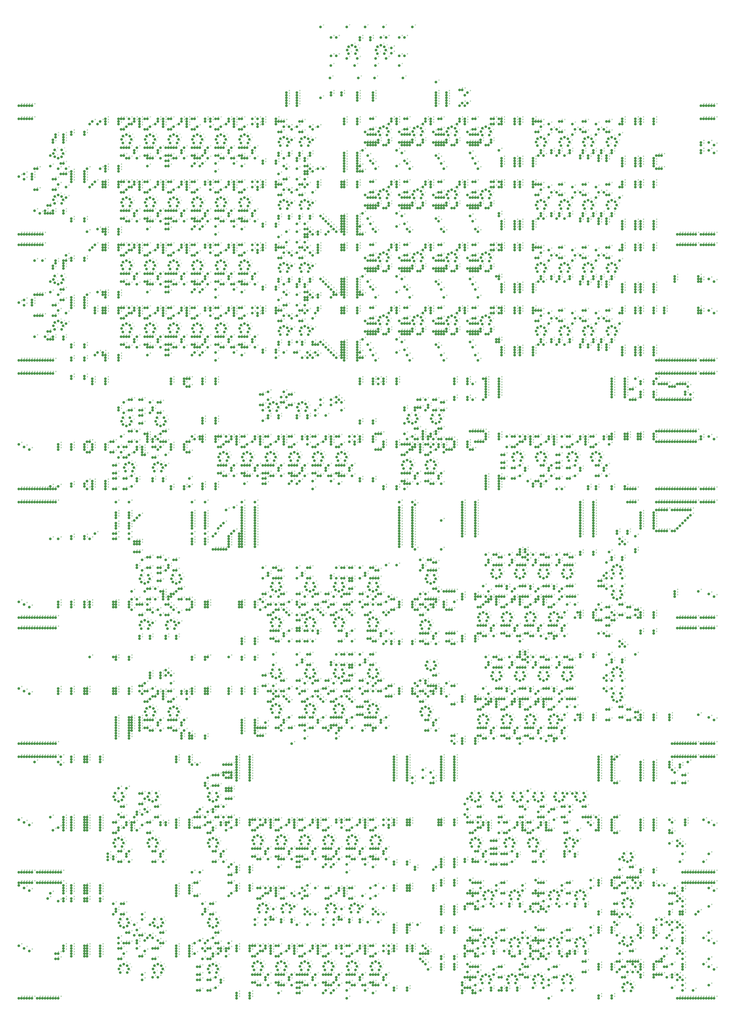
<source format=gbr>
G04 DesignSpark PCB Gerber Version 12.0 Build 5941*
G04 #@! TF.Part,Single*
G04 #@! TF.FileFunction,Drillmap*
G04 #@! TF.FilePolarity,Positive*
%FSLAX35Y35*%
%MOIN*%
%ADD11C,0.00500*%
%ADD18C,0.10000*%
G04 #@! TD.AperFunction*
X0Y0D02*
D02*
D11*
X32437Y28063D02*
X33063Y27750D01*
X33375Y27125D01*
X33063Y26500D01*
X32437Y26187D01*
X30250D01*
Y29937D01*
X32437D01*
X33063Y29625D01*
X33375Y29000D01*
X33063Y28375D01*
X32437Y28063D01*
X30250D01*
X32437Y228063D02*
X33063Y227750D01*
X33375Y227125D01*
X33063Y226500D01*
X32437Y226187D01*
X30250D01*
Y229937D01*
X32437D01*
X33063Y229625D01*
X33375Y229000D01*
X33063Y228375D01*
X32437Y228063D01*
X30250D01*
X32437Y458063D02*
X33063Y457750D01*
X33375Y457125D01*
X33063Y456500D01*
X32437Y456187D01*
X30250D01*
Y459937D01*
X32437D01*
X33063Y459625D01*
X33375Y459000D01*
X33063Y458375D01*
X32437Y458063D01*
X30250D01*
X32437Y468063D02*
X33063Y467750D01*
X33375Y467125D01*
X33063Y466500D01*
X32437Y466187D01*
X30250D01*
Y469937D01*
X32437D01*
X33063Y469625D01*
X33375Y469000D01*
X33063Y468375D01*
X32437Y468063D01*
X30250D01*
X32437Y508063D02*
X33063Y507750D01*
X33375Y507125D01*
X33063Y506500D01*
X32437Y506187D01*
X30250D01*
Y509937D01*
X32437D01*
X33063Y509625D01*
X33375Y509000D01*
X33063Y508375D01*
X32437Y508063D01*
X30250D01*
X32437Y708063D02*
X33063Y707750D01*
X33375Y707125D01*
X33063Y706500D01*
X32437Y706187D01*
X30250D01*
Y709937D01*
X32437D01*
X33063Y709625D01*
X33375Y709000D01*
X33063Y708375D01*
X32437Y708063D01*
X30250D01*
X32437Y948063D02*
X33063Y947750D01*
X33375Y947125D01*
X33063Y946500D01*
X32437Y946187D01*
X30250D01*
Y949937D01*
X32437D01*
X33063Y949625D01*
X33375Y949000D01*
X33063Y948375D01*
X32437Y948063D01*
X30250D01*
X32437Y998063D02*
X33063Y997750D01*
X33375Y997125D01*
X33063Y996500D01*
X32437Y996187D01*
X30250D01*
Y999937D01*
X32437D01*
X33063Y999625D01*
X33375Y999000D01*
X33063Y998375D01*
X32437Y998063D01*
X30250D01*
X32437Y1208063D02*
X33063Y1207750D01*
X33375Y1207125D01*
X33063Y1206500D01*
X32437Y1206187D01*
X30250D01*
Y1209937D01*
X32437D01*
X33063Y1209625D01*
X33375Y1209000D01*
X33063Y1208375D01*
X32437Y1208063D01*
X30250D01*
X32437Y1438063D02*
X33063Y1437750D01*
X33375Y1437125D01*
X33063Y1436500D01*
X32437Y1436187D01*
X30250D01*
Y1439937D01*
X32437D01*
X33063Y1439625D01*
X33375Y1439000D01*
X33063Y1438375D01*
X32437Y1438063D01*
X30250D01*
X32437Y1478063D02*
X33063Y1477750D01*
X33375Y1477125D01*
X33063Y1476500D01*
X32437Y1476187D01*
X30250D01*
Y1479937D01*
X32437D01*
X33063Y1479625D01*
X33375Y1479000D01*
X33063Y1478375D01*
X32437Y1478063D01*
X30250D01*
X32437Y1538063D02*
X33063Y1537750D01*
X33375Y1537125D01*
X33063Y1536500D01*
X32437Y1536187D01*
X30250D01*
Y1539937D01*
X32437D01*
X33063Y1539625D01*
X33375Y1539000D01*
X33063Y1538375D01*
X32437Y1538063D01*
X30250D01*
X32437Y1918063D02*
X33063Y1917750D01*
X33375Y1917125D01*
X33063Y1916500D01*
X32437Y1916187D01*
X30250D01*
Y1919937D01*
X32437D01*
X33063Y1919625D01*
X33375Y1919000D01*
X33063Y1918375D01*
X32437Y1918063D01*
X30250D01*
X32437Y1968063D02*
X33063Y1967750D01*
X33375Y1967125D01*
X33063Y1966500D01*
X32437Y1966187D01*
X30250D01*
Y1969937D01*
X32437D01*
X33063Y1969625D01*
X33375Y1969000D01*
X33063Y1968375D01*
X32437Y1968063D01*
X30250D01*
X32437Y2138063D02*
X33063Y2137750D01*
X33375Y2137125D01*
X33063Y2136500D01*
X32437Y2136187D01*
X30250D01*
Y2139937D01*
X32437D01*
X33063Y2139625D01*
X33375Y2139000D01*
X33063Y2138375D01*
X32437Y2138063D01*
X30250D01*
X32437Y2408063D02*
X33063Y2407750D01*
X33375Y2407125D01*
X33063Y2406500D01*
X32437Y2406187D01*
X30250D01*
Y2409937D01*
X32437D01*
X33063Y2409625D01*
X33375Y2409000D01*
X33063Y2408375D01*
X32437Y2408063D01*
X30250D01*
X32437Y2458063D02*
X33063Y2457750D01*
X33375Y2457125D01*
X33063Y2456500D01*
X32437Y2456187D01*
X30250D01*
Y2459937D01*
X32437D01*
X33063Y2459625D01*
X33375Y2459000D01*
X33063Y2458375D01*
X32437Y2458063D01*
X30250D01*
X32437Y2678063D02*
X33063Y2677750D01*
X33375Y2677125D01*
X33063Y2676500D01*
X32437Y2676187D01*
X30250D01*
Y2679937D01*
X32437D01*
X33063Y2679625D01*
X33375Y2679000D01*
X33063Y2678375D01*
X32437Y2678063D01*
X30250D01*
X32437Y2898063D02*
X33063Y2897750D01*
X33375Y2897125D01*
X33063Y2896500D01*
X32437Y2896187D01*
X30250D01*
Y2899937D01*
X32437D01*
X33063Y2899625D01*
X33375Y2899000D01*
X33063Y2898375D01*
X32437Y2898063D01*
X30250D01*
X32437Y2938063D02*
X33063Y2937750D01*
X33375Y2937125D01*
X33063Y2936500D01*
X32437Y2936187D01*
X30250D01*
Y2939937D01*
X32437D01*
X33063Y2939625D01*
X33375Y2939000D01*
X33063Y2938375D01*
X32437Y2938063D01*
X30250D01*
X32437Y3158063D02*
X33063Y3157750D01*
X33375Y3157125D01*
X33063Y3156500D01*
X32437Y3156187D01*
X30250D01*
Y3159937D01*
X32437D01*
X33063Y3159625D01*
X33375Y3159000D01*
X33063Y3158375D01*
X32437Y3158063D01*
X30250D01*
X32437Y3378063D02*
X33063Y3377750D01*
X33375Y3377125D01*
X33063Y3376500D01*
X32437Y3376187D01*
X30250D01*
Y3379937D01*
X32437D01*
X33063Y3379625D01*
X33375Y3379000D01*
X33063Y3378375D01*
X32437Y3378063D01*
X30250D01*
X32437Y3428063D02*
X33063Y3427750D01*
X33375Y3427125D01*
X33063Y3426500D01*
X32437Y3426187D01*
X30250D01*
Y3429937D01*
X32437D01*
X33063Y3429625D01*
X33375Y3429000D01*
X33063Y3428375D01*
X32437Y3428063D01*
X30250D01*
X42437Y28063D02*
X43063Y27750D01*
X43375Y27125D01*
X43063Y26500D01*
X42437Y26187D01*
X40250D01*
Y29937D01*
X42437D01*
X43063Y29625D01*
X43375Y29000D01*
X43063Y28375D01*
X42437Y28063D01*
X40250D01*
X42437Y468063D02*
X43063Y467750D01*
X43375Y467125D01*
X43063Y466500D01*
X42437Y466187D01*
X40250D01*
Y469937D01*
X42437D01*
X43063Y469625D01*
X43375Y469000D01*
X43063Y468375D01*
X42437Y468063D01*
X40250D01*
X42437Y508063D02*
X43063Y507750D01*
X43375Y507125D01*
X43063Y506500D01*
X42437Y506187D01*
X40250D01*
Y509937D01*
X42437D01*
X43063Y509625D01*
X43375Y509000D01*
X43063Y508375D01*
X42437Y508063D01*
X40250D01*
X42437Y948063D02*
X43063Y947750D01*
X43375Y947125D01*
X43063Y946500D01*
X42437Y946187D01*
X40250D01*
Y949937D01*
X42437D01*
X43063Y949625D01*
X43375Y949000D01*
X43063Y948375D01*
X42437Y948063D01*
X40250D01*
X42437Y998063D02*
X43063Y997750D01*
X43375Y997125D01*
X43063Y996500D01*
X42437Y996187D01*
X40250D01*
Y999937D01*
X42437D01*
X43063Y999625D01*
X43375Y999000D01*
X43063Y998375D01*
X42437Y998063D01*
X40250D01*
X42437Y1438063D02*
X43063Y1437750D01*
X43375Y1437125D01*
X43063Y1436500D01*
X42437Y1436187D01*
X40250D01*
Y1439937D01*
X42437D01*
X43063Y1439625D01*
X43375Y1439000D01*
X43063Y1438375D01*
X42437Y1438063D01*
X40250D01*
X42437Y1478063D02*
X43063Y1477750D01*
X43375Y1477125D01*
X43063Y1476500D01*
X42437Y1476187D01*
X40250D01*
Y1479937D01*
X42437D01*
X43063Y1479625D01*
X43375Y1479000D01*
X43063Y1478375D01*
X42437Y1478063D01*
X40250D01*
X42437Y1918063D02*
X43063Y1917750D01*
X43375Y1917125D01*
X43063Y1916500D01*
X42437Y1916187D01*
X40250D01*
Y1919937D01*
X42437D01*
X43063Y1919625D01*
X43375Y1919000D01*
X43063Y1918375D01*
X42437Y1918063D01*
X40250D01*
X42437Y1968063D02*
X43063Y1967750D01*
X43375Y1967125D01*
X43063Y1966500D01*
X42437Y1966187D01*
X40250D01*
Y1969937D01*
X42437D01*
X43063Y1969625D01*
X43375Y1969000D01*
X43063Y1968375D01*
X42437Y1968063D01*
X40250D01*
X42437Y2408063D02*
X43063Y2407750D01*
X43375Y2407125D01*
X43063Y2406500D01*
X42437Y2406187D01*
X40250D01*
Y2409937D01*
X42437D01*
X43063Y2409625D01*
X43375Y2409000D01*
X43063Y2408375D01*
X42437Y2408063D01*
X40250D01*
X42437Y2458063D02*
X43063Y2457750D01*
X43375Y2457125D01*
X43063Y2456500D01*
X42437Y2456187D01*
X40250D01*
Y2459937D01*
X42437D01*
X43063Y2459625D01*
X43375Y2459000D01*
X43063Y2458375D01*
X42437Y2458063D01*
X40250D01*
X42437Y2898063D02*
X43063Y2897750D01*
X43375Y2897125D01*
X43063Y2896500D01*
X42437Y2896187D01*
X40250D01*
Y2899937D01*
X42437D01*
X43063Y2899625D01*
X43375Y2899000D01*
X43063Y2898375D01*
X42437Y2898063D01*
X40250D01*
X42437Y2938063D02*
X43063Y2937750D01*
X43375Y2937125D01*
X43063Y2936500D01*
X42437Y2936187D01*
X40250D01*
Y2939937D01*
X42437D01*
X43063Y2939625D01*
X43375Y2939000D01*
X43063Y2938375D01*
X42437Y2938063D01*
X40250D01*
X42437Y3378063D02*
X43063Y3377750D01*
X43375Y3377125D01*
X43063Y3376500D01*
X42437Y3376187D01*
X40250D01*
Y3379937D01*
X42437D01*
X43063Y3379625D01*
X43375Y3379000D01*
X43063Y3378375D01*
X42437Y3378063D01*
X40250D01*
X42437Y3428063D02*
X43063Y3427750D01*
X43375Y3427125D01*
X43063Y3426500D01*
X42437Y3426187D01*
X40250D01*
Y3429937D01*
X42437D01*
X43063Y3429625D01*
X43375Y3429000D01*
X43063Y3428375D01*
X42437Y3428063D01*
X40250D01*
X52437Y28063D02*
X53063Y27750D01*
X53375Y27125D01*
X53063Y26500D01*
X52437Y26187D01*
X50250D01*
Y29937D01*
X52437D01*
X53063Y29625D01*
X53375Y29000D01*
X53063Y28375D01*
X52437Y28063D01*
X50250D01*
X52437Y218063D02*
X53063Y217750D01*
X53375Y217125D01*
X53063Y216500D01*
X52437Y216187D01*
X50250D01*
Y219937D01*
X52437D01*
X53063Y219625D01*
X53375Y219000D01*
X53063Y218375D01*
X52437Y218063D01*
X50250D01*
X52437Y448063D02*
X53063Y447750D01*
X53375Y447125D01*
X53063Y446500D01*
X52437Y446187D01*
X50250D01*
Y449937D01*
X52437D01*
X53063Y449625D01*
X53375Y449000D01*
X53063Y448375D01*
X52437Y448063D01*
X50250D01*
X52437Y468063D02*
X53063Y467750D01*
X53375Y467125D01*
X53063Y466500D01*
X52437Y466187D01*
X50250D01*
Y469937D01*
X52437D01*
X53063Y469625D01*
X53375Y469000D01*
X53063Y468375D01*
X52437Y468063D01*
X50250D01*
X52437Y508063D02*
X53063Y507750D01*
X53375Y507125D01*
X53063Y506500D01*
X52437Y506187D01*
X50250D01*
Y509937D01*
X52437D01*
X53063Y509625D01*
X53375Y509000D01*
X53063Y508375D01*
X52437Y508063D01*
X50250D01*
X52437Y698063D02*
X53063Y697750D01*
X53375Y697125D01*
X53063Y696500D01*
X52437Y696187D01*
X50250D01*
Y699937D01*
X52437D01*
X53063Y699625D01*
X53375Y699000D01*
X53063Y698375D01*
X52437Y698063D01*
X50250D01*
X52437Y948063D02*
X53063Y947750D01*
X53375Y947125D01*
X53063Y946500D01*
X52437Y946187D01*
X50250D01*
Y949937D01*
X52437D01*
X53063Y949625D01*
X53375Y949000D01*
X53063Y948375D01*
X52437Y948063D01*
X50250D01*
X52437Y998063D02*
X53063Y997750D01*
X53375Y997125D01*
X53063Y996500D01*
X52437Y996187D01*
X50250D01*
Y999937D01*
X52437D01*
X53063Y999625D01*
X53375Y999000D01*
X53063Y998375D01*
X52437Y998063D01*
X50250D01*
X52437Y1198063D02*
X53063Y1197750D01*
X53375Y1197125D01*
X53063Y1196500D01*
X52437Y1196187D01*
X50250D01*
Y1199937D01*
X52437D01*
X53063Y1199625D01*
X53375Y1199000D01*
X53063Y1198375D01*
X52437Y1198063D01*
X50250D01*
X52437Y1438063D02*
X53063Y1437750D01*
X53375Y1437125D01*
X53063Y1436500D01*
X52437Y1436187D01*
X50250D01*
Y1439937D01*
X52437D01*
X53063Y1439625D01*
X53375Y1439000D01*
X53063Y1438375D01*
X52437Y1438063D01*
X50250D01*
X52437Y1478063D02*
X53063Y1477750D01*
X53375Y1477125D01*
X53063Y1476500D01*
X52437Y1476187D01*
X50250D01*
Y1479937D01*
X52437D01*
X53063Y1479625D01*
X53375Y1479000D01*
X53063Y1478375D01*
X52437Y1478063D01*
X50250D01*
X52437Y1528063D02*
X53063Y1527750D01*
X53375Y1527125D01*
X53063Y1526500D01*
X52437Y1526187D01*
X50250D01*
Y1529937D01*
X52437D01*
X53063Y1529625D01*
X53375Y1529000D01*
X53063Y1528375D01*
X52437Y1528063D01*
X50250D01*
X52437Y1918063D02*
X53063Y1917750D01*
X53375Y1917125D01*
X53063Y1916500D01*
X52437Y1916187D01*
X50250D01*
Y1919937D01*
X52437D01*
X53063Y1919625D01*
X53375Y1919000D01*
X53063Y1918375D01*
X52437Y1918063D01*
X50250D01*
X52437Y1968063D02*
X53063Y1967750D01*
X53375Y1967125D01*
X53063Y1966500D01*
X52437Y1966187D01*
X50250D01*
Y1969937D01*
X52437D01*
X53063Y1969625D01*
X53375Y1969000D01*
X53063Y1968375D01*
X52437Y1968063D01*
X50250D01*
X52437Y2128063D02*
X53063Y2127750D01*
X53375Y2127125D01*
X53063Y2126500D01*
X52437Y2126187D01*
X50250D01*
Y2129937D01*
X52437D01*
X53063Y2129625D01*
X53375Y2129000D01*
X53063Y2128375D01*
X52437Y2128063D01*
X50250D01*
X52437Y2408063D02*
X53063Y2407750D01*
X53375Y2407125D01*
X53063Y2406500D01*
X52437Y2406187D01*
X50250D01*
Y2409937D01*
X52437D01*
X53063Y2409625D01*
X53375Y2409000D01*
X53063Y2408375D01*
X52437Y2408063D01*
X50250D01*
X52437Y2458063D02*
X53063Y2457750D01*
X53375Y2457125D01*
X53063Y2456500D01*
X52437Y2456187D01*
X50250D01*
Y2459937D01*
X52437D01*
X53063Y2459625D01*
X53375Y2459000D01*
X53063Y2458375D01*
X52437Y2458063D01*
X50250D01*
X52437Y2668063D02*
X53063Y2667750D01*
X53375Y2667125D01*
X53063Y2666500D01*
X52437Y2666187D01*
X50250D01*
Y2669937D01*
X52437D01*
X53063Y2669625D01*
X53375Y2669000D01*
X53063Y2668375D01*
X52437Y2668063D01*
X50250D01*
X52437Y2688063D02*
X53063Y2687750D01*
X53375Y2687125D01*
X53063Y2686500D01*
X52437Y2686187D01*
X50250D01*
Y2689937D01*
X52437D01*
X53063Y2689625D01*
X53375Y2689000D01*
X53063Y2688375D01*
X52437Y2688063D01*
X50250D01*
X52437Y2898063D02*
X53063Y2897750D01*
X53375Y2897125D01*
X53063Y2896500D01*
X52437Y2896187D01*
X50250D01*
Y2899937D01*
X52437D01*
X53063Y2899625D01*
X53375Y2899000D01*
X53063Y2898375D01*
X52437Y2898063D01*
X50250D01*
X52437Y2938063D02*
X53063Y2937750D01*
X53375Y2937125D01*
X53063Y2936500D01*
X52437Y2936187D01*
X50250D01*
Y2939937D01*
X52437D01*
X53063Y2939625D01*
X53375Y2939000D01*
X53063Y2938375D01*
X52437Y2938063D01*
X50250D01*
X52437Y3148063D02*
X53063Y3147750D01*
X53375Y3147125D01*
X53063Y3146500D01*
X52437Y3146187D01*
X50250D01*
Y3149937D01*
X52437D01*
X53063Y3149625D01*
X53375Y3149000D01*
X53063Y3148375D01*
X52437Y3148063D01*
X50250D01*
X52437Y3168063D02*
X53063Y3167750D01*
X53375Y3167125D01*
X53063Y3166500D01*
X52437Y3166187D01*
X50250D01*
Y3169937D01*
X52437D01*
X53063Y3169625D01*
X53375Y3169000D01*
X53063Y3168375D01*
X52437Y3168063D01*
X50250D01*
X52437Y3378063D02*
X53063Y3377750D01*
X53375Y3377125D01*
X53063Y3376500D01*
X52437Y3376187D01*
X50250D01*
Y3379937D01*
X52437D01*
X53063Y3379625D01*
X53375Y3379000D01*
X53063Y3378375D01*
X52437Y3378063D01*
X50250D01*
X52437Y3428063D02*
X53063Y3427750D01*
X53375Y3427125D01*
X53063Y3426500D01*
X52437Y3426187D01*
X50250D01*
Y3429937D01*
X52437D01*
X53063Y3429625D01*
X53375Y3429000D01*
X53063Y3428375D01*
X52437Y3428063D01*
X50250D01*
X62437Y28063D02*
X63063Y27750D01*
X63375Y27125D01*
X63063Y26500D01*
X62437Y26187D01*
X60250D01*
Y29937D01*
X62437D01*
X63063Y29625D01*
X63375Y29000D01*
X63063Y28375D01*
X62437Y28063D01*
X60250D01*
X62437Y468063D02*
X63063Y467750D01*
X63375Y467125D01*
X63063Y466500D01*
X62437Y466187D01*
X60250D01*
Y469937D01*
X62437D01*
X63063Y469625D01*
X63375Y469000D01*
X63063Y468375D01*
X62437Y468063D01*
X60250D01*
X62437Y508063D02*
X63063Y507750D01*
X63375Y507125D01*
X63063Y506500D01*
X62437Y506187D01*
X60250D01*
Y509937D01*
X62437D01*
X63063Y509625D01*
X63375Y509000D01*
X63063Y508375D01*
X62437Y508063D01*
X60250D01*
X62437Y948063D02*
X63063Y947750D01*
X63375Y947125D01*
X63063Y946500D01*
X62437Y946187D01*
X60250D01*
Y949937D01*
X62437D01*
X63063Y949625D01*
X63375Y949000D01*
X63063Y948375D01*
X62437Y948063D01*
X60250D01*
X62437Y998063D02*
X63063Y997750D01*
X63375Y997125D01*
X63063Y996500D01*
X62437Y996187D01*
X60250D01*
Y999937D01*
X62437D01*
X63063Y999625D01*
X63375Y999000D01*
X63063Y998375D01*
X62437Y998063D01*
X60250D01*
X62437Y1438063D02*
X63063Y1437750D01*
X63375Y1437125D01*
X63063Y1436500D01*
X62437Y1436187D01*
X60250D01*
Y1439937D01*
X62437D01*
X63063Y1439625D01*
X63375Y1439000D01*
X63063Y1438375D01*
X62437Y1438063D01*
X60250D01*
X62437Y1478063D02*
X63063Y1477750D01*
X63375Y1477125D01*
X63063Y1476500D01*
X62437Y1476187D01*
X60250D01*
Y1479937D01*
X62437D01*
X63063Y1479625D01*
X63375Y1479000D01*
X63063Y1478375D01*
X62437Y1478063D01*
X60250D01*
X62437Y1918063D02*
X63063Y1917750D01*
X63375Y1917125D01*
X63063Y1916500D01*
X62437Y1916187D01*
X60250D01*
Y1919937D01*
X62437D01*
X63063Y1919625D01*
X63375Y1919000D01*
X63063Y1918375D01*
X62437Y1918063D01*
X60250D01*
X62437Y1968063D02*
X63063Y1967750D01*
X63375Y1967125D01*
X63063Y1966500D01*
X62437Y1966187D01*
X60250D01*
Y1969937D01*
X62437D01*
X63063Y1969625D01*
X63375Y1969000D01*
X63063Y1968375D01*
X62437Y1968063D01*
X60250D01*
X62437Y2408063D02*
X63063Y2407750D01*
X63375Y2407125D01*
X63063Y2406500D01*
X62437Y2406187D01*
X60250D01*
Y2409937D01*
X62437D01*
X63063Y2409625D01*
X63375Y2409000D01*
X63063Y2408375D01*
X62437Y2408063D01*
X60250D01*
X62437Y2458063D02*
X63063Y2457750D01*
X63375Y2457125D01*
X63063Y2456500D01*
X62437Y2456187D01*
X60250D01*
Y2459937D01*
X62437D01*
X63063Y2459625D01*
X63375Y2459000D01*
X63063Y2458375D01*
X62437Y2458063D01*
X60250D01*
X62437Y2898063D02*
X63063Y2897750D01*
X63375Y2897125D01*
X63063Y2896500D01*
X62437Y2896187D01*
X60250D01*
Y2899937D01*
X62437D01*
X63063Y2899625D01*
X63375Y2899000D01*
X63063Y2898375D01*
X62437Y2898063D01*
X60250D01*
X62437Y2938063D02*
X63063Y2937750D01*
X63375Y2937125D01*
X63063Y2936500D01*
X62437Y2936187D01*
X60250D01*
Y2939937D01*
X62437D01*
X63063Y2939625D01*
X63375Y2939000D01*
X63063Y2938375D01*
X62437Y2938063D01*
X60250D01*
X62437Y3378063D02*
X63063Y3377750D01*
X63375Y3377125D01*
X63063Y3376500D01*
X62437Y3376187D01*
X60250D01*
Y3379937D01*
X62437D01*
X63063Y3379625D01*
X63375Y3379000D01*
X63063Y3378375D01*
X62437Y3378063D01*
X60250D01*
X62437Y3428063D02*
X63063Y3427750D01*
X63375Y3427125D01*
X63063Y3426500D01*
X62437Y3426187D01*
X60250D01*
Y3429937D01*
X62437D01*
X63063Y3429625D01*
X63375Y3429000D01*
X63063Y3428375D01*
X62437Y3428063D01*
X60250D01*
X72437Y28063D02*
X73063Y27750D01*
X73375Y27125D01*
X73063Y26500D01*
X72437Y26187D01*
X70250D01*
Y29937D01*
X72437D01*
X73063Y29625D01*
X73375Y29000D01*
X73063Y28375D01*
X72437Y28063D01*
X70250D01*
X72437Y208063D02*
X73063Y207750D01*
X73375Y207125D01*
X73063Y206500D01*
X72437Y206187D01*
X70250D01*
Y209937D01*
X72437D01*
X73063Y209625D01*
X73375Y209000D01*
X73063Y208375D01*
X72437Y208063D01*
X70250D01*
X72437Y438063D02*
X73063Y437750D01*
X73375Y437125D01*
X73063Y436500D01*
X72437Y436187D01*
X70250D01*
Y439937D01*
X72437D01*
X73063Y439625D01*
X73375Y439000D01*
X73063Y438375D01*
X72437Y438063D01*
X70250D01*
X72437Y468063D02*
X73063Y467750D01*
X73375Y467125D01*
X73063Y466500D01*
X72437Y466187D01*
X70250D01*
Y469937D01*
X72437D01*
X73063Y469625D01*
X73375Y469000D01*
X73063Y468375D01*
X72437Y468063D01*
X70250D01*
X72437Y508063D02*
X73063Y507750D01*
X73375Y507125D01*
X73063Y506500D01*
X72437Y506187D01*
X70250D01*
Y509937D01*
X72437D01*
X73063Y509625D01*
X73375Y509000D01*
X73063Y508375D01*
X72437Y508063D01*
X70250D01*
X72437Y688063D02*
X73063Y687750D01*
X73375Y687125D01*
X73063Y686500D01*
X72437Y686187D01*
X70250D01*
Y689937D01*
X72437D01*
X73063Y689625D01*
X73375Y689000D01*
X73063Y688375D01*
X72437Y688063D01*
X70250D01*
X72437Y948063D02*
X73063Y947750D01*
X73375Y947125D01*
X73063Y946500D01*
X72437Y946187D01*
X70250D01*
Y949937D01*
X72437D01*
X73063Y949625D01*
X73375Y949000D01*
X73063Y948375D01*
X72437Y948063D01*
X70250D01*
X72437Y998063D02*
X73063Y997750D01*
X73375Y997125D01*
X73063Y996500D01*
X72437Y996187D01*
X70250D01*
Y999937D01*
X72437D01*
X73063Y999625D01*
X73375Y999000D01*
X73063Y998375D01*
X72437Y998063D01*
X70250D01*
X72437Y1188063D02*
X73063Y1187750D01*
X73375Y1187125D01*
X73063Y1186500D01*
X72437Y1186187D01*
X70250D01*
Y1189937D01*
X72437D01*
X73063Y1189625D01*
X73375Y1189000D01*
X73063Y1188375D01*
X72437Y1188063D01*
X70250D01*
X72437Y1438063D02*
X73063Y1437750D01*
X73375Y1437125D01*
X73063Y1436500D01*
X72437Y1436187D01*
X70250D01*
Y1439937D01*
X72437D01*
X73063Y1439625D01*
X73375Y1439000D01*
X73063Y1438375D01*
X72437Y1438063D01*
X70250D01*
X72437Y1478063D02*
X73063Y1477750D01*
X73375Y1477125D01*
X73063Y1476500D01*
X72437Y1476187D01*
X70250D01*
Y1479937D01*
X72437D01*
X73063Y1479625D01*
X73375Y1479000D01*
X73063Y1478375D01*
X72437Y1478063D01*
X70250D01*
X72437Y1518063D02*
X73063Y1517750D01*
X73375Y1517125D01*
X73063Y1516500D01*
X72437Y1516187D01*
X70250D01*
Y1519937D01*
X72437D01*
X73063Y1519625D01*
X73375Y1519000D01*
X73063Y1518375D01*
X72437Y1518063D01*
X70250D01*
X72437Y1918063D02*
X73063Y1917750D01*
X73375Y1917125D01*
X73063Y1916500D01*
X72437Y1916187D01*
X70250D01*
Y1919937D01*
X72437D01*
X73063Y1919625D01*
X73375Y1919000D01*
X73063Y1918375D01*
X72437Y1918063D01*
X70250D01*
X72437Y1968063D02*
X73063Y1967750D01*
X73375Y1967125D01*
X73063Y1966500D01*
X72437Y1966187D01*
X70250D01*
Y1969937D01*
X72437D01*
X73063Y1969625D01*
X73375Y1969000D01*
X73063Y1968375D01*
X72437Y1968063D01*
X70250D01*
X72437Y2118063D02*
X73063Y2117750D01*
X73375Y2117125D01*
X73063Y2116500D01*
X72437Y2116187D01*
X70250D01*
Y2119937D01*
X72437D01*
X73063Y2119625D01*
X73375Y2119000D01*
X73063Y2118375D01*
X72437Y2118063D01*
X70250D01*
X72437Y2408063D02*
X73063Y2407750D01*
X73375Y2407125D01*
X73063Y2406500D01*
X72437Y2406187D01*
X70250D01*
Y2409937D01*
X72437D01*
X73063Y2409625D01*
X73375Y2409000D01*
X73063Y2408375D01*
X72437Y2408063D01*
X70250D01*
X72437Y2458063D02*
X73063Y2457750D01*
X73375Y2457125D01*
X73063Y2456500D01*
X72437Y2456187D01*
X70250D01*
Y2459937D01*
X72437D01*
X73063Y2459625D01*
X73375Y2459000D01*
X73063Y2458375D01*
X72437Y2458063D01*
X70250D01*
X72437Y2898063D02*
X73063Y2897750D01*
X73375Y2897125D01*
X73063Y2896500D01*
X72437Y2896187D01*
X70250D01*
Y2899937D01*
X72437D01*
X73063Y2899625D01*
X73375Y2899000D01*
X73063Y2898375D01*
X72437Y2898063D01*
X70250D01*
X72437Y2938063D02*
X73063Y2937750D01*
X73375Y2937125D01*
X73063Y2936500D01*
X72437Y2936187D01*
X70250D01*
Y2939937D01*
X72437D01*
X73063Y2939625D01*
X73375Y2939000D01*
X73063Y2938375D01*
X72437Y2938063D01*
X70250D01*
X72437Y3378063D02*
X73063Y3377750D01*
X73375Y3377125D01*
X73063Y3376500D01*
X72437Y3376187D01*
X70250D01*
Y3379937D01*
X72437D01*
X73063Y3379625D01*
X73375Y3379000D01*
X73063Y3378375D01*
X72437Y3378063D01*
X70250D01*
X72437Y3428063D02*
X73063Y3427750D01*
X73375Y3427125D01*
X73063Y3426500D01*
X72437Y3426187D01*
X70250D01*
Y3429937D01*
X72437D01*
X73063Y3429625D01*
X73375Y3429000D01*
X73063Y3428375D01*
X72437Y3428063D01*
X70250D01*
X82437Y28063D02*
X83063Y27750D01*
X83375Y27125D01*
X83063Y26500D01*
X82437Y26187D01*
X80250D01*
Y29937D01*
X82437D01*
X83063Y29625D01*
X83375Y29000D01*
X83063Y28375D01*
X82437Y28063D01*
X80250D01*
X82437Y468063D02*
X83063Y467750D01*
X83375Y467125D01*
X83063Y466500D01*
X82437Y466187D01*
X80250D01*
Y469937D01*
X82437D01*
X83063Y469625D01*
X83375Y469000D01*
X83063Y468375D01*
X82437Y468063D01*
X80250D01*
X82437Y508063D02*
X83063Y507750D01*
X83375Y507125D01*
X83063Y506500D01*
X82437Y506187D01*
X80250D01*
Y509937D01*
X82437D01*
X83063Y509625D01*
X83375Y509000D01*
X83063Y508375D01*
X82437Y508063D01*
X80250D01*
X82437Y948063D02*
X83063Y947750D01*
X83375Y947125D01*
X83063Y946500D01*
X82437Y946187D01*
X80250D01*
Y949937D01*
X82437D01*
X83063Y949625D01*
X83375Y949000D01*
X83063Y948375D01*
X82437Y948063D01*
X80250D01*
X82437Y998063D02*
X83063Y997750D01*
X83375Y997125D01*
X83063Y996500D01*
X82437Y996187D01*
X80250D01*
Y999937D01*
X82437D01*
X83063Y999625D01*
X83375Y999000D01*
X83063Y998375D01*
X82437Y998063D01*
X80250D01*
X82437Y1438063D02*
X83063Y1437750D01*
X83375Y1437125D01*
X83063Y1436500D01*
X82437Y1436187D01*
X80250D01*
Y1439937D01*
X82437D01*
X83063Y1439625D01*
X83375Y1439000D01*
X83063Y1438375D01*
X82437Y1438063D01*
X80250D01*
X82437Y1478063D02*
X83063Y1477750D01*
X83375Y1477125D01*
X83063Y1476500D01*
X82437Y1476187D01*
X80250D01*
Y1479937D01*
X82437D01*
X83063Y1479625D01*
X83375Y1479000D01*
X83063Y1478375D01*
X82437Y1478063D01*
X80250D01*
X82437Y1918063D02*
X83063Y1917750D01*
X83375Y1917125D01*
X83063Y1916500D01*
X82437Y1916187D01*
X80250D01*
Y1919937D01*
X82437D01*
X83063Y1919625D01*
X83375Y1919000D01*
X83063Y1918375D01*
X82437Y1918063D01*
X80250D01*
X82437Y1968063D02*
X83063Y1967750D01*
X83375Y1967125D01*
X83063Y1966500D01*
X82437Y1966187D01*
X80250D01*
Y1969937D01*
X82437D01*
X83063Y1969625D01*
X83375Y1969000D01*
X83063Y1968375D01*
X82437Y1968063D01*
X80250D01*
X82437Y2408063D02*
X83063Y2407750D01*
X83375Y2407125D01*
X83063Y2406500D01*
X82437Y2406187D01*
X80250D01*
Y2409937D01*
X82437D01*
X83063Y2409625D01*
X83375Y2409000D01*
X83063Y2408375D01*
X82437Y2408063D01*
X80250D01*
X82437Y2458063D02*
X83063Y2457750D01*
X83375Y2457125D01*
X83063Y2456500D01*
X82437Y2456187D01*
X80250D01*
Y2459937D01*
X82437D01*
X83063Y2459625D01*
X83375Y2459000D01*
X83063Y2458375D01*
X82437Y2458063D01*
X80250D01*
X82437Y2668063D02*
X83063Y2667750D01*
X83375Y2667125D01*
X83063Y2666500D01*
X82437Y2666187D01*
X80250D01*
Y2669937D01*
X82437D01*
X83063Y2669625D01*
X83375Y2669000D01*
X83063Y2668375D01*
X82437Y2668063D01*
X80250D01*
X82437Y2678063D02*
X83063Y2677750D01*
X83375Y2677125D01*
X83063Y2676500D01*
X82437Y2676187D01*
X80250D01*
Y2679937D01*
X82437D01*
X83063Y2679625D01*
X83375Y2679000D01*
X83063Y2678375D01*
X82437Y2678063D01*
X80250D01*
X82437Y2688063D02*
X83063Y2687750D01*
X83375Y2687125D01*
X83063Y2686500D01*
X82437Y2686187D01*
X80250D01*
Y2689937D01*
X82437D01*
X83063Y2689625D01*
X83375Y2689000D01*
X83063Y2688375D01*
X82437Y2688063D01*
X80250D01*
X82437Y2898063D02*
X83063Y2897750D01*
X83375Y2897125D01*
X83063Y2896500D01*
X82437Y2896187D01*
X80250D01*
Y2899937D01*
X82437D01*
X83063Y2899625D01*
X83375Y2899000D01*
X83063Y2898375D01*
X82437Y2898063D01*
X80250D01*
X82437Y2938063D02*
X83063Y2937750D01*
X83375Y2937125D01*
X83063Y2936500D01*
X82437Y2936187D01*
X80250D01*
Y2939937D01*
X82437D01*
X83063Y2939625D01*
X83375Y2939000D01*
X83063Y2938375D01*
X82437Y2938063D01*
X80250D01*
X82437Y3148063D02*
X83063Y3147750D01*
X83375Y3147125D01*
X83063Y3146500D01*
X82437Y3146187D01*
X80250D01*
Y3149937D01*
X82437D01*
X83063Y3149625D01*
X83375Y3149000D01*
X83063Y3148375D01*
X82437Y3148063D01*
X80250D01*
X82437Y3158063D02*
X83063Y3157750D01*
X83375Y3157125D01*
X83063Y3156500D01*
X82437Y3156187D01*
X80250D01*
Y3159937D01*
X82437D01*
X83063Y3159625D01*
X83375Y3159000D01*
X83063Y3158375D01*
X82437Y3158063D01*
X80250D01*
X82437Y3168063D02*
X83063Y3167750D01*
X83375Y3167125D01*
X83063Y3166500D01*
X82437Y3166187D01*
X80250D01*
Y3169937D01*
X82437D01*
X83063Y3169625D01*
X83375Y3169000D01*
X83063Y3168375D01*
X82437Y3168063D01*
X80250D01*
X82437Y3378063D02*
X83063Y3377750D01*
X83375Y3377125D01*
X83063Y3376500D01*
X82437Y3376187D01*
X80250D01*
Y3379937D01*
X82437D01*
X83063Y3379625D01*
X83375Y3379000D01*
X83063Y3378375D01*
X82437Y3378063D01*
X80250D01*
X82437Y3428063D02*
X83063Y3427750D01*
X83375Y3427125D01*
X83063Y3426500D01*
X82437Y3426187D01*
X80250D01*
Y3429937D01*
X82437D01*
X83063Y3429625D01*
X83375Y3429000D01*
X83063Y3428375D01*
X82437Y3428063D01*
X80250D01*
X92437Y928063D02*
X93063Y927750D01*
X93375Y927125D01*
X93063Y926500D01*
X92437Y926187D01*
X90250D01*
Y929937D01*
X92437D01*
X93063Y929625D01*
X93375Y929000D01*
X93063Y928375D01*
X92437Y928063D01*
X90250D01*
X92437Y948063D02*
X93063Y947750D01*
X93375Y947125D01*
X93063Y946500D01*
X92437Y946187D01*
X90250D01*
Y949937D01*
X92437D01*
X93063Y949625D01*
X93375Y949000D01*
X93063Y948375D01*
X92437Y948063D01*
X90250D01*
X92437Y998063D02*
X93063Y997750D01*
X93375Y997125D01*
X93063Y996500D01*
X92437Y996187D01*
X90250D01*
Y999937D01*
X92437D01*
X93063Y999625D01*
X93375Y999000D01*
X93063Y998375D01*
X92437Y998063D01*
X90250D01*
X92437Y1438063D02*
X93063Y1437750D01*
X93375Y1437125D01*
X93063Y1436500D01*
X92437Y1436187D01*
X90250D01*
Y1439937D01*
X92437D01*
X93063Y1439625D01*
X93375Y1439000D01*
X93063Y1438375D01*
X92437Y1438063D01*
X90250D01*
X92437Y1478063D02*
X93063Y1477750D01*
X93375Y1477125D01*
X93063Y1476500D01*
X92437Y1476187D01*
X90250D01*
Y1479937D01*
X92437D01*
X93063Y1479625D01*
X93375Y1479000D01*
X93063Y1478375D01*
X92437Y1478063D01*
X90250D01*
X92437Y1918063D02*
X93063Y1917750D01*
X93375Y1917125D01*
X93063Y1916500D01*
X92437Y1916187D01*
X90250D01*
Y1919937D01*
X92437D01*
X93063Y1919625D01*
X93375Y1919000D01*
X93063Y1918375D01*
X92437Y1918063D01*
X90250D01*
X92437Y1968063D02*
X93063Y1967750D01*
X93375Y1967125D01*
X93063Y1966500D01*
X92437Y1966187D01*
X90250D01*
Y1969937D01*
X92437D01*
X93063Y1969625D01*
X93375Y1969000D01*
X93063Y1968375D01*
X92437Y1968063D01*
X90250D01*
X92437Y2408063D02*
X93063Y2407750D01*
X93375Y2407125D01*
X93063Y2406500D01*
X92437Y2406187D01*
X90250D01*
Y2409937D01*
X92437D01*
X93063Y2409625D01*
X93375Y2409000D01*
X93063Y2408375D01*
X92437Y2408063D01*
X90250D01*
X92437Y2458063D02*
X93063Y2457750D01*
X93375Y2457125D01*
X93063Y2456500D01*
X92437Y2456187D01*
X90250D01*
Y2459937D01*
X92437D01*
X93063Y2459625D01*
X93375Y2459000D01*
X93063Y2458375D01*
X92437Y2458063D01*
X90250D01*
X92437Y2548063D02*
X93063Y2547750D01*
X93375Y2547125D01*
X93063Y2546500D01*
X92437Y2546187D01*
X90250D01*
Y2549937D01*
X92437D01*
X93063Y2549625D01*
X93375Y2549000D01*
X93063Y2548375D01*
X92437Y2548063D01*
X90250D01*
X92437Y2628063D02*
X93063Y2627750D01*
X93375Y2627125D01*
X93063Y2626500D01*
X92437Y2626187D01*
X90250D01*
Y2629937D01*
X92437D01*
X93063Y2629625D01*
X93375Y2629000D01*
X93063Y2628375D01*
X92437Y2628063D01*
X90250D01*
X92437Y2708063D02*
X93063Y2707750D01*
X93375Y2707125D01*
X93063Y2706500D01*
X92437Y2706187D01*
X90250D01*
Y2709937D01*
X92437D01*
X93063Y2709625D01*
X93375Y2709000D01*
X93063Y2708375D01*
X92437Y2708063D01*
X90250D01*
X92437Y2838063D02*
X93063Y2837750D01*
X93375Y2837125D01*
X93063Y2836500D01*
X92437Y2836187D01*
X90250D01*
Y2839937D01*
X92437D01*
X93063Y2839625D01*
X93375Y2839000D01*
X93063Y2838375D01*
X92437Y2838063D01*
X90250D01*
X92437Y2898063D02*
X93063Y2897750D01*
X93375Y2897125D01*
X93063Y2896500D01*
X92437Y2896187D01*
X90250D01*
Y2899937D01*
X92437D01*
X93063Y2899625D01*
X93375Y2899000D01*
X93063Y2898375D01*
X92437Y2898063D01*
X90250D01*
X92437Y2938063D02*
X93063Y2937750D01*
X93375Y2937125D01*
X93063Y2936500D01*
X92437Y2936187D01*
X90250D01*
Y2939937D01*
X92437D01*
X93063Y2939625D01*
X93375Y2939000D01*
X93063Y2938375D01*
X92437Y2938063D01*
X90250D01*
X92437Y3028063D02*
X93063Y3027750D01*
X93375Y3027125D01*
X93063Y3026500D01*
X92437Y3026187D01*
X90250D01*
Y3029937D01*
X92437D01*
X93063Y3029625D01*
X93375Y3029000D01*
X93063Y3028375D01*
X92437Y3028063D01*
X90250D01*
X92437Y3108063D02*
X93063Y3107750D01*
X93375Y3107125D01*
X93063Y3106500D01*
X92437Y3106187D01*
X90250D01*
Y3109937D01*
X92437D01*
X93063Y3109625D01*
X93375Y3109000D01*
X93063Y3108375D01*
X92437Y3108063D01*
X90250D01*
X92437Y3188063D02*
X93063Y3187750D01*
X93375Y3187125D01*
X93063Y3186500D01*
X92437Y3186187D01*
X90250D01*
Y3189937D01*
X92437D01*
X93063Y3189625D01*
X93375Y3189000D01*
X93063Y3188375D01*
X92437Y3188063D01*
X90250D01*
X102437Y28063D02*
X103063Y27750D01*
X103375Y27125D01*
X103063Y26500D01*
X102437Y26187D01*
X100250D01*
Y29937D01*
X102437D01*
X103063Y29625D01*
X103375Y29000D01*
X103063Y28375D01*
X102437Y28063D01*
X100250D01*
X102437Y468063D02*
X103063Y467750D01*
X103375Y467125D01*
X103063Y466500D01*
X102437Y466187D01*
X100250D01*
Y469937D01*
X102437D01*
X103063Y469625D01*
X103375Y469000D01*
X103063Y468375D01*
X102437Y468063D01*
X100250D01*
X102437Y508063D02*
X103063Y507750D01*
X103375Y507125D01*
X103063Y506500D01*
X102437Y506187D01*
X100250D01*
Y509937D01*
X102437D01*
X103063Y509625D01*
X103375Y509000D01*
X103063Y508375D01*
X102437Y508063D01*
X100250D01*
X102437Y948063D02*
X103063Y947750D01*
X103375Y947125D01*
X103063Y946500D01*
X102437Y946187D01*
X100250D01*
Y949937D01*
X102437D01*
X103063Y949625D01*
X103375Y949000D01*
X103063Y948375D01*
X102437Y948063D01*
X100250D01*
X102437Y998063D02*
X103063Y997750D01*
X103375Y997125D01*
X103063Y996500D01*
X102437Y996187D01*
X100250D01*
Y999937D01*
X102437D01*
X103063Y999625D01*
X103375Y999000D01*
X103063Y998375D01*
X102437Y998063D01*
X100250D01*
X102437Y1438063D02*
X103063Y1437750D01*
X103375Y1437125D01*
X103063Y1436500D01*
X102437Y1436187D01*
X100250D01*
Y1439937D01*
X102437D01*
X103063Y1439625D01*
X103375Y1439000D01*
X103063Y1438375D01*
X102437Y1438063D01*
X100250D01*
X102437Y1478063D02*
X103063Y1477750D01*
X103375Y1477125D01*
X103063Y1476500D01*
X102437Y1476187D01*
X100250D01*
Y1479937D01*
X102437D01*
X103063Y1479625D01*
X103375Y1479000D01*
X103063Y1478375D01*
X102437Y1478063D01*
X100250D01*
X102437Y1918063D02*
X103063Y1917750D01*
X103375Y1917125D01*
X103063Y1916500D01*
X102437Y1916187D01*
X100250D01*
Y1919937D01*
X102437D01*
X103063Y1919625D01*
X103375Y1919000D01*
X103063Y1918375D01*
X102437Y1918063D01*
X100250D01*
X102437Y1968063D02*
X103063Y1967750D01*
X103375Y1967125D01*
X103063Y1966500D01*
X102437Y1966187D01*
X100250D01*
Y1969937D01*
X102437D01*
X103063Y1969625D01*
X103375Y1969000D01*
X103063Y1968375D01*
X102437Y1968063D01*
X100250D01*
X102437Y2408063D02*
X103063Y2407750D01*
X103375Y2407125D01*
X103063Y2406500D01*
X102437Y2406187D01*
X100250D01*
Y2409937D01*
X102437D01*
X103063Y2409625D01*
X103375Y2409000D01*
X103063Y2408375D01*
X102437Y2408063D01*
X100250D01*
X102437Y2458063D02*
X103063Y2457750D01*
X103375Y2457125D01*
X103063Y2456500D01*
X102437Y2456187D01*
X100250D01*
Y2459937D01*
X102437D01*
X103063Y2459625D01*
X103375Y2459000D01*
X103063Y2458375D01*
X102437Y2458063D01*
X100250D01*
X102437Y2628063D02*
X103063Y2627750D01*
X103375Y2627125D01*
X103063Y2626500D01*
X102437Y2626187D01*
X100250D01*
Y2629937D01*
X102437D01*
X103063Y2629625D01*
X103375Y2629000D01*
X103063Y2628375D01*
X102437Y2628063D01*
X100250D01*
X102437Y2708063D02*
X103063Y2707750D01*
X103375Y2707125D01*
X103063Y2706500D01*
X102437Y2706187D01*
X100250D01*
Y2709937D01*
X102437D01*
X103063Y2709625D01*
X103375Y2709000D01*
X103063Y2708375D01*
X102437Y2708063D01*
X100250D01*
X102437Y2898063D02*
X103063Y2897750D01*
X103375Y2897125D01*
X103063Y2896500D01*
X102437Y2896187D01*
X100250D01*
Y2899937D01*
X102437D01*
X103063Y2899625D01*
X103375Y2899000D01*
X103063Y2898375D01*
X102437Y2898063D01*
X100250D01*
X102437Y2938063D02*
X103063Y2937750D01*
X103375Y2937125D01*
X103063Y2936500D01*
X102437Y2936187D01*
X100250D01*
Y2939937D01*
X102437D01*
X103063Y2939625D01*
X103375Y2939000D01*
X103063Y2938375D01*
X102437Y2938063D01*
X100250D01*
X102437Y3108063D02*
X103063Y3107750D01*
X103375Y3107125D01*
X103063Y3106500D01*
X102437Y3106187D01*
X100250D01*
Y3109937D01*
X102437D01*
X103063Y3109625D01*
X103375Y3109000D01*
X103063Y3108375D01*
X102437Y3108063D01*
X100250D01*
X102437Y3188063D02*
X103063Y3187750D01*
X103375Y3187125D01*
X103063Y3186500D01*
X102437Y3186187D01*
X100250D01*
Y3189937D01*
X102437D01*
X103063Y3189625D01*
X103375Y3189000D01*
X103063Y3188375D01*
X102437Y3188063D01*
X100250D01*
X112437Y28063D02*
X113063Y27750D01*
X113375Y27125D01*
X113063Y26500D01*
X112437Y26187D01*
X110250D01*
Y29937D01*
X112437D01*
X113063Y29625D01*
X113375Y29000D01*
X113063Y28375D01*
X112437Y28063D01*
X110250D01*
X112437Y468063D02*
X113063Y467750D01*
X113375Y467125D01*
X113063Y466500D01*
X112437Y466187D01*
X110250D01*
Y469937D01*
X112437D01*
X113063Y469625D01*
X113375Y469000D01*
X113063Y468375D01*
X112437Y468063D01*
X110250D01*
X112437Y508063D02*
X113063Y507750D01*
X113375Y507125D01*
X113063Y506500D01*
X112437Y506187D01*
X110250D01*
Y509937D01*
X112437D01*
X113063Y509625D01*
X113375Y509000D01*
X113063Y508375D01*
X112437Y508063D01*
X110250D01*
X112437Y948063D02*
X113063Y947750D01*
X113375Y947125D01*
X113063Y946500D01*
X112437Y946187D01*
X110250D01*
Y949937D01*
X112437D01*
X113063Y949625D01*
X113375Y949000D01*
X113063Y948375D01*
X112437Y948063D01*
X110250D01*
X112437Y998063D02*
X113063Y997750D01*
X113375Y997125D01*
X113063Y996500D01*
X112437Y996187D01*
X110250D01*
Y999937D01*
X112437D01*
X113063Y999625D01*
X113375Y999000D01*
X113063Y998375D01*
X112437Y998063D01*
X110250D01*
X112437Y1438063D02*
X113063Y1437750D01*
X113375Y1437125D01*
X113063Y1436500D01*
X112437Y1436187D01*
X110250D01*
Y1439937D01*
X112437D01*
X113063Y1439625D01*
X113375Y1439000D01*
X113063Y1438375D01*
X112437Y1438063D01*
X110250D01*
X112437Y1478063D02*
X113063Y1477750D01*
X113375Y1477125D01*
X113063Y1476500D01*
X112437Y1476187D01*
X110250D01*
Y1479937D01*
X112437D01*
X113063Y1479625D01*
X113375Y1479000D01*
X113063Y1478375D01*
X112437Y1478063D01*
X110250D01*
X112437Y1918063D02*
X113063Y1917750D01*
X113375Y1917125D01*
X113063Y1916500D01*
X112437Y1916187D01*
X110250D01*
Y1919937D01*
X112437D01*
X113063Y1919625D01*
X113375Y1919000D01*
X113063Y1918375D01*
X112437Y1918063D01*
X110250D01*
X112437Y1968063D02*
X113063Y1967750D01*
X113375Y1967125D01*
X113063Y1966500D01*
X112437Y1966187D01*
X110250D01*
Y1969937D01*
X112437D01*
X113063Y1969625D01*
X113375Y1969000D01*
X113063Y1968375D01*
X112437Y1968063D01*
X110250D01*
X112437Y2408063D02*
X113063Y2407750D01*
X113375Y2407125D01*
X113063Y2406500D01*
X112437Y2406187D01*
X110250D01*
Y2409937D01*
X112437D01*
X113063Y2409625D01*
X113375Y2409000D01*
X113063Y2408375D01*
X112437Y2408063D01*
X110250D01*
X112437Y2458063D02*
X113063Y2457750D01*
X113375Y2457125D01*
X113063Y2456500D01*
X112437Y2456187D01*
X110250D01*
Y2459937D01*
X112437D01*
X113063Y2459625D01*
X113375Y2459000D01*
X113063Y2458375D01*
X112437Y2458063D01*
X110250D01*
X112437Y2628063D02*
X113063Y2627750D01*
X113375Y2627125D01*
X113063Y2626500D01*
X112437Y2626187D01*
X110250D01*
Y2629937D01*
X112437D01*
X113063Y2629625D01*
X113375Y2629000D01*
X113063Y2628375D01*
X112437Y2628063D01*
X110250D01*
X112437Y2708063D02*
X113063Y2707750D01*
X113375Y2707125D01*
X113063Y2706500D01*
X112437Y2706187D01*
X110250D01*
Y2709937D01*
X112437D01*
X113063Y2709625D01*
X113375Y2709000D01*
X113063Y2708375D01*
X112437Y2708063D01*
X110250D01*
X112437Y2898063D02*
X113063Y2897750D01*
X113375Y2897125D01*
X113063Y2896500D01*
X112437Y2896187D01*
X110250D01*
Y2899937D01*
X112437D01*
X113063Y2899625D01*
X113375Y2899000D01*
X113063Y2898375D01*
X112437Y2898063D01*
X110250D01*
X112437Y2938063D02*
X113063Y2937750D01*
X113375Y2937125D01*
X113063Y2936500D01*
X112437Y2936187D01*
X110250D01*
Y2939937D01*
X112437D01*
X113063Y2939625D01*
X113375Y2939000D01*
X113063Y2938375D01*
X112437Y2938063D01*
X110250D01*
X112437Y3018063D02*
X113063Y3017750D01*
X113375Y3017125D01*
X113063Y3016500D01*
X112437Y3016187D01*
X110250D01*
Y3019937D01*
X112437D01*
X113063Y3019625D01*
X113375Y3019000D01*
X113063Y3018375D01*
X112437Y3018063D01*
X110250D01*
X122437Y28063D02*
X123063Y27750D01*
X123375Y27125D01*
X123063Y26500D01*
X122437Y26187D01*
X120250D01*
Y29937D01*
X122437D01*
X123063Y29625D01*
X123375Y29000D01*
X123063Y28375D01*
X122437Y28063D01*
X120250D01*
X122437Y468063D02*
X123063Y467750D01*
X123375Y467125D01*
X123063Y466500D01*
X122437Y466187D01*
X120250D01*
Y469937D01*
X122437D01*
X123063Y469625D01*
X123375Y469000D01*
X123063Y468375D01*
X122437Y468063D01*
X120250D01*
X122437Y508063D02*
X123063Y507750D01*
X123375Y507125D01*
X123063Y506500D01*
X122437Y506187D01*
X120250D01*
Y509937D01*
X122437D01*
X123063Y509625D01*
X123375Y509000D01*
X123063Y508375D01*
X122437Y508063D01*
X120250D01*
X122437Y948063D02*
X123063Y947750D01*
X123375Y947125D01*
X123063Y946500D01*
X122437Y946187D01*
X120250D01*
Y949937D01*
X122437D01*
X123063Y949625D01*
X123375Y949000D01*
X123063Y948375D01*
X122437Y948063D01*
X120250D01*
X122437Y998063D02*
X123063Y997750D01*
X123375Y997125D01*
X123063Y996500D01*
X122437Y996187D01*
X120250D01*
Y999937D01*
X122437D01*
X123063Y999625D01*
X123375Y999000D01*
X123063Y998375D01*
X122437Y998063D01*
X120250D01*
X122437Y1438063D02*
X123063Y1437750D01*
X123375Y1437125D01*
X123063Y1436500D01*
X122437Y1436187D01*
X120250D01*
Y1439937D01*
X122437D01*
X123063Y1439625D01*
X123375Y1439000D01*
X123063Y1438375D01*
X122437Y1438063D01*
X120250D01*
X122437Y1478063D02*
X123063Y1477750D01*
X123375Y1477125D01*
X123063Y1476500D01*
X122437Y1476187D01*
X120250D01*
Y1479937D01*
X122437D01*
X123063Y1479625D01*
X123375Y1479000D01*
X123063Y1478375D01*
X122437Y1478063D01*
X120250D01*
X122437Y1918063D02*
X123063Y1917750D01*
X123375Y1917125D01*
X123063Y1916500D01*
X122437Y1916187D01*
X120250D01*
Y1919937D01*
X122437D01*
X123063Y1919625D01*
X123375Y1919000D01*
X123063Y1918375D01*
X122437Y1918063D01*
X120250D01*
X122437Y1968063D02*
X123063Y1967750D01*
X123375Y1967125D01*
X123063Y1966500D01*
X122437Y1966187D01*
X120250D01*
Y1969937D01*
X122437D01*
X123063Y1969625D01*
X123375Y1969000D01*
X123063Y1968375D01*
X122437Y1968063D01*
X120250D01*
X122437Y2408063D02*
X123063Y2407750D01*
X123375Y2407125D01*
X123063Y2406500D01*
X122437Y2406187D01*
X120250D01*
Y2409937D01*
X122437D01*
X123063Y2409625D01*
X123375Y2409000D01*
X123063Y2408375D01*
X122437Y2408063D01*
X120250D01*
X122437Y2458063D02*
X123063Y2457750D01*
X123375Y2457125D01*
X123063Y2456500D01*
X122437Y2456187D01*
X120250D01*
Y2459937D01*
X122437D01*
X123063Y2459625D01*
X123375Y2459000D01*
X123063Y2458375D01*
X122437Y2458063D01*
X120250D01*
X122437Y2628063D02*
X123063Y2627750D01*
X123375Y2627125D01*
X123063Y2626500D01*
X122437Y2626187D01*
X120250D01*
Y2629937D01*
X122437D01*
X123063Y2629625D01*
X123375Y2629000D01*
X123063Y2628375D01*
X122437Y2628063D01*
X120250D01*
X122437Y2708063D02*
X123063Y2707750D01*
X123375Y2707125D01*
X123063Y2706500D01*
X122437Y2706187D01*
X120250D01*
Y2709937D01*
X122437D01*
X123063Y2709625D01*
X123375Y2709000D01*
X123063Y2708375D01*
X122437Y2708063D01*
X120250D01*
X122437Y2838063D02*
X123063Y2837750D01*
X123375Y2837125D01*
X123063Y2836500D01*
X122437Y2836187D01*
X120250D01*
Y2839937D01*
X122437D01*
X123063Y2839625D01*
X123375Y2839000D01*
X123063Y2838375D01*
X122437Y2838063D01*
X120250D01*
X122437Y2898063D02*
X123063Y2897750D01*
X123375Y2897125D01*
X123063Y2896500D01*
X122437Y2896187D01*
X120250D01*
Y2899937D01*
X122437D01*
X123063Y2899625D01*
X123375Y2899000D01*
X123063Y2898375D01*
X122437Y2898063D01*
X120250D01*
X122437Y2938063D02*
X123063Y2937750D01*
X123375Y2937125D01*
X123063Y2936500D01*
X122437Y2936187D01*
X120250D01*
Y2939937D01*
X122437D01*
X123063Y2939625D01*
X123375Y2939000D01*
X123063Y2938375D01*
X122437Y2938063D01*
X120250D01*
X132437Y28063D02*
X133063Y27750D01*
X133375Y27125D01*
X133063Y26500D01*
X132437Y26187D01*
X130250D01*
Y29937D01*
X132437D01*
X133063Y29625D01*
X133375Y29000D01*
X133063Y28375D01*
X132437Y28063D01*
X130250D01*
X132437Y468063D02*
X133063Y467750D01*
X133375Y467125D01*
X133063Y466500D01*
X132437Y466187D01*
X130250D01*
Y469937D01*
X132437D01*
X133063Y469625D01*
X133375Y469000D01*
X133063Y468375D01*
X132437Y468063D01*
X130250D01*
X132437Y508063D02*
X133063Y507750D01*
X133375Y507125D01*
X133063Y506500D01*
X132437Y506187D01*
X130250D01*
Y509937D01*
X132437D01*
X133063Y509625D01*
X133375Y509000D01*
X133063Y508375D01*
X132437Y508063D01*
X130250D01*
X132437Y948063D02*
X133063Y947750D01*
X133375Y947125D01*
X133063Y946500D01*
X132437Y946187D01*
X130250D01*
Y949937D01*
X132437D01*
X133063Y949625D01*
X133375Y949000D01*
X133063Y948375D01*
X132437Y948063D01*
X130250D01*
X132437Y998063D02*
X133063Y997750D01*
X133375Y997125D01*
X133063Y996500D01*
X132437Y996187D01*
X130250D01*
Y999937D01*
X132437D01*
X133063Y999625D01*
X133375Y999000D01*
X133063Y998375D01*
X132437Y998063D01*
X130250D01*
X132437Y1438063D02*
X133063Y1437750D01*
X133375Y1437125D01*
X133063Y1436500D01*
X132437Y1436187D01*
X130250D01*
Y1439937D01*
X132437D01*
X133063Y1439625D01*
X133375Y1439000D01*
X133063Y1438375D01*
X132437Y1438063D01*
X130250D01*
X132437Y1478063D02*
X133063Y1477750D01*
X133375Y1477125D01*
X133063Y1476500D01*
X132437Y1476187D01*
X130250D01*
Y1479937D01*
X132437D01*
X133063Y1479625D01*
X133375Y1479000D01*
X133063Y1478375D01*
X132437Y1478063D01*
X130250D01*
X132437Y1918063D02*
X133063Y1917750D01*
X133375Y1917125D01*
X133063Y1916500D01*
X132437Y1916187D01*
X130250D01*
Y1919937D01*
X132437D01*
X133063Y1919625D01*
X133375Y1919000D01*
X133063Y1918375D01*
X132437Y1918063D01*
X130250D01*
X132437Y1968063D02*
X133063Y1967750D01*
X133375Y1967125D01*
X133063Y1966500D01*
X132437Y1966187D01*
X130250D01*
Y1969937D01*
X132437D01*
X133063Y1969625D01*
X133375Y1969000D01*
X133063Y1968375D01*
X132437Y1968063D01*
X130250D01*
X132437Y2408063D02*
X133063Y2407750D01*
X133375Y2407125D01*
X133063Y2406500D01*
X132437Y2406187D01*
X130250D01*
Y2409937D01*
X132437D01*
X133063Y2409625D01*
X133375Y2409000D01*
X133063Y2408375D01*
X132437Y2408063D01*
X130250D01*
X132437Y2458063D02*
X133063Y2457750D01*
X133375Y2457125D01*
X133063Y2456500D01*
X132437Y2456187D01*
X130250D01*
Y2459937D01*
X132437D01*
X133063Y2459625D01*
X133375Y2459000D01*
X133063Y2458375D01*
X132437Y2458063D01*
X130250D01*
X132437Y2548063D02*
X133063Y2547750D01*
X133375Y2547125D01*
X133063Y2546500D01*
X132437Y2546187D01*
X130250D01*
Y2549937D01*
X132437D01*
X133063Y2549625D01*
X133375Y2549000D01*
X133063Y2548375D01*
X132437Y2548063D01*
X130250D01*
X132437Y3018063D02*
X133063Y3017750D01*
X133375Y3017125D01*
X133063Y3016500D01*
X132437Y3016187D01*
X130250D01*
Y3019937D01*
X132437D01*
X133063Y3019625D01*
X133375Y3019000D01*
X133063Y3018375D01*
X132437Y3018063D01*
X130250D01*
X132437Y3028063D02*
X133063Y3027750D01*
X133375Y3027125D01*
X133063Y3026500D01*
X132437Y3026187D01*
X130250D01*
Y3029937D01*
X132437D01*
X133063Y3029625D01*
X133375Y3029000D01*
X133063Y3028375D01*
X132437Y3028063D01*
X130250D01*
X142437Y28063D02*
X143063Y27750D01*
X143375Y27125D01*
X143063Y26500D01*
X142437Y26187D01*
X140250D01*
Y29937D01*
X142437D01*
X143063Y29625D01*
X143375Y29000D01*
X143063Y28375D01*
X142437Y28063D01*
X140250D01*
X142437Y408063D02*
X143063Y407750D01*
X143375Y407125D01*
X143063Y406500D01*
X142437Y406187D01*
X140250D01*
Y409937D01*
X142437D01*
X143063Y409625D01*
X143375Y409000D01*
X143063Y408375D01*
X142437Y408063D01*
X140250D01*
X142437Y468063D02*
X143063Y467750D01*
X143375Y467125D01*
X143063Y466500D01*
X142437Y466187D01*
X140250D01*
Y469937D01*
X142437D01*
X143063Y469625D01*
X143375Y469000D01*
X143063Y468375D01*
X142437Y468063D01*
X140250D01*
X142437Y508063D02*
X143063Y507750D01*
X143375Y507125D01*
X143063Y506500D01*
X142437Y506187D01*
X140250D01*
Y509937D01*
X142437D01*
X143063Y509625D01*
X143375Y509000D01*
X143063Y508375D01*
X142437Y508063D01*
X140250D01*
X142437Y948063D02*
X143063Y947750D01*
X143375Y947125D01*
X143063Y946500D01*
X142437Y946187D01*
X140250D01*
Y949937D01*
X142437D01*
X143063Y949625D01*
X143375Y949000D01*
X143063Y948375D01*
X142437Y948063D01*
X140250D01*
X142437Y998063D02*
X143063Y997750D01*
X143375Y997125D01*
X143063Y996500D01*
X142437Y996187D01*
X140250D01*
Y999937D01*
X142437D01*
X143063Y999625D01*
X143375Y999000D01*
X143063Y998375D01*
X142437Y998063D01*
X140250D01*
X142437Y1438063D02*
X143063Y1437750D01*
X143375Y1437125D01*
X143063Y1436500D01*
X142437Y1436187D01*
X140250D01*
Y1439937D01*
X142437D01*
X143063Y1439625D01*
X143375Y1439000D01*
X143063Y1438375D01*
X142437Y1438063D01*
X140250D01*
X142437Y1478063D02*
X143063Y1477750D01*
X143375Y1477125D01*
X143063Y1476500D01*
X142437Y1476187D01*
X140250D01*
Y1479937D01*
X142437D01*
X143063Y1479625D01*
X143375Y1479000D01*
X143063Y1478375D01*
X142437Y1478063D01*
X140250D01*
X142437Y1918063D02*
X143063Y1917750D01*
X143375Y1917125D01*
X143063Y1916500D01*
X142437Y1916187D01*
X140250D01*
Y1919937D01*
X142437D01*
X143063Y1919625D01*
X143375Y1919000D01*
X143063Y1918375D01*
X142437Y1918063D01*
X140250D01*
X142437Y1968063D02*
X143063Y1967750D01*
X143375Y1967125D01*
X143063Y1966500D01*
X142437Y1966187D01*
X140250D01*
Y1969937D01*
X142437D01*
X143063Y1969625D01*
X143375Y1969000D01*
X143063Y1968375D01*
X142437Y1968063D01*
X140250D01*
X142437Y2408063D02*
X143063Y2407750D01*
X143375Y2407125D01*
X143063Y2406500D01*
X142437Y2406187D01*
X140250D01*
Y2409937D01*
X142437D01*
X143063Y2409625D01*
X143375Y2409000D01*
X143063Y2408375D01*
X142437Y2408063D01*
X140250D01*
X142437Y2458063D02*
X143063Y2457750D01*
X143375Y2457125D01*
X143063Y2456500D01*
X142437Y2456187D01*
X140250D01*
Y2459937D01*
X142437D01*
X143063Y2459625D01*
X143375Y2459000D01*
X143063Y2458375D01*
X142437Y2458063D01*
X140250D01*
Y2536187D02*
Y2539937D01*
X142125D01*
X142750Y2539625D01*
X143063Y2539313D01*
X143375Y2538687D01*
Y2537437D01*
X143063Y2536813D01*
X142750Y2536500D01*
X142125Y2536187D01*
X140250D01*
Y2566187D02*
Y2569937D01*
X142125D01*
X142750Y2569625D01*
X143063Y2569313D01*
X143375Y2568687D01*
Y2567437D01*
X143063Y2566813D01*
X142750Y2566500D01*
X142125Y2566187D01*
X140250D01*
Y3016187D02*
Y3019937D01*
X142125D01*
X142750Y3019625D01*
X143063Y3019313D01*
X143375Y3018687D01*
Y3017437D01*
X143063Y3016813D01*
X142750Y3016500D01*
X142125Y3016187D01*
X140250D01*
Y3046187D02*
Y3049937D01*
X142125D01*
X142750Y3049625D01*
X143063Y3049313D01*
X143375Y3048687D01*
Y3047437D01*
X143063Y3046813D01*
X142750Y3046500D01*
X142125Y3046187D01*
X140250D01*
X152437Y28063D02*
X153063Y27750D01*
X153375Y27125D01*
X153063Y26500D01*
X152437Y26187D01*
X150250D01*
Y29937D01*
X152437D01*
X153063Y29625D01*
X153375Y29000D01*
X153063Y28375D01*
X152437Y28063D01*
X150250D01*
X152437Y428063D02*
X153063Y427750D01*
X153375Y427125D01*
X153063Y426500D01*
X152437Y426187D01*
X150250D01*
Y429937D01*
X152437D01*
X153063Y429625D01*
X153375Y429000D01*
X153063Y428375D01*
X152437Y428063D01*
X150250D01*
X152437Y468063D02*
X153063Y467750D01*
X153375Y467125D01*
X153063Y466500D01*
X152437Y466187D01*
X150250D01*
Y469937D01*
X152437D01*
X153063Y469625D01*
X153375Y469000D01*
X153063Y468375D01*
X152437Y468063D01*
X150250D01*
X152437Y508063D02*
X153063Y507750D01*
X153375Y507125D01*
X153063Y506500D01*
X152437Y506187D01*
X150250D01*
Y509937D01*
X152437D01*
X153063Y509625D01*
X153375Y509000D01*
X153063Y508375D01*
X152437Y508063D01*
X150250D01*
X152437Y718063D02*
X153063Y717750D01*
X153375Y717125D01*
X153063Y716500D01*
X152437Y716187D01*
X150250D01*
Y719937D01*
X152437D01*
X153063Y719625D01*
X153375Y719000D01*
X153063Y718375D01*
X152437Y718063D01*
X150250D01*
X152437Y948063D02*
X153063Y947750D01*
X153375Y947125D01*
X153063Y946500D01*
X152437Y946187D01*
X150250D01*
Y949937D01*
X152437D01*
X153063Y949625D01*
X153375Y949000D01*
X153063Y948375D01*
X152437Y948063D01*
X150250D01*
X152437Y998063D02*
X153063Y997750D01*
X153375Y997125D01*
X153063Y996500D01*
X152437Y996187D01*
X150250D01*
Y999937D01*
X152437D01*
X153063Y999625D01*
X153375Y999000D01*
X153063Y998375D01*
X152437Y998063D01*
X150250D01*
X152437Y1438063D02*
X153063Y1437750D01*
X153375Y1437125D01*
X153063Y1436500D01*
X152437Y1436187D01*
X150250D01*
Y1439937D01*
X152437D01*
X153063Y1439625D01*
X153375Y1439000D01*
X153063Y1438375D01*
X152437Y1438063D01*
X150250D01*
X152437Y1478063D02*
X153063Y1477750D01*
X153375Y1477125D01*
X153063Y1476500D01*
X152437Y1476187D01*
X150250D01*
Y1479937D01*
X152437D01*
X153063Y1479625D01*
X153375Y1479000D01*
X153063Y1478375D01*
X152437Y1478063D01*
X150250D01*
X152437Y1778063D02*
X153063Y1777750D01*
X153375Y1777125D01*
X153063Y1776500D01*
X152437Y1776187D01*
X150250D01*
Y1779937D01*
X152437D01*
X153063Y1779625D01*
X153375Y1779000D01*
X153063Y1778375D01*
X152437Y1778063D01*
X150250D01*
X152437Y1918063D02*
X153063Y1917750D01*
X153375Y1917125D01*
X153063Y1916500D01*
X152437Y1916187D01*
X150250D01*
Y1919937D01*
X152437D01*
X153063Y1919625D01*
X153375Y1919000D01*
X153063Y1918375D01*
X152437Y1918063D01*
X150250D01*
X152437Y1968063D02*
X153063Y1967750D01*
X153375Y1967125D01*
X153063Y1966500D01*
X152437Y1966187D01*
X150250D01*
Y1969937D01*
X152437D01*
X153063Y1969625D01*
X153375Y1969000D01*
X153063Y1968375D01*
X152437Y1968063D01*
X150250D01*
X152437Y1978063D02*
X153063Y1977750D01*
X153375Y1977125D01*
X153063Y1976500D01*
X152437Y1976187D01*
X150250D01*
Y1979937D01*
X152437D01*
X153063Y1979625D01*
X153375Y1979000D01*
X153063Y1978375D01*
X152437Y1978063D01*
X150250D01*
X152437Y2408063D02*
X153063Y2407750D01*
X153375Y2407125D01*
X153063Y2406500D01*
X152437Y2406187D01*
X150250D01*
Y2409937D01*
X152437D01*
X153063Y2409625D01*
X153375Y2409000D01*
X153063Y2408375D01*
X152437Y2408063D01*
X150250D01*
X152437Y2458063D02*
X153063Y2457750D01*
X153375Y2457125D01*
X153063Y2456500D01*
X152437Y2456187D01*
X150250D01*
Y2459937D01*
X152437D01*
X153063Y2459625D01*
X153375Y2459000D01*
X153063Y2458375D01*
X152437Y2458063D01*
X150250D01*
Y2536187D02*
Y2539937D01*
X152125D01*
X152750Y2539625D01*
X153063Y2539313D01*
X153375Y2538687D01*
Y2537437D01*
X153063Y2536813D01*
X152750Y2536500D01*
X152125Y2536187D01*
X150250D01*
Y2566187D02*
Y2569937D01*
X152125D01*
X152750Y2569625D01*
X153063Y2569313D01*
X153375Y2568687D01*
Y2567437D01*
X153063Y2566813D01*
X152750Y2566500D01*
X152125Y2566187D01*
X150250D01*
Y2716187D02*
Y2719937D01*
X152125D01*
X152750Y2719625D01*
X153063Y2719313D01*
X153375Y2718687D01*
Y2717437D01*
X153063Y2716813D01*
X152750Y2716500D01*
X152125Y2716187D01*
X150250D01*
Y2756187D02*
Y2759937D01*
X152125D01*
X152750Y2759625D01*
X153063Y2759313D01*
X153375Y2758687D01*
Y2757437D01*
X153063Y2756813D01*
X152750Y2756500D01*
X152125Y2756187D01*
X150250D01*
Y3016187D02*
Y3019937D01*
X152125D01*
X152750Y3019625D01*
X153063Y3019313D01*
X153375Y3018687D01*
Y3017437D01*
X153063Y3016813D01*
X152750Y3016500D01*
X152125Y3016187D01*
X150250D01*
Y3046187D02*
Y3049937D01*
X152125D01*
X152750Y3049625D01*
X153063Y3049313D01*
X153375Y3048687D01*
Y3047437D01*
X153063Y3046813D01*
X152750Y3046500D01*
X152125Y3046187D01*
X150250D01*
Y3196187D02*
Y3199937D01*
X152125D01*
X152750Y3199625D01*
X153063Y3199313D01*
X153375Y3198687D01*
Y3197437D01*
X153063Y3196813D01*
X152750Y3196500D01*
X152125Y3196187D01*
X150250D01*
Y3236187D02*
Y3239937D01*
X152125D01*
X152750Y3239625D01*
X153063Y3239313D01*
X153375Y3238687D01*
Y3237437D01*
X153063Y3236813D01*
X152750Y3236500D01*
X152125Y3236187D01*
X150250D01*
X162437Y28063D02*
X163063Y27750D01*
X163375Y27125D01*
X163063Y26500D01*
X162437Y26187D01*
X160250D01*
Y29937D01*
X162437D01*
X163063Y29625D01*
X163375Y29000D01*
X163063Y28375D01*
X162437Y28063D01*
X160250D01*
X162437Y468063D02*
X163063Y467750D01*
X163375Y467125D01*
X163063Y466500D01*
X162437Y466187D01*
X160250D01*
Y469937D01*
X162437D01*
X163063Y469625D01*
X163375Y469000D01*
X163063Y468375D01*
X162437Y468063D01*
X160250D01*
X162437Y508063D02*
X163063Y507750D01*
X163375Y507125D01*
X163063Y506500D01*
X162437Y506187D01*
X160250D01*
Y509937D01*
X162437D01*
X163063Y509625D01*
X163375Y509000D01*
X163063Y508375D01*
X162437Y508063D01*
X160250D01*
X162437Y668063D02*
X163063Y667750D01*
X163375Y667125D01*
X163063Y666500D01*
X162437Y666187D01*
X160250D01*
Y669937D01*
X162437D01*
X163063Y669625D01*
X163375Y669000D01*
X163063Y668375D01*
X162437Y668063D01*
X160250D01*
X162437Y948063D02*
X163063Y947750D01*
X163375Y947125D01*
X163063Y946500D01*
X162437Y946187D01*
X160250D01*
Y949937D01*
X162437D01*
X163063Y949625D01*
X163375Y949000D01*
X163063Y948375D01*
X162437Y948063D01*
X160250D01*
X162437Y998063D02*
X163063Y997750D01*
X163375Y997125D01*
X163063Y996500D01*
X162437Y996187D01*
X160250D01*
Y999937D01*
X162437D01*
X163063Y999625D01*
X163375Y999000D01*
X163063Y998375D01*
X162437Y998063D01*
X160250D01*
X162437Y1438063D02*
X163063Y1437750D01*
X163375Y1437125D01*
X163063Y1436500D01*
X162437Y1436187D01*
X160250D01*
Y1439937D01*
X162437D01*
X163063Y1439625D01*
X163375Y1439000D01*
X163063Y1438375D01*
X162437Y1438063D01*
X160250D01*
X162437Y1478063D02*
X163063Y1477750D01*
X163375Y1477125D01*
X163063Y1476500D01*
X162437Y1476187D01*
X160250D01*
Y1479937D01*
X162437D01*
X163063Y1479625D01*
X163375Y1479000D01*
X163063Y1478375D01*
X162437Y1478063D01*
X160250D01*
X162437Y1918063D02*
X163063Y1917750D01*
X163375Y1917125D01*
X163063Y1916500D01*
X162437Y1916187D01*
X160250D01*
Y1919937D01*
X162437D01*
X163063Y1919625D01*
X163375Y1919000D01*
X163063Y1918375D01*
X162437Y1918063D01*
X160250D01*
X162437Y1968063D02*
X163063Y1967750D01*
X163375Y1967125D01*
X163063Y1966500D01*
X162437Y1966187D01*
X160250D01*
Y1969937D01*
X162437D01*
X163063Y1969625D01*
X163375Y1969000D01*
X163063Y1968375D01*
X162437Y1968063D01*
X160250D01*
X162437Y2408063D02*
X163063Y2407750D01*
X163375Y2407125D01*
X163063Y2406500D01*
X162437Y2406187D01*
X160250D01*
Y2409937D01*
X162437D01*
X163063Y2409625D01*
X163375Y2409000D01*
X163063Y2408375D01*
X162437Y2408063D01*
X160250D01*
X162437Y2458063D02*
X163063Y2457750D01*
X163375Y2457125D01*
X163063Y2456500D01*
X162437Y2456187D01*
X160250D01*
Y2459937D01*
X162437D01*
X163063Y2459625D01*
X163375Y2459000D01*
X163063Y2458375D01*
X162437Y2458063D01*
X160250D01*
Y2536187D02*
Y2539937D01*
X162125D01*
X162750Y2539625D01*
X163063Y2539313D01*
X163375Y2538687D01*
Y2537437D01*
X163063Y2536813D01*
X162750Y2536500D01*
X162125Y2536187D01*
X160250D01*
Y2546187D02*
Y2549937D01*
X162125D01*
X162750Y2549625D01*
X163063Y2549313D01*
X163375Y2548687D01*
Y2547437D01*
X163063Y2546813D01*
X162750Y2546500D01*
X162125Y2546187D01*
X160250D01*
Y2626187D02*
Y2629937D01*
X162125D01*
X162750Y2629625D01*
X163063Y2629313D01*
X163375Y2628687D01*
Y2627437D01*
X163063Y2626813D01*
X162750Y2626500D01*
X162125Y2626187D01*
X160250D01*
Y2666187D02*
Y2669937D01*
X162125D01*
X162750Y2669625D01*
X163063Y2669313D01*
X163375Y2668687D01*
Y2667437D01*
X163063Y2666813D01*
X162750Y2666500D01*
X162125Y2666187D01*
X160250D01*
Y2806187D02*
Y2809937D01*
X162125D01*
X162750Y2809625D01*
X163063Y2809313D01*
X163375Y2808687D01*
Y2807437D01*
X163063Y2806813D01*
X162750Y2806500D01*
X162125Y2806187D01*
X160250D01*
Y2816187D02*
Y2819937D01*
X162125D01*
X162750Y2819625D01*
X163063Y2819313D01*
X163375Y2818687D01*
Y2817437D01*
X163063Y2816813D01*
X162750Y2816500D01*
X162125Y2816187D01*
X160250D01*
Y3016187D02*
Y3019937D01*
X162125D01*
X162750Y3019625D01*
X163063Y3019313D01*
X163375Y3018687D01*
Y3017437D01*
X163063Y3016813D01*
X162750Y3016500D01*
X162125Y3016187D01*
X160250D01*
Y3026187D02*
Y3029937D01*
X162125D01*
X162750Y3029625D01*
X163063Y3029313D01*
X163375Y3028687D01*
Y3027437D01*
X163063Y3026813D01*
X162750Y3026500D01*
X162125Y3026187D01*
X160250D01*
Y3106187D02*
Y3109937D01*
X162125D01*
X162750Y3109625D01*
X163063Y3109313D01*
X163375Y3108687D01*
Y3107437D01*
X163063Y3106813D01*
X162750Y3106500D01*
X162125Y3106187D01*
X160250D01*
Y3146187D02*
Y3149937D01*
X162125D01*
X162750Y3149625D01*
X163063Y3149313D01*
X163375Y3148687D01*
Y3147437D01*
X163063Y3146813D01*
X162750Y3146500D01*
X162125Y3146187D01*
X160250D01*
Y3286187D02*
Y3289937D01*
X162125D01*
X162750Y3289625D01*
X163063Y3289313D01*
X163375Y3288687D01*
Y3287437D01*
X163063Y3286813D01*
X162750Y3286500D01*
X162125Y3286187D01*
X160250D01*
Y3296187D02*
Y3299937D01*
X162125D01*
X162750Y3299625D01*
X163063Y3299313D01*
X163375Y3298687D01*
Y3297437D01*
X163063Y3296813D01*
X162750Y3296500D01*
X162125Y3296187D01*
X160250D01*
X164871Y2588702D02*
X164559Y2588390D01*
X163933Y2588077D01*
X162996D01*
X162371Y2588390D01*
X162059Y2588702D01*
X161746Y2589327D01*
Y2590577D01*
X162059Y2591202D01*
X162371Y2591515D01*
X162996Y2591827D01*
X163933D01*
X164559Y2591515D01*
X164871Y2591202D01*
Y2764923D02*
X164559Y2764610D01*
X163933Y2764298D01*
X162996D01*
X162371Y2764610D01*
X162059Y2764923D01*
X161746Y2765548D01*
Y2766798D01*
X162059Y2767423D01*
X162371Y2767735D01*
X162996Y2768048D01*
X163933D01*
X164559Y2767735D01*
X164871Y2767423D01*
Y3068702D02*
X164559Y3068390D01*
X163933Y3068077D01*
X162996D01*
X162371Y3068390D01*
X162059Y3068702D01*
X161746Y3069327D01*
Y3070577D01*
X162059Y3071202D01*
X162371Y3071515D01*
X162996Y3071827D01*
X163933D01*
X164559Y3071515D01*
X164871Y3071202D01*
Y3244923D02*
X164559Y3244610D01*
X163933Y3244298D01*
X162996D01*
X162371Y3244610D01*
X162059Y3244923D01*
X161746Y3245548D01*
Y3246798D01*
X162059Y3247423D01*
X162371Y3247735D01*
X162996Y3248048D01*
X163933D01*
X164559Y3247735D01*
X164871Y3247423D01*
X169989Y2574923D02*
X169677Y2574610D01*
X169052Y2574298D01*
X168114D01*
X167489Y2574610D01*
X167177Y2574923D01*
X166864Y2575548D01*
Y2576798D01*
X167177Y2577423D01*
X167489Y2577735D01*
X168114Y2578048D01*
X169052D01*
X169677Y2577735D01*
X169989Y2577423D01*
Y2778702D02*
X169677Y2778390D01*
X169052Y2778077D01*
X168114D01*
X167489Y2778390D01*
X167177Y2778702D01*
X166864Y2779327D01*
Y2780577D01*
X167177Y2781202D01*
X167489Y2781515D01*
X168114Y2781827D01*
X169052D01*
X169677Y2781515D01*
X169989Y2781202D01*
Y3054923D02*
X169677Y3054610D01*
X169052Y3054298D01*
X168114D01*
X167489Y3054610D01*
X167177Y3054923D01*
X166864Y3055548D01*
Y3056798D01*
X167177Y3057423D01*
X167489Y3057735D01*
X168114Y3058048D01*
X169052D01*
X169677Y3057735D01*
X169989Y3057423D01*
Y3258702D02*
X169677Y3258390D01*
X169052Y3258077D01*
X168114D01*
X167489Y3258390D01*
X167177Y3258702D01*
X166864Y3259327D01*
Y3260577D01*
X167177Y3261202D01*
X167489Y3261515D01*
X168114Y3261827D01*
X169052D01*
X169677Y3261515D01*
X169989Y3261202D01*
X170383Y2601301D02*
X170070Y2600988D01*
X169445Y2600676D01*
X168508D01*
X167883Y2600988D01*
X167570Y2601301D01*
X167258Y2601926D01*
Y2603176D01*
X167570Y2603801D01*
X167883Y2604113D01*
X168508Y2604426D01*
X169445D01*
X170070Y2604113D01*
X170383Y2603801D01*
Y2752718D02*
X170070Y2752406D01*
X169445Y2752093D01*
X168508D01*
X167883Y2752406D01*
X167570Y2752718D01*
X167258Y2753343D01*
Y2754593D01*
X167570Y2755218D01*
X167883Y2755531D01*
X168508Y2755843D01*
X169445D01*
X170070Y2755531D01*
X170383Y2755218D01*
Y3081301D02*
X170070Y3080988D01*
X169445Y3080676D01*
X168508D01*
X167883Y3080988D01*
X167570Y3081301D01*
X167258Y3081926D01*
Y3083176D01*
X167570Y3083801D01*
X167883Y3084113D01*
X168508Y3084426D01*
X169445D01*
X170070Y3084113D01*
X170383Y3083801D01*
Y3232718D02*
X170070Y3232406D01*
X169445Y3232093D01*
X168508D01*
X167883Y3232406D01*
X167570Y3232718D01*
X167258Y3233343D01*
Y3234593D01*
X167570Y3235218D01*
X167883Y3235531D01*
X168508Y3235843D01*
X169445D01*
X170070Y3235531D01*
X170383Y3235218D01*
X172437Y28063D02*
X173063Y27750D01*
X173375Y27125D01*
X173063Y26500D01*
X172437Y26187D01*
X170250D01*
Y29937D01*
X172437D01*
X173063Y29625D01*
X173375Y29000D01*
X173063Y28375D01*
X172437Y28063D01*
X170250D01*
X172437Y178063D02*
X173063Y177750D01*
X173375Y177125D01*
X173063Y176500D01*
X172437Y176187D01*
X170250D01*
Y179937D01*
X172437D01*
X173063Y179625D01*
X173375Y179000D01*
X173063Y178375D01*
X172437Y178063D01*
X170250D01*
X172437Y198063D02*
X173063Y197750D01*
X173375Y197125D01*
X173063Y196500D01*
X172437Y196187D01*
X170250D01*
Y199937D01*
X172437D01*
X173063Y199625D01*
X173375Y199000D01*
X173063Y198375D01*
X172437Y198063D01*
X170250D01*
X172437Y468063D02*
X173063Y467750D01*
X173375Y467125D01*
X173063Y466500D01*
X172437Y466187D01*
X170250D01*
Y469937D01*
X172437D01*
X173063Y469625D01*
X173375Y469000D01*
X173063Y468375D01*
X172437Y468063D01*
X170250D01*
X172437Y508063D02*
X173063Y507750D01*
X173375Y507125D01*
X173063Y506500D01*
X172437Y506187D01*
X170250D01*
Y509937D01*
X172437D01*
X173063Y509625D01*
X173375Y509000D01*
X173063Y508375D01*
X172437Y508063D01*
X170250D01*
X172437Y948063D02*
X173063Y947750D01*
X173375Y947125D01*
X173063Y946500D01*
X172437Y946187D01*
X170250D01*
Y949937D01*
X172437D01*
X173063Y949625D01*
X173375Y949000D01*
X173063Y948375D01*
X172437Y948063D01*
X170250D01*
X172437Y998063D02*
X173063Y997750D01*
X173375Y997125D01*
X173063Y996500D01*
X172437Y996187D01*
X170250D01*
Y999937D01*
X172437D01*
X173063Y999625D01*
X173375Y999000D01*
X173063Y998375D01*
X172437Y998063D01*
X170250D01*
X172437Y1438063D02*
X173063Y1437750D01*
X173375Y1437125D01*
X173063Y1436500D01*
X172437Y1436187D01*
X170250D01*
Y1439937D01*
X172437D01*
X173063Y1439625D01*
X173375Y1439000D01*
X173063Y1438375D01*
X172437Y1438063D01*
X170250D01*
X172437Y1478063D02*
X173063Y1477750D01*
X173375Y1477125D01*
X173063Y1476500D01*
X172437Y1476187D01*
X170250D01*
Y1479937D01*
X172437D01*
X173063Y1479625D01*
X173375Y1479000D01*
X173063Y1478375D01*
X172437Y1478063D01*
X170250D01*
X172437Y1918063D02*
X173063Y1917750D01*
X173375Y1917125D01*
X173063Y1916500D01*
X172437Y1916187D01*
X170250D01*
Y1919937D01*
X172437D01*
X173063Y1919625D01*
X173375Y1919000D01*
X173063Y1918375D01*
X172437Y1918063D01*
X170250D01*
X172437Y1968063D02*
X173063Y1967750D01*
X173375Y1967125D01*
X173063Y1966500D01*
X172437Y1966187D01*
X170250D01*
Y1969937D01*
X172437D01*
X173063Y1969625D01*
X173375Y1969000D01*
X173063Y1968375D01*
X172437Y1968063D01*
X170250D01*
Y2626187D02*
Y2629937D01*
X172125D01*
X172750Y2629625D01*
X173063Y2629313D01*
X173375Y2628687D01*
Y2627437D01*
X173063Y2626813D01*
X172750Y2626500D01*
X172125Y2626187D01*
X170250D01*
Y2666187D02*
Y2669937D01*
X172125D01*
X172750Y2669625D01*
X173063Y2669313D01*
X173375Y2668687D01*
Y2667437D01*
X173063Y2666813D01*
X172750Y2666500D01*
X172125Y2666187D01*
X170250D01*
Y2826187D02*
Y2829937D01*
X172125D01*
X172750Y2829625D01*
X173063Y2829313D01*
X173375Y2828687D01*
Y2827437D01*
X173063Y2826813D01*
X172750Y2826500D01*
X172125Y2826187D01*
X170250D01*
Y2836187D02*
Y2839937D01*
X172125D01*
X172750Y2839625D01*
X173063Y2839313D01*
X173375Y2838687D01*
Y2837437D01*
X173063Y2836813D01*
X172750Y2836500D01*
X172125Y2836187D01*
X170250D01*
Y3106187D02*
Y3109937D01*
X172125D01*
X172750Y3109625D01*
X173063Y3109313D01*
X173375Y3108687D01*
Y3107437D01*
X173063Y3106813D01*
X172750Y3106500D01*
X172125Y3106187D01*
X170250D01*
Y3146187D02*
Y3149937D01*
X172125D01*
X172750Y3149625D01*
X173063Y3149313D01*
X173375Y3148687D01*
Y3147437D01*
X173063Y3146813D01*
X172750Y3146500D01*
X172125Y3146187D01*
X170250D01*
Y3306187D02*
Y3309937D01*
X172125D01*
X172750Y3309625D01*
X173063Y3309313D01*
X173375Y3308687D01*
Y3307437D01*
X173063Y3306813D01*
X172750Y3306500D01*
X172125Y3306187D01*
X170250D01*
Y3316187D02*
Y3319937D01*
X172125D01*
X172750Y3319625D01*
X173063Y3319313D01*
X173375Y3318687D01*
Y3317437D01*
X173063Y3316813D01*
X172750Y3316500D01*
X172125Y3316187D01*
X170250D01*
X182437Y28063D02*
X183063Y27750D01*
X183375Y27125D01*
X183063Y26500D01*
X182437Y26187D01*
X180250D01*
Y29937D01*
X182437D01*
X183063Y29625D01*
X183375Y29000D01*
X183063Y28375D01*
X182437Y28063D01*
X180250D01*
X182437Y178063D02*
X183063Y177750D01*
X183375Y177125D01*
X183063Y176500D01*
X182437Y176187D01*
X180250D01*
Y179937D01*
X182437D01*
X183063Y179625D01*
X183375Y179000D01*
X183063Y178375D01*
X182437Y178063D01*
X180250D01*
X182437Y198063D02*
X183063Y197750D01*
X183375Y197125D01*
X183063Y196500D01*
X182437Y196187D01*
X180250D01*
Y199937D01*
X182437D01*
X183063Y199625D01*
X183375Y199000D01*
X183063Y198375D01*
X182437Y198063D01*
X180250D01*
X182437Y398063D02*
X183063Y397750D01*
X183375Y397125D01*
X183063Y396500D01*
X182437Y396187D01*
X180250D01*
Y399937D01*
X182437D01*
X183063Y399625D01*
X183375Y399000D01*
X183063Y398375D01*
X182437Y398063D01*
X180250D01*
X182437Y468063D02*
X183063Y467750D01*
X183375Y467125D01*
X183063Y466500D01*
X182437Y466187D01*
X180250D01*
Y469937D01*
X182437D01*
X183063Y469625D01*
X183375Y469000D01*
X183063Y468375D01*
X182437Y468063D01*
X180250D01*
X182437Y508063D02*
X183063Y507750D01*
X183375Y507125D01*
X183063Y506500D01*
X182437Y506187D01*
X180250D01*
Y509937D01*
X182437D01*
X183063Y509625D01*
X183375Y509000D01*
X183063Y508375D01*
X182437Y508063D01*
X180250D01*
X182437Y678063D02*
X183063Y677750D01*
X183375Y677125D01*
X183063Y676500D01*
X182437Y676187D01*
X180250D01*
Y679937D01*
X182437D01*
X183063Y679625D01*
X183375Y679000D01*
X183063Y678375D01*
X182437Y678063D01*
X180250D01*
X182437Y928063D02*
X183063Y927750D01*
X183375Y927125D01*
X183063Y926500D01*
X182437Y926187D01*
X180250D01*
Y929937D01*
X182437D01*
X183063Y929625D01*
X183375Y929000D01*
X183063Y928375D01*
X182437Y928063D01*
X180250D01*
X182437Y1188063D02*
X183063Y1187750D01*
X183375Y1187125D01*
X183063Y1186500D01*
X182437Y1186187D01*
X180250D01*
Y1189937D01*
X182437D01*
X183063Y1189625D01*
X183375Y1189000D01*
X183063Y1188375D01*
X182437Y1188063D01*
X180250D01*
X182437Y1198063D02*
X183063Y1197750D01*
X183375Y1197125D01*
X183063Y1196500D01*
X182437Y1196187D01*
X180250D01*
Y1199937D01*
X182437D01*
X183063Y1199625D01*
X183375Y1199000D01*
X183063Y1198375D01*
X182437Y1198063D01*
X180250D01*
X182437Y1208063D02*
X183063Y1207750D01*
X183375Y1207125D01*
X183063Y1206500D01*
X182437Y1206187D01*
X180250D01*
Y1209937D01*
X182437D01*
X183063Y1209625D01*
X183375Y1209000D01*
X183063Y1208375D01*
X182437Y1208063D01*
X180250D01*
X182437Y1518063D02*
X183063Y1517750D01*
X183375Y1517125D01*
X183063Y1516500D01*
X182437Y1516187D01*
X180250D01*
Y1519937D01*
X182437D01*
X183063Y1519625D01*
X183375Y1519000D01*
X183063Y1518375D01*
X182437Y1518063D01*
X180250D01*
X182437Y1528063D02*
X183063Y1527750D01*
X183375Y1527125D01*
X183063Y1526500D01*
X182437Y1526187D01*
X180250D01*
Y1529937D01*
X182437D01*
X183063Y1529625D01*
X183375Y1529000D01*
X183063Y1528375D01*
X182437Y1528063D01*
X180250D01*
X182437Y1538063D02*
X183063Y1537750D01*
X183375Y1537125D01*
X183063Y1536500D01*
X182437Y1536187D01*
X180250D01*
Y1539937D01*
X182437D01*
X183063Y1539625D01*
X183375Y1539000D01*
X183063Y1538375D01*
X182437Y1538063D01*
X180250D01*
X182437Y1778063D02*
X183063Y1777750D01*
X183375Y1777125D01*
X183063Y1776500D01*
X182437Y1776187D01*
X180250D01*
Y1779937D01*
X182437D01*
X183063Y1779625D01*
X183375Y1779000D01*
X183063Y1778375D01*
X182437Y1778063D01*
X180250D01*
X182437Y1978063D02*
X183063Y1977750D01*
X183375Y1977125D01*
X183063Y1976500D01*
X182437Y1976187D01*
X180250D01*
Y1979937D01*
X182437D01*
X183063Y1979625D01*
X183375Y1979000D01*
X183063Y1978375D01*
X182437Y1978063D01*
X180250D01*
X182437Y2118063D02*
X183063Y2117750D01*
X183375Y2117125D01*
X183063Y2116500D01*
X182437Y2116187D01*
X180250D01*
Y2119937D01*
X182437D01*
X183063Y2119625D01*
X183375Y2119000D01*
X183063Y2118375D01*
X182437Y2118063D01*
X180250D01*
X182437Y2128063D02*
X183063Y2127750D01*
X183375Y2127125D01*
X183063Y2126500D01*
X182437Y2126187D01*
X180250D01*
Y2129937D01*
X182437D01*
X183063Y2129625D01*
X183375Y2129000D01*
X183063Y2128375D01*
X182437Y2128063D01*
X180250D01*
X182437Y2138063D02*
X183063Y2137750D01*
X183375Y2137125D01*
X183063Y2136500D01*
X182437Y2136187D01*
X180250D01*
Y2139937D01*
X182437D01*
X183063Y2139625D01*
X183375Y2139000D01*
X183063Y2138375D01*
X182437Y2138063D01*
X180250D01*
X183375Y2606813D02*
X183063Y2606500D01*
X182437Y2606187D01*
X181500D01*
X180875Y2606500D01*
X180563Y2606813D01*
X180250Y2607437D01*
Y2608687D01*
X180563Y2609313D01*
X180875Y2609625D01*
X181500Y2609937D01*
X182437D01*
X183063Y2609625D01*
X183375Y2609313D01*
X182437Y2648063D02*
X183063Y2647750D01*
X183375Y2647125D01*
X183063Y2646500D01*
X182437Y2646187D01*
X180250D01*
Y2649937D01*
X182437D01*
X183063Y2649625D01*
X183375Y2649000D01*
X183063Y2648375D01*
X182437Y2648063D01*
X180250D01*
X182437Y2708063D02*
X183063Y2707750D01*
X183375Y2707125D01*
X183063Y2706500D01*
X182437Y2706187D01*
X180250D01*
Y2709937D01*
X182437D01*
X183063Y2709625D01*
X183375Y2709000D01*
X183063Y2708375D01*
X182437Y2708063D01*
X180250D01*
X183375Y2746813D02*
X183063Y2746500D01*
X182437Y2746187D01*
X181500D01*
X180875Y2746500D01*
X180563Y2746813D01*
X180250Y2747437D01*
Y2748687D01*
X180563Y2749313D01*
X180875Y2749625D01*
X181500Y2749937D01*
X182437D01*
X183063Y2749625D01*
X183375Y2749313D01*
Y3086813D02*
X183063Y3086500D01*
X182437Y3086187D01*
X181500D01*
X180875Y3086500D01*
X180563Y3086813D01*
X180250Y3087437D01*
Y3088687D01*
X180563Y3089313D01*
X180875Y3089625D01*
X181500Y3089937D01*
X182437D01*
X183063Y3089625D01*
X183375Y3089313D01*
X182437Y3128063D02*
X183063Y3127750D01*
X183375Y3127125D01*
X183063Y3126500D01*
X182437Y3126187D01*
X180250D01*
Y3129937D01*
X182437D01*
X183063Y3129625D01*
X183375Y3129000D01*
X183063Y3128375D01*
X182437Y3128063D01*
X180250D01*
X182437Y3188063D02*
X183063Y3187750D01*
X183375Y3187125D01*
X183063Y3186500D01*
X182437Y3186187D01*
X180250D01*
Y3189937D01*
X182437D01*
X183063Y3189625D01*
X183375Y3189000D01*
X183063Y3188375D01*
X182437Y3188063D01*
X180250D01*
X183375Y3226813D02*
X183063Y3226500D01*
X182437Y3226187D01*
X181500D01*
X180875Y3226500D01*
X180563Y3226813D01*
X180250Y3227437D01*
Y3228687D01*
X180563Y3229313D01*
X180875Y3229625D01*
X181500Y3229937D01*
X182437D01*
X183063Y3229625D01*
X183375Y3229313D01*
X192437Y468063D02*
X193063Y467750D01*
X193375Y467125D01*
X193063Y466500D01*
X192437Y466187D01*
X190250D01*
Y469937D01*
X192437D01*
X193063Y469625D01*
X193375Y469000D01*
X193063Y468375D01*
X192437Y468063D01*
X190250D01*
X192437Y508063D02*
X193063Y507750D01*
X193375Y507125D01*
X193063Y506500D01*
X192437Y506187D01*
X190250D01*
Y509937D01*
X192437D01*
X193063Y509625D01*
X193375Y509000D01*
X193063Y508375D01*
X192437Y508063D01*
X190250D01*
X192437Y918063D02*
X193063Y917750D01*
X193375Y917125D01*
X193063Y916500D01*
X192437Y916187D01*
X190250D01*
Y919937D01*
X192437D01*
X193063Y919625D01*
X193375Y919000D01*
X193063Y918375D01*
X192437Y918063D01*
X190250D01*
X192437Y948063D02*
X193063Y947750D01*
X193375Y947125D01*
X193063Y946500D01*
X192437Y946187D01*
X190250D01*
Y949937D01*
X192437D01*
X193063Y949625D01*
X193375Y949000D01*
X193063Y948375D01*
X192437Y948063D01*
X190250D01*
Y2686187D02*
Y2689937D01*
X192125D01*
X192750Y2689625D01*
X193063Y2689313D01*
X193375Y2688687D01*
Y2687437D01*
X193063Y2686813D01*
X192750Y2686500D01*
X192125Y2686187D01*
X190250D01*
Y2726187D02*
Y2729937D01*
X192125D01*
X192750Y2729625D01*
X193063Y2729313D01*
X193375Y2728687D01*
Y2727437D01*
X193063Y2726813D01*
X192750Y2726500D01*
X192125Y2726187D01*
X190250D01*
Y3166187D02*
Y3169937D01*
X192125D01*
X192750Y3169625D01*
X193063Y3169313D01*
X193375Y3168687D01*
Y3167437D01*
X193063Y3166813D01*
X192750Y3166500D01*
X192125Y3166187D01*
X190250D01*
Y3206187D02*
Y3209937D01*
X192125D01*
X192750Y3209625D01*
X193063Y3209313D01*
X193375Y3208687D01*
Y3207437D01*
X193063Y3206813D01*
X192750Y3206500D01*
X192125Y3206187D01*
X190250D01*
X196367Y2600907D02*
X196055Y2600594D01*
X195430Y2600282D01*
X194492D01*
X193867Y2600594D01*
X193555Y2600907D01*
X193242Y2601532D01*
Y2602782D01*
X193555Y2603407D01*
X193867Y2603720D01*
X194492Y2604032D01*
X195430D01*
X196055Y2603720D01*
X196367Y2603407D01*
Y2752324D02*
X196055Y2752012D01*
X195430Y2751699D01*
X194492D01*
X193867Y2752012D01*
X193555Y2752324D01*
X193242Y2752949D01*
Y2754199D01*
X193555Y2754824D01*
X193867Y2755137D01*
X194492Y2755449D01*
X195430D01*
X196055Y2755137D01*
X196367Y2754824D01*
Y3080907D02*
X196055Y3080594D01*
X195430Y3080282D01*
X194492D01*
X193867Y3080594D01*
X193555Y3080907D01*
X193242Y3081532D01*
Y3082782D01*
X193555Y3083407D01*
X193867Y3083720D01*
X194492Y3084032D01*
X195430D01*
X196055Y3083720D01*
X196367Y3083407D01*
Y3232324D02*
X196055Y3232012D01*
X195430Y3231699D01*
X194492D01*
X193867Y3232012D01*
X193555Y3232324D01*
X193242Y3232949D01*
Y3234199D01*
X193555Y3234824D01*
X193867Y3235137D01*
X194492Y3235449D01*
X195430D01*
X196055Y3235137D01*
X196367Y3234824D01*
X196761Y2574923D02*
X196448Y2574610D01*
X195823Y2574298D01*
X194886D01*
X194261Y2574610D01*
X193948Y2574923D01*
X193636Y2575548D01*
Y2576798D01*
X193948Y2577423D01*
X194261Y2577735D01*
X194886Y2578048D01*
X195823D01*
X196448Y2577735D01*
X196761Y2577423D01*
Y2778702D02*
X196448Y2778390D01*
X195823Y2778077D01*
X194886D01*
X194261Y2778390D01*
X193948Y2778702D01*
X193636Y2779327D01*
Y2780577D01*
X193948Y2781202D01*
X194261Y2781515D01*
X194886Y2781827D01*
X195823D01*
X196448Y2781515D01*
X196761Y2781202D01*
Y3054923D02*
X196448Y3054610D01*
X195823Y3054298D01*
X194886D01*
X194261Y3054610D01*
X193948Y3054923D01*
X193636Y3055548D01*
Y3056798D01*
X193948Y3057423D01*
X194261Y3057735D01*
X194886Y3058048D01*
X195823D01*
X196448Y3057735D01*
X196761Y3057423D01*
Y3258702D02*
X196448Y3258390D01*
X195823Y3258077D01*
X194886D01*
X194261Y3258390D01*
X193948Y3258702D01*
X193636Y3259327D01*
Y3260577D01*
X193948Y3261202D01*
X194261Y3261515D01*
X194886Y3261827D01*
X195823D01*
X196448Y3261515D01*
X196761Y3261202D01*
X201879Y2588702D02*
X201567Y2588390D01*
X200941Y2588077D01*
X200004D01*
X199379Y2588390D01*
X199067Y2588702D01*
X198754Y2589327D01*
Y2590577D01*
X199067Y2591202D01*
X199379Y2591515D01*
X200004Y2591827D01*
X200941D01*
X201567Y2591515D01*
X201879Y2591202D01*
Y2764923D02*
X201567Y2764610D01*
X200941Y2764298D01*
X200004D01*
X199379Y2764610D01*
X199067Y2764923D01*
X198754Y2765548D01*
Y2766798D01*
X199067Y2767423D01*
X199379Y2767735D01*
X200004Y2768048D01*
X200941D01*
X201567Y2767735D01*
X201879Y2767423D01*
Y3068702D02*
X201567Y3068390D01*
X200941Y3068077D01*
X200004D01*
X199379Y3068390D01*
X199067Y3068702D01*
X198754Y3069327D01*
Y3070577D01*
X199067Y3071202D01*
X199379Y3071515D01*
X200004Y3071827D01*
X200941D01*
X201567Y3071515D01*
X201879Y3071202D01*
Y3244923D02*
X201567Y3244610D01*
X200941Y3244298D01*
X200004D01*
X199379Y3244610D01*
X199067Y3244923D01*
X198754Y3245548D01*
Y3246798D01*
X199067Y3247423D01*
X199379Y3247735D01*
X200004Y3248048D01*
X200941D01*
X201567Y3247735D01*
X201879Y3247423D01*
X202437Y208063D02*
X203063Y207750D01*
X203375Y207125D01*
X203063Y206500D01*
X202437Y206187D01*
X200250D01*
Y209937D01*
X202437D01*
X203063Y209625D01*
X203375Y209000D01*
X203063Y208375D01*
X202437Y208063D01*
X200250D01*
X202437Y218063D02*
X203063Y217750D01*
X203375Y217125D01*
X203063Y216500D01*
X202437Y216187D01*
X200250D01*
Y219937D01*
X202437D01*
X203063Y219625D01*
X203375Y219000D01*
X203063Y218375D01*
X202437Y218063D01*
X200250D01*
X202437Y228063D02*
X203063Y227750D01*
X203375Y227125D01*
X203063Y226500D01*
X202437Y226187D01*
X200250D01*
Y229937D01*
X202437D01*
X203063Y229625D01*
X203375Y229000D01*
X203063Y228375D01*
X202437Y228063D01*
X200250D01*
X202437Y398063D02*
X203063Y397750D01*
X203375Y397125D01*
X203063Y396500D01*
X202437Y396187D01*
X200250D01*
Y399937D01*
X202437D01*
X203063Y399625D01*
X203375Y399000D01*
X203063Y398375D01*
X202437Y398063D01*
X200250D01*
X202437Y408063D02*
X203063Y407750D01*
X203375Y407125D01*
X203063Y406500D01*
X202437Y406187D01*
X200250D01*
Y409937D01*
X202437D01*
X203063Y409625D01*
X203375Y409000D01*
X203063Y408375D01*
X202437Y408063D01*
X200250D01*
X202437Y428063D02*
X203063Y427750D01*
X203375Y427125D01*
X203063Y426500D01*
X202437Y426187D01*
X200250D01*
Y429937D01*
X202437D01*
X203063Y429625D01*
X203375Y429000D01*
X203063Y428375D01*
X202437Y428063D01*
X200250D01*
X202437Y438063D02*
X203063Y437750D01*
X203375Y437125D01*
X203063Y436500D01*
X202437Y436187D01*
X200250D01*
Y439937D01*
X202437D01*
X203063Y439625D01*
X203375Y439000D01*
X203063Y438375D01*
X202437Y438063D01*
X200250D01*
X202437Y448063D02*
X203063Y447750D01*
X203375Y447125D01*
X203063Y446500D01*
X202437Y446187D01*
X200250D01*
Y449937D01*
X202437D01*
X203063Y449625D01*
X203375Y449000D01*
X203063Y448375D01*
X202437Y448063D01*
X200250D01*
X202437Y458063D02*
X203063Y457750D01*
X203375Y457125D01*
X203063Y456500D01*
X202437Y456187D01*
X200250D01*
Y459937D01*
X202437D01*
X203063Y459625D01*
X203375Y459000D01*
X203063Y458375D01*
X202437Y458063D01*
X200250D01*
X202437Y668063D02*
X203063Y667750D01*
X203375Y667125D01*
X203063Y666500D01*
X202437Y666187D01*
X200250D01*
Y669937D01*
X202437D01*
X203063Y669625D01*
X203375Y669000D01*
X203063Y668375D01*
X202437Y668063D01*
X200250D01*
X202437Y678063D02*
X203063Y677750D01*
X203375Y677125D01*
X203063Y676500D01*
X202437Y676187D01*
X200250D01*
Y679937D01*
X202437D01*
X203063Y679625D01*
X203375Y679000D01*
X203063Y678375D01*
X202437Y678063D01*
X200250D01*
X202437Y688063D02*
X203063Y687750D01*
X203375Y687125D01*
X203063Y686500D01*
X202437Y686187D01*
X200250D01*
Y689937D01*
X202437D01*
X203063Y689625D01*
X203375Y689000D01*
X203063Y688375D01*
X202437Y688063D01*
X200250D01*
X202437Y698063D02*
X203063Y697750D01*
X203375Y697125D01*
X203063Y696500D01*
X202437Y696187D01*
X200250D01*
Y699937D01*
X202437D01*
X203063Y699625D01*
X203375Y699000D01*
X203063Y698375D01*
X202437Y698063D01*
X200250D01*
X202437Y708063D02*
X203063Y707750D01*
X203375Y707125D01*
X203063Y706500D01*
X202437Y706187D01*
X200250D01*
Y709937D01*
X202437D01*
X203063Y709625D01*
X203375Y709000D01*
X203063Y708375D01*
X202437Y708063D01*
X200250D01*
X202437Y718063D02*
X203063Y717750D01*
X203375Y717125D01*
X203063Y716500D01*
X202437Y716187D01*
X200250D01*
Y719937D01*
X202437D01*
X203063Y719625D01*
X203375Y719000D01*
X203063Y718375D01*
X202437Y718063D01*
X200250D01*
Y2536187D02*
Y2539937D01*
X202125D01*
X202750Y2539625D01*
X203063Y2539313D01*
X203375Y2538687D01*
Y2537437D01*
X203063Y2536813D01*
X202750Y2536500D01*
X202125Y2536187D01*
X200250D01*
Y2546187D02*
Y2549937D01*
X202125D01*
X202750Y2549625D01*
X203063Y2549313D01*
X203375Y2548687D01*
Y2547437D01*
X203063Y2546813D01*
X202750Y2546500D01*
X202125Y2546187D01*
X200250D01*
Y2686187D02*
Y2689937D01*
X202125D01*
X202750Y2689625D01*
X203063Y2689313D01*
X203375Y2688687D01*
Y2687437D01*
X203063Y2686813D01*
X202750Y2686500D01*
X202125Y2686187D01*
X200250D01*
Y2726187D02*
Y2729937D01*
X202125D01*
X202750Y2729625D01*
X203063Y2729313D01*
X203375Y2728687D01*
Y2727437D01*
X203063Y2726813D01*
X202750Y2726500D01*
X202125Y2726187D01*
X200250D01*
Y2806187D02*
Y2809937D01*
X202125D01*
X202750Y2809625D01*
X203063Y2809313D01*
X203375Y2808687D01*
Y2807437D01*
X203063Y2806813D01*
X202750Y2806500D01*
X202125Y2806187D01*
X200250D01*
Y2816187D02*
Y2819937D01*
X202125D01*
X202750Y2819625D01*
X203063Y2819313D01*
X203375Y2818687D01*
Y2817437D01*
X203063Y2816813D01*
X202750Y2816500D01*
X202125Y2816187D01*
X200250D01*
Y2826187D02*
Y2829937D01*
X202125D01*
X202750Y2829625D01*
X203063Y2829313D01*
X203375Y2828687D01*
Y2827437D01*
X203063Y2826813D01*
X202750Y2826500D01*
X202125Y2826187D01*
X200250D01*
Y2836187D02*
Y2839937D01*
X202125D01*
X202750Y2839625D01*
X203063Y2839313D01*
X203375Y2838687D01*
Y2837437D01*
X203063Y2836813D01*
X202750Y2836500D01*
X202125Y2836187D01*
X200250D01*
Y3016187D02*
Y3019937D01*
X202125D01*
X202750Y3019625D01*
X203063Y3019313D01*
X203375Y3018687D01*
Y3017437D01*
X203063Y3016813D01*
X202750Y3016500D01*
X202125Y3016187D01*
X200250D01*
Y3026187D02*
Y3029937D01*
X202125D01*
X202750Y3029625D01*
X203063Y3029313D01*
X203375Y3028687D01*
Y3027437D01*
X203063Y3026813D01*
X202750Y3026500D01*
X202125Y3026187D01*
X200250D01*
Y3166187D02*
Y3169937D01*
X202125D01*
X202750Y3169625D01*
X203063Y3169313D01*
X203375Y3168687D01*
Y3167437D01*
X203063Y3166813D01*
X202750Y3166500D01*
X202125Y3166187D01*
X200250D01*
Y3206187D02*
Y3209937D01*
X202125D01*
X202750Y3209625D01*
X203063Y3209313D01*
X203375Y3208687D01*
Y3207437D01*
X203063Y3206813D01*
X202750Y3206500D01*
X202125Y3206187D01*
X200250D01*
Y3286187D02*
Y3289937D01*
X202125D01*
X202750Y3289625D01*
X203063Y3289313D01*
X203375Y3288687D01*
Y3287437D01*
X203063Y3286813D01*
X202750Y3286500D01*
X202125Y3286187D01*
X200250D01*
Y3296187D02*
Y3299937D01*
X202125D01*
X202750Y3299625D01*
X203063Y3299313D01*
X203375Y3298687D01*
Y3297437D01*
X203063Y3296813D01*
X202750Y3296500D01*
X202125Y3296187D01*
X200250D01*
Y3306187D02*
Y3309937D01*
X202125D01*
X202750Y3309625D01*
X203063Y3309313D01*
X203375Y3308687D01*
Y3307437D01*
X203063Y3306813D01*
X202750Y3306500D01*
X202125Y3306187D01*
X200250D01*
Y3316187D02*
Y3319937D01*
X202125D01*
X202750Y3319625D01*
X203063Y3319313D01*
X203375Y3318687D01*
Y3317437D01*
X203063Y3316813D01*
X202750Y3316500D01*
X202125Y3316187D01*
X200250D01*
X210250Y2596187D02*
Y2599937D01*
X212125D01*
X212750Y2599625D01*
X213063Y2599313D01*
X213375Y2598687D01*
Y2597437D01*
X213063Y2596813D01*
X212750Y2596500D01*
X212125Y2596187D01*
X210250D01*
Y2636187D02*
Y2639937D01*
X212125D01*
X212750Y2639625D01*
X213063Y2639313D01*
X213375Y2638687D01*
Y2637437D01*
X213063Y2636813D01*
X212750Y2636500D01*
X212125Y2636187D01*
X210250D01*
X212437Y2838063D02*
X213063Y2837750D01*
X213375Y2837125D01*
X213063Y2836500D01*
X212437Y2836187D01*
X210250D01*
Y2839937D01*
X212437D01*
X213063Y2839625D01*
X213375Y2839000D01*
X213063Y2838375D01*
X212437Y2838063D01*
X210250D01*
X212437Y2858063D02*
X213063Y2857750D01*
X213375Y2857125D01*
X213063Y2856500D01*
X212437Y2856187D01*
X210250D01*
Y2859937D01*
X212437D01*
X213063Y2859625D01*
X213375Y2859000D01*
X213063Y2858375D01*
X212437Y2858063D01*
X210250D01*
Y3076187D02*
Y3079937D01*
X212125D01*
X212750Y3079625D01*
X213063Y3079313D01*
X213375Y3078687D01*
Y3077437D01*
X213063Y3076813D01*
X212750Y3076500D01*
X212125Y3076187D01*
X210250D01*
Y3116187D02*
Y3119937D01*
X212125D01*
X212750Y3119625D01*
X213063Y3119313D01*
X213375Y3118687D01*
Y3117437D01*
X213063Y3116813D01*
X212750Y3116500D01*
X212125Y3116187D01*
X210250D01*
X212437Y3168063D02*
X213063Y3167750D01*
X213375Y3167125D01*
X213063Y3166500D01*
X212437Y3166187D01*
X210250D01*
Y3169937D01*
X212437D01*
X213063Y3169625D01*
X213375Y3169000D01*
X213063Y3168375D01*
X212437Y3168063D01*
X210250D01*
X212437Y3188063D02*
X213063Y3187750D01*
X213375Y3187125D01*
X213063Y3186500D01*
X212437Y3186187D01*
X210250D01*
Y3189937D01*
X212437D01*
X213063Y3189625D01*
X213375Y3189000D01*
X213063Y3188375D01*
X212437Y3188063D01*
X210250D01*
X232437Y188063D02*
X233063Y187750D01*
X233375Y187125D01*
X233063Y186500D01*
X232437Y186187D01*
X230250D01*
Y189937D01*
X232437D01*
X233063Y189625D01*
X233375Y189000D01*
X233063Y188375D01*
X232437Y188063D01*
X230250D01*
X232437Y198063D02*
X233063Y197750D01*
X233375Y197125D01*
X233063Y196500D01*
X232437Y196187D01*
X230250D01*
Y199937D01*
X232437D01*
X233063Y199625D01*
X233375Y199000D01*
X233063Y198375D01*
X232437Y198063D01*
X230250D01*
X232437Y208063D02*
X233063Y207750D01*
X233375Y207125D01*
X233063Y206500D01*
X232437Y206187D01*
X230250D01*
Y209937D01*
X232437D01*
X233063Y209625D01*
X233375Y209000D01*
X233063Y208375D01*
X232437Y208063D01*
X230250D01*
X232437Y218063D02*
X233063Y217750D01*
X233375Y217125D01*
X233063Y216500D01*
X232437Y216187D01*
X230250D01*
Y219937D01*
X232437D01*
X233063Y219625D01*
X233375Y219000D01*
X233063Y218375D01*
X232437Y218063D01*
X230250D01*
X232437Y228063D02*
X233063Y227750D01*
X233375Y227125D01*
X233063Y226500D01*
X232437Y226187D01*
X230250D01*
Y229937D01*
X232437D01*
X233063Y229625D01*
X233375Y229000D01*
X233063Y228375D01*
X232437Y228063D01*
X230250D01*
X232437Y398063D02*
X233063Y397750D01*
X233375Y397125D01*
X233063Y396500D01*
X232437Y396187D01*
X230250D01*
Y399937D01*
X232437D01*
X233063Y399625D01*
X233375Y399000D01*
X233063Y398375D01*
X232437Y398063D01*
X230250D01*
X232437Y408063D02*
X233063Y407750D01*
X233375Y407125D01*
X233063Y406500D01*
X232437Y406187D01*
X230250D01*
Y409937D01*
X232437D01*
X233063Y409625D01*
X233375Y409000D01*
X233063Y408375D01*
X232437Y408063D01*
X230250D01*
X232437Y428063D02*
X233063Y427750D01*
X233375Y427125D01*
X233063Y426500D01*
X232437Y426187D01*
X230250D01*
Y429937D01*
X232437D01*
X233063Y429625D01*
X233375Y429000D01*
X233063Y428375D01*
X232437Y428063D01*
X230250D01*
X232437Y438063D02*
X233063Y437750D01*
X233375Y437125D01*
X233063Y436500D01*
X232437Y436187D01*
X230250D01*
Y439937D01*
X232437D01*
X233063Y439625D01*
X233375Y439000D01*
X233063Y438375D01*
X232437Y438063D01*
X230250D01*
X232437Y448063D02*
X233063Y447750D01*
X233375Y447125D01*
X233063Y446500D01*
X232437Y446187D01*
X230250D01*
Y449937D01*
X232437D01*
X233063Y449625D01*
X233375Y449000D01*
X233063Y448375D01*
X232437Y448063D01*
X230250D01*
X232437Y458063D02*
X233063Y457750D01*
X233375Y457125D01*
X233063Y456500D01*
X232437Y456187D01*
X230250D01*
Y459937D01*
X232437D01*
X233063Y459625D01*
X233375Y459000D01*
X233063Y458375D01*
X232437Y458063D01*
X230250D01*
X232437Y668063D02*
X233063Y667750D01*
X233375Y667125D01*
X233063Y666500D01*
X232437Y666187D01*
X230250D01*
Y669937D01*
X232437D01*
X233063Y669625D01*
X233375Y669000D01*
X233063Y668375D01*
X232437Y668063D01*
X230250D01*
X232437Y678063D02*
X233063Y677750D01*
X233375Y677125D01*
X233063Y676500D01*
X232437Y676187D01*
X230250D01*
Y679937D01*
X232437D01*
X233063Y679625D01*
X233375Y679000D01*
X233063Y678375D01*
X232437Y678063D01*
X230250D01*
X232437Y688063D02*
X233063Y687750D01*
X233375Y687125D01*
X233063Y686500D01*
X232437Y686187D01*
X230250D01*
Y689937D01*
X232437D01*
X233063Y689625D01*
X233375Y689000D01*
X233063Y688375D01*
X232437Y688063D01*
X230250D01*
X232437Y698063D02*
X233063Y697750D01*
X233375Y697125D01*
X233063Y696500D01*
X232437Y696187D01*
X230250D01*
Y699937D01*
X232437D01*
X233063Y699625D01*
X233375Y699000D01*
X233063Y698375D01*
X232437Y698063D01*
X230250D01*
X232437Y708063D02*
X233063Y707750D01*
X233375Y707125D01*
X233063Y706500D01*
X232437Y706187D01*
X230250D01*
Y709937D01*
X232437D01*
X233063Y709625D01*
X233375Y709000D01*
X233063Y708375D01*
X232437Y708063D01*
X230250D01*
X232437Y718063D02*
X233063Y717750D01*
X233375Y717125D01*
X233063Y716500D01*
X232437Y716187D01*
X230250D01*
Y719937D01*
X232437D01*
X233063Y719625D01*
X233375Y719000D01*
X233063Y718375D01*
X232437Y718063D01*
X230250D01*
X232437Y928063D02*
X233063Y927750D01*
X233375Y927125D01*
X233063Y926500D01*
X232437Y926187D01*
X230250D01*
Y929937D01*
X232437D01*
X233063Y929625D01*
X233375Y929000D01*
X233063Y928375D01*
X232437Y928063D01*
X230250D01*
X232437Y938063D02*
X233063Y937750D01*
X233375Y937125D01*
X233063Y936500D01*
X232437Y936187D01*
X230250D01*
Y939937D01*
X232437D01*
X233063Y939625D01*
X233375Y939000D01*
X233063Y938375D01*
X232437Y938063D01*
X230250D01*
X232437Y948063D02*
X233063Y947750D01*
X233375Y947125D01*
X233063Y946500D01*
X232437Y946187D01*
X230250D01*
Y949937D01*
X232437D01*
X233063Y949625D01*
X233375Y949000D01*
X233063Y948375D01*
X232437Y948063D01*
X230250D01*
X232437Y1188063D02*
X233063Y1187750D01*
X233375Y1187125D01*
X233063Y1186500D01*
X232437Y1186187D01*
X230250D01*
Y1189937D01*
X232437D01*
X233063Y1189625D01*
X233375Y1189000D01*
X233063Y1188375D01*
X232437Y1188063D01*
X230250D01*
X232437Y1198063D02*
X233063Y1197750D01*
X233375Y1197125D01*
X233063Y1196500D01*
X232437Y1196187D01*
X230250D01*
Y1199937D01*
X232437D01*
X233063Y1199625D01*
X233375Y1199000D01*
X233063Y1198375D01*
X232437Y1198063D01*
X230250D01*
X232437Y1208063D02*
X233063Y1207750D01*
X233375Y1207125D01*
X233063Y1206500D01*
X232437Y1206187D01*
X230250D01*
Y1209937D01*
X232437D01*
X233063Y1209625D01*
X233375Y1209000D01*
X233063Y1208375D01*
X232437Y1208063D01*
X230250D01*
X232437Y1518063D02*
X233063Y1517750D01*
X233375Y1517125D01*
X233063Y1516500D01*
X232437Y1516187D01*
X230250D01*
Y1519937D01*
X232437D01*
X233063Y1519625D01*
X233375Y1519000D01*
X233063Y1518375D01*
X232437Y1518063D01*
X230250D01*
X232437Y1528063D02*
X233063Y1527750D01*
X233375Y1527125D01*
X233063Y1526500D01*
X232437Y1526187D01*
X230250D01*
Y1529937D01*
X232437D01*
X233063Y1529625D01*
X233375Y1529000D01*
X233063Y1528375D01*
X232437Y1528063D01*
X230250D01*
X232437Y1538063D02*
X233063Y1537750D01*
X233375Y1537125D01*
X233063Y1536500D01*
X232437Y1536187D01*
X230250D01*
Y1539937D01*
X232437D01*
X233063Y1539625D01*
X233375Y1539000D01*
X233063Y1538375D01*
X232437Y1538063D01*
X230250D01*
X232437Y1778063D02*
X233063Y1777750D01*
X233375Y1777125D01*
X233063Y1776500D01*
X232437Y1776187D01*
X230250D01*
Y1779937D01*
X232437D01*
X233063Y1779625D01*
X233375Y1779000D01*
X233063Y1778375D01*
X232437Y1778063D01*
X230250D01*
X232437Y1788063D02*
X233063Y1787750D01*
X233375Y1787125D01*
X233063Y1786500D01*
X232437Y1786187D01*
X230250D01*
Y1789937D01*
X232437D01*
X233063Y1789625D01*
X233375Y1789000D01*
X233063Y1788375D01*
X232437Y1788063D01*
X230250D01*
X232437Y1978063D02*
X233063Y1977750D01*
X233375Y1977125D01*
X233063Y1976500D01*
X232437Y1976187D01*
X230250D01*
Y1979937D01*
X232437D01*
X233063Y1979625D01*
X233375Y1979000D01*
X233063Y1978375D01*
X232437Y1978063D01*
X230250D01*
X232437Y1988063D02*
X233063Y1987750D01*
X233375Y1987125D01*
X233063Y1986500D01*
X232437Y1986187D01*
X230250D01*
Y1989937D01*
X232437D01*
X233063Y1989625D01*
X233375Y1989000D01*
X233063Y1988375D01*
X232437Y1988063D01*
X230250D01*
X232437Y2118063D02*
X233063Y2117750D01*
X233375Y2117125D01*
X233063Y2116500D01*
X232437Y2116187D01*
X230250D01*
Y2119937D01*
X232437D01*
X233063Y2119625D01*
X233375Y2119000D01*
X233063Y2118375D01*
X232437Y2118063D01*
X230250D01*
X232437Y2128063D02*
X233063Y2127750D01*
X233375Y2127125D01*
X233063Y2126500D01*
X232437Y2126187D01*
X230250D01*
Y2129937D01*
X232437D01*
X233063Y2129625D01*
X233375Y2129000D01*
X233063Y2128375D01*
X232437Y2128063D01*
X230250D01*
X232437Y2138063D02*
X233063Y2137750D01*
X233375Y2137125D01*
X233063Y2136500D01*
X232437Y2136187D01*
X230250D01*
Y2139937D01*
X232437D01*
X233063Y2139625D01*
X233375Y2139000D01*
X233063Y2138375D01*
X232437Y2138063D01*
X230250D01*
X232437Y2388063D02*
X233063Y2387750D01*
X233375Y2387125D01*
X233063Y2386500D01*
X232437Y2386187D01*
X230250D01*
Y2389937D01*
X232437D01*
X233063Y2389625D01*
X233375Y2389000D01*
X233063Y2388375D01*
X232437Y2388063D01*
X230250D01*
X232437Y2398063D02*
X233063Y2397750D01*
X233375Y2397125D01*
X233063Y2396500D01*
X232437Y2396187D01*
X230250D01*
Y2399937D01*
X232437D01*
X233063Y2399625D01*
X233375Y2399000D01*
X233063Y2398375D01*
X232437Y2398063D01*
X230250D01*
X232437Y2458063D02*
X233063Y2457750D01*
X233375Y2457125D01*
X233063Y2456500D01*
X232437Y2456187D01*
X230250D01*
Y2459937D01*
X232437D01*
X233063Y2459625D01*
X233375Y2459000D01*
X233063Y2458375D01*
X232437Y2458063D01*
X230250D01*
X232437Y2468063D02*
X233063Y2467750D01*
X233375Y2467125D01*
X233063Y2466500D01*
X232437Y2466187D01*
X230250D01*
Y2469937D01*
X232437D01*
X233063Y2469625D01*
X233375Y2469000D01*
X233063Y2468375D01*
X232437Y2468063D01*
X230250D01*
X232437Y2508063D02*
X233063Y2507750D01*
X233375Y2507125D01*
X233063Y2506500D01*
X232437Y2506187D01*
X230250D01*
Y2509937D01*
X232437D01*
X233063Y2509625D01*
X233375Y2509000D01*
X233063Y2508375D01*
X232437Y2508063D01*
X230250D01*
X232437Y2518063D02*
X233063Y2517750D01*
X233375Y2517125D01*
X233063Y2516500D01*
X232437Y2516187D01*
X230250D01*
Y2519937D01*
X232437D01*
X233063Y2519625D01*
X233375Y2519000D01*
X233063Y2518375D01*
X232437Y2518063D01*
X230250D01*
X232437Y2658063D02*
X233063Y2657750D01*
X233375Y2657125D01*
X233063Y2656500D01*
X232437Y2656187D01*
X230250D01*
Y2659937D01*
X232437D01*
X233063Y2659625D01*
X233375Y2659000D01*
X233063Y2658375D01*
X232437Y2658063D01*
X230250D01*
X232437Y2668063D02*
X233063Y2667750D01*
X233375Y2667125D01*
X233063Y2666500D01*
X232437Y2666187D01*
X230250D01*
Y2669937D01*
X232437D01*
X233063Y2669625D01*
X233375Y2669000D01*
X233063Y2668375D01*
X232437Y2668063D01*
X230250D01*
X232437Y2678063D02*
X233063Y2677750D01*
X233375Y2677125D01*
X233063Y2676500D01*
X232437Y2676187D01*
X230250D01*
Y2679937D01*
X232437D01*
X233063Y2679625D01*
X233375Y2679000D01*
X233063Y2678375D01*
X232437Y2678063D01*
X230250D01*
X232437Y2688063D02*
X233063Y2687750D01*
X233375Y2687125D01*
X233063Y2686500D01*
X232437Y2686187D01*
X230250D01*
Y2689937D01*
X232437D01*
X233063Y2689625D01*
X233375Y2689000D01*
X233063Y2688375D01*
X232437Y2688063D01*
X230250D01*
X232437Y2698063D02*
X233063Y2697750D01*
X233375Y2697125D01*
X233063Y2696500D01*
X232437Y2696187D01*
X230250D01*
Y2699937D01*
X232437D01*
X233063Y2699625D01*
X233375Y2699000D01*
X233063Y2698375D01*
X232437Y2698063D01*
X230250D01*
X232437Y2838063D02*
X233063Y2837750D01*
X233375Y2837125D01*
X233063Y2836500D01*
X232437Y2836187D01*
X230250D01*
Y2839937D01*
X232437D01*
X233063Y2839625D01*
X233375Y2839000D01*
X233063Y2838375D01*
X232437Y2838063D01*
X230250D01*
X232437Y2848063D02*
X233063Y2847750D01*
X233375Y2847125D01*
X233063Y2846500D01*
X232437Y2846187D01*
X230250D01*
Y2849937D01*
X232437D01*
X233063Y2849625D01*
X233375Y2849000D01*
X233063Y2848375D01*
X232437Y2848063D01*
X230250D01*
X232437Y2988063D02*
X233063Y2987750D01*
X233375Y2987125D01*
X233063Y2986500D01*
X232437Y2986187D01*
X230250D01*
Y2989937D01*
X232437D01*
X233063Y2989625D01*
X233375Y2989000D01*
X233063Y2988375D01*
X232437Y2988063D01*
X230250D01*
X232437Y2998063D02*
X233063Y2997750D01*
X233375Y2997125D01*
X233063Y2996500D01*
X232437Y2996187D01*
X230250D01*
Y2999937D01*
X232437D01*
X233063Y2999625D01*
X233375Y2999000D01*
X233063Y2998375D01*
X232437Y2998063D01*
X230250D01*
X232437Y3138063D02*
X233063Y3137750D01*
X233375Y3137125D01*
X233063Y3136500D01*
X232437Y3136187D01*
X230250D01*
Y3139937D01*
X232437D01*
X233063Y3139625D01*
X233375Y3139000D01*
X233063Y3138375D01*
X232437Y3138063D01*
X230250D01*
X232437Y3148063D02*
X233063Y3147750D01*
X233375Y3147125D01*
X233063Y3146500D01*
X232437Y3146187D01*
X230250D01*
Y3149937D01*
X232437D01*
X233063Y3149625D01*
X233375Y3149000D01*
X233063Y3148375D01*
X232437Y3148063D01*
X230250D01*
X232437Y3158063D02*
X233063Y3157750D01*
X233375Y3157125D01*
X233063Y3156500D01*
X232437Y3156187D01*
X230250D01*
Y3159937D01*
X232437D01*
X233063Y3159625D01*
X233375Y3159000D01*
X233063Y3158375D01*
X232437Y3158063D01*
X230250D01*
X232437Y3168063D02*
X233063Y3167750D01*
X233375Y3167125D01*
X233063Y3166500D01*
X232437Y3166187D01*
X230250D01*
Y3169937D01*
X232437D01*
X233063Y3169625D01*
X233375Y3169000D01*
X233063Y3168375D01*
X232437Y3168063D01*
X230250D01*
X232437Y3178063D02*
X233063Y3177750D01*
X233375Y3177125D01*
X233063Y3176500D01*
X232437Y3176187D01*
X230250D01*
Y3179937D01*
X232437D01*
X233063Y3179625D01*
X233375Y3179000D01*
X233063Y3178375D01*
X232437Y3178063D01*
X230250D01*
X232437Y3318063D02*
X233063Y3317750D01*
X233375Y3317125D01*
X233063Y3316500D01*
X232437Y3316187D01*
X230250D01*
Y3319937D01*
X232437D01*
X233063Y3319625D01*
X233375Y3319000D01*
X233063Y3318375D01*
X232437Y3318063D01*
X230250D01*
X232437Y3328063D02*
X233063Y3327750D01*
X233375Y3327125D01*
X233063Y3326500D01*
X232437Y3326187D01*
X230250D01*
Y3329937D01*
X232437D01*
X233063Y3329625D01*
X233375Y3329000D01*
X233063Y3328375D01*
X232437Y3328063D01*
X230250D01*
X282437Y188063D02*
X283063Y187750D01*
X283375Y187125D01*
X283063Y186500D01*
X282437Y186187D01*
X280250D01*
Y189937D01*
X282437D01*
X283063Y189625D01*
X283375Y189000D01*
X283063Y188375D01*
X282437Y188063D01*
X280250D01*
X282437Y198063D02*
X283063Y197750D01*
X283375Y197125D01*
X283063Y196500D01*
X282437Y196187D01*
X280250D01*
Y199937D01*
X282437D01*
X283063Y199625D01*
X283375Y199000D01*
X283063Y198375D01*
X282437Y198063D01*
X280250D01*
X282437Y208063D02*
X283063Y207750D01*
X283375Y207125D01*
X283063Y206500D01*
X282437Y206187D01*
X280250D01*
Y209937D01*
X282437D01*
X283063Y209625D01*
X283375Y209000D01*
X283063Y208375D01*
X282437Y208063D01*
X280250D01*
X282437Y218063D02*
X283063Y217750D01*
X283375Y217125D01*
X283063Y216500D01*
X282437Y216187D01*
X280250D01*
Y219937D01*
X282437D01*
X283063Y219625D01*
X283375Y219000D01*
X283063Y218375D01*
X282437Y218063D01*
X280250D01*
X282437Y228063D02*
X283063Y227750D01*
X283375Y227125D01*
X283063Y226500D01*
X282437Y226187D01*
X280250D01*
Y229937D01*
X282437D01*
X283063Y229625D01*
X283375Y229000D01*
X283063Y228375D01*
X282437Y228063D01*
X280250D01*
X282437Y398063D02*
X283063Y397750D01*
X283375Y397125D01*
X283063Y396500D01*
X282437Y396187D01*
X280250D01*
Y399937D01*
X282437D01*
X283063Y399625D01*
X283375Y399000D01*
X283063Y398375D01*
X282437Y398063D01*
X280250D01*
X282437Y408063D02*
X283063Y407750D01*
X283375Y407125D01*
X283063Y406500D01*
X282437Y406187D01*
X280250D01*
Y409937D01*
X282437D01*
X283063Y409625D01*
X283375Y409000D01*
X283063Y408375D01*
X282437Y408063D01*
X280250D01*
X282437Y428063D02*
X283063Y427750D01*
X283375Y427125D01*
X283063Y426500D01*
X282437Y426187D01*
X280250D01*
Y429937D01*
X282437D01*
X283063Y429625D01*
X283375Y429000D01*
X283063Y428375D01*
X282437Y428063D01*
X280250D01*
X282437Y438063D02*
X283063Y437750D01*
X283375Y437125D01*
X283063Y436500D01*
X282437Y436187D01*
X280250D01*
Y439937D01*
X282437D01*
X283063Y439625D01*
X283375Y439000D01*
X283063Y438375D01*
X282437Y438063D01*
X280250D01*
X282437Y448063D02*
X283063Y447750D01*
X283375Y447125D01*
X283063Y446500D01*
X282437Y446187D01*
X280250D01*
Y449937D01*
X282437D01*
X283063Y449625D01*
X283375Y449000D01*
X283063Y448375D01*
X282437Y448063D01*
X280250D01*
X282437Y458063D02*
X283063Y457750D01*
X283375Y457125D01*
X283063Y456500D01*
X282437Y456187D01*
X280250D01*
Y459937D01*
X282437D01*
X283063Y459625D01*
X283375Y459000D01*
X283063Y458375D01*
X282437Y458063D01*
X280250D01*
X282437Y668063D02*
X283063Y667750D01*
X283375Y667125D01*
X283063Y666500D01*
X282437Y666187D01*
X280250D01*
Y669937D01*
X282437D01*
X283063Y669625D01*
X283375Y669000D01*
X283063Y668375D01*
X282437Y668063D01*
X280250D01*
X282437Y678063D02*
X283063Y677750D01*
X283375Y677125D01*
X283063Y676500D01*
X282437Y676187D01*
X280250D01*
Y679937D01*
X282437D01*
X283063Y679625D01*
X283375Y679000D01*
X283063Y678375D01*
X282437Y678063D01*
X280250D01*
X282437Y688063D02*
X283063Y687750D01*
X283375Y687125D01*
X283063Y686500D01*
X282437Y686187D01*
X280250D01*
Y689937D01*
X282437D01*
X283063Y689625D01*
X283375Y689000D01*
X283063Y688375D01*
X282437Y688063D01*
X280250D01*
X282437Y698063D02*
X283063Y697750D01*
X283375Y697125D01*
X283063Y696500D01*
X282437Y696187D01*
X280250D01*
Y699937D01*
X282437D01*
X283063Y699625D01*
X283375Y699000D01*
X283063Y698375D01*
X282437Y698063D01*
X280250D01*
X282437Y708063D02*
X283063Y707750D01*
X283375Y707125D01*
X283063Y706500D01*
X282437Y706187D01*
X280250D01*
Y709937D01*
X282437D01*
X283063Y709625D01*
X283375Y709000D01*
X283063Y708375D01*
X282437Y708063D01*
X280250D01*
X282437Y718063D02*
X283063Y717750D01*
X283375Y717125D01*
X283063Y716500D01*
X282437Y716187D01*
X280250D01*
Y719937D01*
X282437D01*
X283063Y719625D01*
X283375Y719000D01*
X283063Y718375D01*
X282437Y718063D01*
X280250D01*
X282437Y928063D02*
X283063Y927750D01*
X283375Y927125D01*
X283063Y926500D01*
X282437Y926187D01*
X280250D01*
Y929937D01*
X282437D01*
X283063Y929625D01*
X283375Y929000D01*
X283063Y928375D01*
X282437Y928063D01*
X280250D01*
X282437Y938063D02*
X283063Y937750D01*
X283375Y937125D01*
X283063Y936500D01*
X282437Y936187D01*
X280250D01*
Y939937D01*
X282437D01*
X283063Y939625D01*
X283375Y939000D01*
X283063Y938375D01*
X282437Y938063D01*
X280250D01*
X282437Y948063D02*
X283063Y947750D01*
X283375Y947125D01*
X283063Y946500D01*
X282437Y946187D01*
X280250D01*
Y949937D01*
X282437D01*
X283063Y949625D01*
X283375Y949000D01*
X283063Y948375D01*
X282437Y948063D01*
X280250D01*
X282437Y1188063D02*
X283063Y1187750D01*
X283375Y1187125D01*
X283063Y1186500D01*
X282437Y1186187D01*
X280250D01*
Y1189937D01*
X282437D01*
X283063Y1189625D01*
X283375Y1189000D01*
X283063Y1188375D01*
X282437Y1188063D01*
X280250D01*
X282437Y1198063D02*
X283063Y1197750D01*
X283375Y1197125D01*
X283063Y1196500D01*
X282437Y1196187D01*
X280250D01*
Y1199937D01*
X282437D01*
X283063Y1199625D01*
X283375Y1199000D01*
X283063Y1198375D01*
X282437Y1198063D01*
X280250D01*
X282437Y1208063D02*
X283063Y1207750D01*
X283375Y1207125D01*
X283063Y1206500D01*
X282437Y1206187D01*
X280250D01*
Y1209937D01*
X282437D01*
X283063Y1209625D01*
X283375Y1209000D01*
X283063Y1208375D01*
X282437Y1208063D01*
X280250D01*
X282437Y1518063D02*
X283063Y1517750D01*
X283375Y1517125D01*
X283063Y1516500D01*
X282437Y1516187D01*
X280250D01*
Y1519937D01*
X282437D01*
X283063Y1519625D01*
X283375Y1519000D01*
X283063Y1518375D01*
X282437Y1518063D01*
X280250D01*
X282437Y1528063D02*
X283063Y1527750D01*
X283375Y1527125D01*
X283063Y1526500D01*
X282437Y1526187D01*
X280250D01*
Y1529937D01*
X282437D01*
X283063Y1529625D01*
X283375Y1529000D01*
X283063Y1528375D01*
X282437Y1528063D01*
X280250D01*
X282437Y1538063D02*
X283063Y1537750D01*
X283375Y1537125D01*
X283063Y1536500D01*
X282437Y1536187D01*
X280250D01*
Y1539937D01*
X282437D01*
X283063Y1539625D01*
X283375Y1539000D01*
X283063Y1538375D01*
X282437Y1538063D01*
X280250D01*
X282437Y1778063D02*
X283063Y1777750D01*
X283375Y1777125D01*
X283063Y1776500D01*
X282437Y1776187D01*
X280250D01*
Y1779937D01*
X282437D01*
X283063Y1779625D01*
X283375Y1779000D01*
X283063Y1778375D01*
X282437Y1778063D01*
X280250D01*
X282437Y1788063D02*
X283063Y1787750D01*
X283375Y1787125D01*
X283063Y1786500D01*
X282437Y1786187D01*
X280250D01*
Y1789937D01*
X282437D01*
X283063Y1789625D01*
X283375Y1789000D01*
X283063Y1788375D01*
X282437Y1788063D01*
X280250D01*
X282437Y1978063D02*
X283063Y1977750D01*
X283375Y1977125D01*
X283063Y1976500D01*
X282437Y1976187D01*
X280250D01*
Y1979937D01*
X282437D01*
X283063Y1979625D01*
X283375Y1979000D01*
X283063Y1978375D01*
X282437Y1978063D01*
X280250D01*
X282437Y1988063D02*
X283063Y1987750D01*
X283375Y1987125D01*
X283063Y1986500D01*
X282437Y1986187D01*
X280250D01*
Y1989937D01*
X282437D01*
X283063Y1989625D01*
X283375Y1989000D01*
X283063Y1988375D01*
X282437Y1988063D01*
X280250D01*
X282437Y2118063D02*
X283063Y2117750D01*
X283375Y2117125D01*
X283063Y2116500D01*
X282437Y2116187D01*
X280250D01*
Y2119937D01*
X282437D01*
X283063Y2119625D01*
X283375Y2119000D01*
X283063Y2118375D01*
X282437Y2118063D01*
X280250D01*
X282437Y2128063D02*
X283063Y2127750D01*
X283375Y2127125D01*
X283063Y2126500D01*
X282437Y2126187D01*
X280250D01*
Y2129937D01*
X282437D01*
X283063Y2129625D01*
X283375Y2129000D01*
X283063Y2128375D01*
X282437Y2128063D01*
X280250D01*
X282437Y2138063D02*
X283063Y2137750D01*
X283375Y2137125D01*
X283063Y2136500D01*
X282437Y2136187D01*
X280250D01*
Y2139937D01*
X282437D01*
X283063Y2139625D01*
X283375Y2139000D01*
X283063Y2138375D01*
X282437Y2138063D01*
X280250D01*
X282437Y2388063D02*
X283063Y2387750D01*
X283375Y2387125D01*
X283063Y2386500D01*
X282437Y2386187D01*
X280250D01*
Y2389937D01*
X282437D01*
X283063Y2389625D01*
X283375Y2389000D01*
X283063Y2388375D01*
X282437Y2388063D01*
X280250D01*
X282437Y2398063D02*
X283063Y2397750D01*
X283375Y2397125D01*
X283063Y2396500D01*
X282437Y2396187D01*
X280250D01*
Y2399937D01*
X282437D01*
X283063Y2399625D01*
X283375Y2399000D01*
X283063Y2398375D01*
X282437Y2398063D01*
X280250D01*
X282437Y2458063D02*
X283063Y2457750D01*
X283375Y2457125D01*
X283063Y2456500D01*
X282437Y2456187D01*
X280250D01*
Y2459937D01*
X282437D01*
X283063Y2459625D01*
X283375Y2459000D01*
X283063Y2458375D01*
X282437Y2458063D01*
X280250D01*
X282437Y2468063D02*
X283063Y2467750D01*
X283375Y2467125D01*
X283063Y2466500D01*
X282437Y2466187D01*
X280250D01*
Y2469937D01*
X282437D01*
X283063Y2469625D01*
X283375Y2469000D01*
X283063Y2468375D01*
X282437Y2468063D01*
X280250D01*
X282437Y2508063D02*
X283063Y2507750D01*
X283375Y2507125D01*
X283063Y2506500D01*
X282437Y2506187D01*
X280250D01*
Y2509937D01*
X282437D01*
X283063Y2509625D01*
X283375Y2509000D01*
X283063Y2508375D01*
X282437Y2508063D01*
X280250D01*
X282437Y2518063D02*
X283063Y2517750D01*
X283375Y2517125D01*
X283063Y2516500D01*
X282437Y2516187D01*
X280250D01*
Y2519937D01*
X282437D01*
X283063Y2519625D01*
X283375Y2519000D01*
X283063Y2518375D01*
X282437Y2518063D01*
X280250D01*
X282437Y2658063D02*
X283063Y2657750D01*
X283375Y2657125D01*
X283063Y2656500D01*
X282437Y2656187D01*
X280250D01*
Y2659937D01*
X282437D01*
X283063Y2659625D01*
X283375Y2659000D01*
X283063Y2658375D01*
X282437Y2658063D01*
X280250D01*
X282437Y2668063D02*
X283063Y2667750D01*
X283375Y2667125D01*
X283063Y2666500D01*
X282437Y2666187D01*
X280250D01*
Y2669937D01*
X282437D01*
X283063Y2669625D01*
X283375Y2669000D01*
X283063Y2668375D01*
X282437Y2668063D01*
X280250D01*
X282437Y2678063D02*
X283063Y2677750D01*
X283375Y2677125D01*
X283063Y2676500D01*
X282437Y2676187D01*
X280250D01*
Y2679937D01*
X282437D01*
X283063Y2679625D01*
X283375Y2679000D01*
X283063Y2678375D01*
X282437Y2678063D01*
X280250D01*
X282437Y2688063D02*
X283063Y2687750D01*
X283375Y2687125D01*
X283063Y2686500D01*
X282437Y2686187D01*
X280250D01*
Y2689937D01*
X282437D01*
X283063Y2689625D01*
X283375Y2689000D01*
X283063Y2688375D01*
X282437Y2688063D01*
X280250D01*
X282437Y2698063D02*
X283063Y2697750D01*
X283375Y2697125D01*
X283063Y2696500D01*
X282437Y2696187D01*
X280250D01*
Y2699937D01*
X282437D01*
X283063Y2699625D01*
X283375Y2699000D01*
X283063Y2698375D01*
X282437Y2698063D01*
X280250D01*
X282437Y2838063D02*
X283063Y2837750D01*
X283375Y2837125D01*
X283063Y2836500D01*
X282437Y2836187D01*
X280250D01*
Y2839937D01*
X282437D01*
X283063Y2839625D01*
X283375Y2839000D01*
X283063Y2838375D01*
X282437Y2838063D01*
X280250D01*
X282437Y2848063D02*
X283063Y2847750D01*
X283375Y2847125D01*
X283063Y2846500D01*
X282437Y2846187D01*
X280250D01*
Y2849937D01*
X282437D01*
X283063Y2849625D01*
X283375Y2849000D01*
X283063Y2848375D01*
X282437Y2848063D01*
X280250D01*
X282437Y2988063D02*
X283063Y2987750D01*
X283375Y2987125D01*
X283063Y2986500D01*
X282437Y2986187D01*
X280250D01*
Y2989937D01*
X282437D01*
X283063Y2989625D01*
X283375Y2989000D01*
X283063Y2988375D01*
X282437Y2988063D01*
X280250D01*
X282437Y2998063D02*
X283063Y2997750D01*
X283375Y2997125D01*
X283063Y2996500D01*
X282437Y2996187D01*
X280250D01*
Y2999937D01*
X282437D01*
X283063Y2999625D01*
X283375Y2999000D01*
X283063Y2998375D01*
X282437Y2998063D01*
X280250D01*
X282437Y3138063D02*
X283063Y3137750D01*
X283375Y3137125D01*
X283063Y3136500D01*
X282437Y3136187D01*
X280250D01*
Y3139937D01*
X282437D01*
X283063Y3139625D01*
X283375Y3139000D01*
X283063Y3138375D01*
X282437Y3138063D01*
X280250D01*
X282437Y3148063D02*
X283063Y3147750D01*
X283375Y3147125D01*
X283063Y3146500D01*
X282437Y3146187D01*
X280250D01*
Y3149937D01*
X282437D01*
X283063Y3149625D01*
X283375Y3149000D01*
X283063Y3148375D01*
X282437Y3148063D01*
X280250D01*
X282437Y3158063D02*
X283063Y3157750D01*
X283375Y3157125D01*
X283063Y3156500D01*
X282437Y3156187D01*
X280250D01*
Y3159937D01*
X282437D01*
X283063Y3159625D01*
X283375Y3159000D01*
X283063Y3158375D01*
X282437Y3158063D01*
X280250D01*
X282437Y3168063D02*
X283063Y3167750D01*
X283375Y3167125D01*
X283063Y3166500D01*
X282437Y3166187D01*
X280250D01*
Y3169937D01*
X282437D01*
X283063Y3169625D01*
X283375Y3169000D01*
X283063Y3168375D01*
X282437Y3168063D01*
X280250D01*
X282437Y3178063D02*
X283063Y3177750D01*
X283375Y3177125D01*
X283063Y3176500D01*
X282437Y3176187D01*
X280250D01*
Y3179937D01*
X282437D01*
X283063Y3179625D01*
X283375Y3179000D01*
X283063Y3178375D01*
X282437Y3178063D01*
X280250D01*
X282437Y3318063D02*
X283063Y3317750D01*
X283375Y3317125D01*
X283063Y3316500D01*
X282437Y3316187D01*
X280250D01*
Y3319937D01*
X282437D01*
X283063Y3319625D01*
X283375Y3319000D01*
X283063Y3318375D01*
X282437Y3318063D01*
X280250D01*
X282437Y3328063D02*
X283063Y3327750D01*
X283375Y3327125D01*
X283063Y3326500D01*
X282437Y3326187D01*
X280250D01*
Y3329937D01*
X282437D01*
X283063Y3329625D01*
X283375Y3329000D01*
X283063Y3328375D01*
X282437Y3328063D01*
X280250D01*
X292437Y188063D02*
X293063Y187750D01*
X293375Y187125D01*
X293063Y186500D01*
X292437Y186187D01*
X290250D01*
Y189937D01*
X292437D01*
X293063Y189625D01*
X293375Y189000D01*
X293063Y188375D01*
X292437Y188063D01*
X290250D01*
X292437Y198063D02*
X293063Y197750D01*
X293375Y197125D01*
X293063Y196500D01*
X292437Y196187D01*
X290250D01*
Y199937D01*
X292437D01*
X293063Y199625D01*
X293375Y199000D01*
X293063Y198375D01*
X292437Y198063D01*
X290250D01*
X292437Y208063D02*
X293063Y207750D01*
X293375Y207125D01*
X293063Y206500D01*
X292437Y206187D01*
X290250D01*
Y209937D01*
X292437D01*
X293063Y209625D01*
X293375Y209000D01*
X293063Y208375D01*
X292437Y208063D01*
X290250D01*
X292437Y218063D02*
X293063Y217750D01*
X293375Y217125D01*
X293063Y216500D01*
X292437Y216187D01*
X290250D01*
Y219937D01*
X292437D01*
X293063Y219625D01*
X293375Y219000D01*
X293063Y218375D01*
X292437Y218063D01*
X290250D01*
X292437Y228063D02*
X293063Y227750D01*
X293375Y227125D01*
X293063Y226500D01*
X292437Y226187D01*
X290250D01*
Y229937D01*
X292437D01*
X293063Y229625D01*
X293375Y229000D01*
X293063Y228375D01*
X292437Y228063D01*
X290250D01*
X292437Y398063D02*
X293063Y397750D01*
X293375Y397125D01*
X293063Y396500D01*
X292437Y396187D01*
X290250D01*
Y399937D01*
X292437D01*
X293063Y399625D01*
X293375Y399000D01*
X293063Y398375D01*
X292437Y398063D01*
X290250D01*
X292437Y408063D02*
X293063Y407750D01*
X293375Y407125D01*
X293063Y406500D01*
X292437Y406187D01*
X290250D01*
Y409937D01*
X292437D01*
X293063Y409625D01*
X293375Y409000D01*
X293063Y408375D01*
X292437Y408063D01*
X290250D01*
X292437Y428063D02*
X293063Y427750D01*
X293375Y427125D01*
X293063Y426500D01*
X292437Y426187D01*
X290250D01*
Y429937D01*
X292437D01*
X293063Y429625D01*
X293375Y429000D01*
X293063Y428375D01*
X292437Y428063D01*
X290250D01*
X292437Y438063D02*
X293063Y437750D01*
X293375Y437125D01*
X293063Y436500D01*
X292437Y436187D01*
X290250D01*
Y439937D01*
X292437D01*
X293063Y439625D01*
X293375Y439000D01*
X293063Y438375D01*
X292437Y438063D01*
X290250D01*
X292437Y448063D02*
X293063Y447750D01*
X293375Y447125D01*
X293063Y446500D01*
X292437Y446187D01*
X290250D01*
Y449937D01*
X292437D01*
X293063Y449625D01*
X293375Y449000D01*
X293063Y448375D01*
X292437Y448063D01*
X290250D01*
X292437Y458063D02*
X293063Y457750D01*
X293375Y457125D01*
X293063Y456500D01*
X292437Y456187D01*
X290250D01*
Y459937D01*
X292437D01*
X293063Y459625D01*
X293375Y459000D01*
X293063Y458375D01*
X292437Y458063D01*
X290250D01*
X292437Y668063D02*
X293063Y667750D01*
X293375Y667125D01*
X293063Y666500D01*
X292437Y666187D01*
X290250D01*
Y669937D01*
X292437D01*
X293063Y669625D01*
X293375Y669000D01*
X293063Y668375D01*
X292437Y668063D01*
X290250D01*
X292437Y678063D02*
X293063Y677750D01*
X293375Y677125D01*
X293063Y676500D01*
X292437Y676187D01*
X290250D01*
Y679937D01*
X292437D01*
X293063Y679625D01*
X293375Y679000D01*
X293063Y678375D01*
X292437Y678063D01*
X290250D01*
X292437Y688063D02*
X293063Y687750D01*
X293375Y687125D01*
X293063Y686500D01*
X292437Y686187D01*
X290250D01*
Y689937D01*
X292437D01*
X293063Y689625D01*
X293375Y689000D01*
X293063Y688375D01*
X292437Y688063D01*
X290250D01*
X292437Y698063D02*
X293063Y697750D01*
X293375Y697125D01*
X293063Y696500D01*
X292437Y696187D01*
X290250D01*
Y699937D01*
X292437D01*
X293063Y699625D01*
X293375Y699000D01*
X293063Y698375D01*
X292437Y698063D01*
X290250D01*
X292437Y708063D02*
X293063Y707750D01*
X293375Y707125D01*
X293063Y706500D01*
X292437Y706187D01*
X290250D01*
Y709937D01*
X292437D01*
X293063Y709625D01*
X293375Y709000D01*
X293063Y708375D01*
X292437Y708063D01*
X290250D01*
X292437Y718063D02*
X293063Y717750D01*
X293375Y717125D01*
X293063Y716500D01*
X292437Y716187D01*
X290250D01*
Y719937D01*
X292437D01*
X293063Y719625D01*
X293375Y719000D01*
X293063Y718375D01*
X292437Y718063D01*
X290250D01*
X292437Y928063D02*
X293063Y927750D01*
X293375Y927125D01*
X293063Y926500D01*
X292437Y926187D01*
X290250D01*
Y929937D01*
X292437D01*
X293063Y929625D01*
X293375Y929000D01*
X293063Y928375D01*
X292437Y928063D01*
X290250D01*
X292437Y938063D02*
X293063Y937750D01*
X293375Y937125D01*
X293063Y936500D01*
X292437Y936187D01*
X290250D01*
Y939937D01*
X292437D01*
X293063Y939625D01*
X293375Y939000D01*
X293063Y938375D01*
X292437Y938063D01*
X290250D01*
X292437Y948063D02*
X293063Y947750D01*
X293375Y947125D01*
X293063Y946500D01*
X292437Y946187D01*
X290250D01*
Y949937D01*
X292437D01*
X293063Y949625D01*
X293375Y949000D01*
X293063Y948375D01*
X292437Y948063D01*
X290250D01*
X292437Y1188063D02*
X293063Y1187750D01*
X293375Y1187125D01*
X293063Y1186500D01*
X292437Y1186187D01*
X290250D01*
Y1189937D01*
X292437D01*
X293063Y1189625D01*
X293375Y1189000D01*
X293063Y1188375D01*
X292437Y1188063D01*
X290250D01*
X292437Y1198063D02*
X293063Y1197750D01*
X293375Y1197125D01*
X293063Y1196500D01*
X292437Y1196187D01*
X290250D01*
Y1199937D01*
X292437D01*
X293063Y1199625D01*
X293375Y1199000D01*
X293063Y1198375D01*
X292437Y1198063D01*
X290250D01*
X292437Y1208063D02*
X293063Y1207750D01*
X293375Y1207125D01*
X293063Y1206500D01*
X292437Y1206187D01*
X290250D01*
Y1209937D01*
X292437D01*
X293063Y1209625D01*
X293375Y1209000D01*
X293063Y1208375D01*
X292437Y1208063D01*
X290250D01*
X292437Y1968063D02*
X293063Y1967750D01*
X293375Y1967125D01*
X293063Y1966500D01*
X292437Y1966187D01*
X290250D01*
Y1969937D01*
X292437D01*
X293063Y1969625D01*
X293375Y1969000D01*
X293063Y1968375D01*
X292437Y1968063D01*
X290250D01*
X292437Y1998063D02*
X293063Y1997750D01*
X293375Y1997125D01*
X293063Y1996500D01*
X292437Y1996187D01*
X290250D01*
Y1999937D01*
X292437D01*
X293063Y1999625D01*
X293375Y1999000D01*
X293063Y1998375D01*
X292437Y1998063D01*
X290250D01*
X292437Y2108063D02*
X293063Y2107750D01*
X293375Y2107125D01*
X293063Y2106500D01*
X292437Y2106187D01*
X290250D01*
Y2109937D01*
X292437D01*
X293063Y2109625D01*
X293375Y2109000D01*
X293063Y2108375D01*
X292437Y2108063D01*
X290250D01*
X292437Y2148063D02*
X293063Y2147750D01*
X293375Y2147125D01*
X293063Y2146500D01*
X292437Y2146187D01*
X290250D01*
Y2149937D01*
X292437D01*
X293063Y2149625D01*
X293375Y2149000D01*
X293063Y2148375D01*
X292437Y2148063D01*
X290250D01*
X292437Y2708063D02*
X293063Y2707750D01*
X293375Y2707125D01*
X293063Y2706500D01*
X292437Y2706187D01*
X290250D01*
Y2709937D01*
X292437D01*
X293063Y2709625D01*
X293375Y2709000D01*
X293063Y2708375D01*
X292437Y2708063D01*
X290250D01*
X292437Y2948063D02*
X293063Y2947750D01*
X293375Y2947125D01*
X293063Y2946500D01*
X292437Y2946187D01*
X290250D01*
Y2949937D01*
X292437D01*
X293063Y2949625D01*
X293375Y2949000D01*
X293063Y2948375D01*
X292437Y2948063D01*
X290250D01*
X292437Y3188063D02*
X293063Y3187750D01*
X293375Y3187125D01*
X293063Y3186500D01*
X292437Y3186187D01*
X290250D01*
Y3189937D01*
X292437D01*
X293063Y3189625D01*
X293375Y3189000D01*
X293063Y3188375D01*
X292437Y3188063D01*
X290250D01*
X302437Y1328063D02*
X303063Y1327750D01*
X303375Y1327125D01*
X303063Y1326500D01*
X302437Y1326187D01*
X300250D01*
Y1329937D01*
X302437D01*
X303063Y1329625D01*
X303375Y1329000D01*
X303063Y1328375D01*
X302437Y1328063D01*
X300250D01*
X302437Y1518063D02*
X303063Y1517750D01*
X303375Y1517125D01*
X303063Y1516500D01*
X302437Y1516187D01*
X300250D01*
Y1519937D01*
X302437D01*
X303063Y1519625D01*
X303375Y1519000D01*
X303063Y1518375D01*
X302437Y1518063D01*
X300250D01*
X302437Y1528063D02*
X303063Y1527750D01*
X303375Y1527125D01*
X303063Y1526500D01*
X302437Y1526187D01*
X300250D01*
Y1529937D01*
X302437D01*
X303063Y1529625D01*
X303375Y1529000D01*
X303063Y1528375D01*
X302437Y1528063D01*
X300250D01*
X302437Y1538063D02*
X303063Y1537750D01*
X303375Y1537125D01*
X303063Y1536500D01*
X302437Y1536187D01*
X300250D01*
Y1539937D01*
X302437D01*
X303063Y1539625D01*
X303375Y1539000D01*
X303063Y1538375D01*
X302437Y1538063D01*
X300250D01*
X302437Y1778063D02*
X303063Y1777750D01*
X303375Y1777125D01*
X303063Y1776500D01*
X302437Y1776187D01*
X300250D01*
Y1779937D01*
X302437D01*
X303063Y1779625D01*
X303375Y1779000D01*
X303063Y1778375D01*
X302437Y1778063D01*
X300250D01*
X302437Y2108063D02*
X303063Y2107750D01*
X303375Y2107125D01*
X303063Y2106500D01*
X302437Y2106187D01*
X300250D01*
Y2109937D01*
X302437D01*
X303063Y2109625D01*
X303375Y2109000D01*
X303063Y2108375D01*
X302437Y2108063D01*
X300250D01*
X302437Y2148063D02*
X303063Y2147750D01*
X303375Y2147125D01*
X303063Y2146500D01*
X302437Y2146187D01*
X300250D01*
Y2149937D01*
X302437D01*
X303063Y2149625D01*
X303375Y2149000D01*
X303063Y2148375D01*
X302437Y2148063D01*
X300250D01*
X302437Y2878063D02*
X303063Y2877750D01*
X303375Y2877125D01*
X303063Y2876500D01*
X302437Y2876187D01*
X300250D01*
Y2879937D01*
X302437D01*
X303063Y2879625D01*
X303375Y2879000D01*
X303063Y2878375D01*
X302437Y2878063D01*
X300250D01*
X302437Y3118063D02*
X303063Y3117750D01*
X303375Y3117125D01*
X303063Y3116500D01*
X302437Y3116187D01*
X300250D01*
Y3119937D01*
X302437D01*
X303063Y3119625D01*
X303375Y3119000D01*
X303063Y3118375D01*
X302437Y3118063D01*
X300250D01*
X302437Y3358063D02*
X303063Y3357750D01*
X303375Y3357125D01*
X303063Y3356500D01*
X302437Y3356187D01*
X300250D01*
Y3359937D01*
X302437D01*
X303063Y3359625D01*
X303375Y3359000D01*
X303063Y3358375D01*
X302437Y3358063D01*
X300250D01*
X312437Y1968063D02*
X313063Y1967750D01*
X313375Y1967125D01*
X313063Y1966500D01*
X312437Y1966187D01*
X310250D01*
Y1969937D01*
X312437D01*
X313063Y1969625D01*
X313375Y1969000D01*
X313063Y1968375D01*
X312437Y1968063D01*
X310250D01*
X312437Y1978063D02*
X313063Y1977750D01*
X313375Y1977125D01*
X313063Y1976500D01*
X312437Y1976187D01*
X310250D01*
Y1979937D01*
X312437D01*
X313063Y1979625D01*
X313375Y1979000D01*
X313063Y1978375D01*
X312437Y1978063D01*
X310250D01*
X312437Y1988063D02*
X313063Y1987750D01*
X313375Y1987125D01*
X313063Y1986500D01*
X312437Y1986187D01*
X310250D01*
Y1989937D01*
X312437D01*
X313063Y1989625D01*
X313375Y1989000D01*
X313063Y1988375D01*
X312437Y1988063D01*
X310250D01*
X312437Y1998063D02*
X313063Y1997750D01*
X313375Y1997125D01*
X313063Y1996500D01*
X312437Y1996187D01*
X310250D01*
Y1999937D01*
X312437D01*
X313063Y1999625D01*
X313375Y1999000D01*
X313063Y1998375D01*
X312437Y1998063D01*
X310250D01*
X312437Y2118063D02*
X313063Y2117750D01*
X313375Y2117125D01*
X313063Y2116500D01*
X312437Y2116187D01*
X310250D01*
Y2119937D01*
X312437D01*
X313063Y2119625D01*
X313375Y2119000D01*
X313063Y2118375D01*
X312437Y2118063D01*
X310250D01*
X312437Y2128063D02*
X313063Y2127750D01*
X313375Y2127125D01*
X313063Y2126500D01*
X312437Y2126187D01*
X310250D01*
Y2129937D01*
X312437D01*
X313063Y2129625D01*
X313375Y2129000D01*
X313063Y2128375D01*
X312437Y2128063D01*
X310250D01*
X312437Y2138063D02*
X313063Y2137750D01*
X313375Y2137125D01*
X313063Y2136500D01*
X312437Y2136187D01*
X310250D01*
Y2139937D01*
X312437D01*
X313063Y2139625D01*
X313375Y2139000D01*
X313063Y2138375D01*
X312437Y2138063D01*
X310250D01*
X312437Y2368063D02*
X313063Y2367750D01*
X313375Y2367125D01*
X313063Y2366500D01*
X312437Y2366187D01*
X310250D01*
Y2369937D01*
X312437D01*
X313063Y2369625D01*
X313375Y2369000D01*
X313063Y2368375D01*
X312437Y2368063D01*
X310250D01*
X312437Y2378063D02*
X313063Y2377750D01*
X313375Y2377125D01*
X313063Y2376500D01*
X312437Y2376187D01*
X310250D01*
Y2379937D01*
X312437D01*
X313063Y2379625D01*
X313375Y2379000D01*
X313063Y2378375D01*
X312437Y2378063D01*
X310250D01*
X312437Y2388063D02*
X313063Y2387750D01*
X313375Y2387125D01*
X313063Y2386500D01*
X312437Y2386187D01*
X310250D01*
Y2389937D01*
X312437D01*
X313063Y2389625D01*
X313375Y2389000D01*
X313063Y2388375D01*
X312437Y2388063D01*
X310250D01*
X312437Y2888063D02*
X313063Y2887750D01*
X313375Y2887125D01*
X313063Y2886500D01*
X312437Y2886187D01*
X310250D01*
Y2889937D01*
X312437D01*
X313063Y2889625D01*
X313375Y2889000D01*
X313063Y2888375D01*
X312437Y2888063D01*
X310250D01*
X312437Y3128063D02*
X313063Y3127750D01*
X313375Y3127125D01*
X313063Y3126500D01*
X312437Y3126187D01*
X310250D01*
Y3129937D01*
X312437D01*
X313063Y3129625D01*
X313375Y3129000D01*
X313063Y3128375D01*
X312437Y3128063D01*
X310250D01*
X312437Y3368063D02*
X313063Y3367750D01*
X313375Y3367125D01*
X313063Y3366500D01*
X312437Y3366187D01*
X310250D01*
Y3369937D01*
X312437D01*
X313063Y3369625D01*
X313375Y3369000D01*
X313063Y3368375D01*
X312437Y3368063D01*
X310250D01*
X322437Y1798063D02*
X323063Y1797750D01*
X323375Y1797125D01*
X323063Y1796500D01*
X322437Y1796187D01*
X320250D01*
Y1799937D01*
X322437D01*
X323063Y1799625D01*
X323375Y1799000D01*
X323063Y1798375D01*
X322437Y1798063D01*
X320250D01*
X322437Y2478063D02*
X323063Y2477750D01*
X323375Y2477125D01*
X323063Y2476500D01*
X322437Y2476187D01*
X320250D01*
Y2479937D01*
X322437D01*
X323063Y2479625D01*
X323375Y2479000D01*
X323063Y2478375D01*
X322437Y2478063D01*
X320250D01*
X322437Y2638063D02*
X323063Y2637750D01*
X323375Y2637125D01*
X323063Y2636500D01*
X322437Y2636187D01*
X320250D01*
Y2639937D01*
X322437D01*
X323063Y2639625D01*
X323375Y2639000D01*
X323063Y2638375D01*
X322437Y2638063D01*
X320250D01*
X322437Y2648063D02*
X323063Y2647750D01*
X323375Y2647125D01*
X323063Y2646500D01*
X322437Y2646187D01*
X320250D01*
Y2649937D01*
X322437D01*
X323063Y2649625D01*
X323375Y2649000D01*
X323063Y2648375D01*
X322437Y2648063D01*
X320250D01*
X322437Y2658063D02*
X323063Y2657750D01*
X323375Y2657125D01*
X323063Y2656500D01*
X322437Y2656187D01*
X320250D01*
Y2659937D01*
X322437D01*
X323063Y2659625D01*
X323375Y2659000D01*
X323063Y2658375D01*
X322437Y2658063D01*
X320250D01*
X322437Y2898063D02*
X323063Y2897750D01*
X323375Y2897125D01*
X323063Y2896500D01*
X322437Y2896187D01*
X320250D01*
Y2899937D01*
X322437D01*
X323063Y2899625D01*
X323375Y2899000D01*
X323063Y2898375D01*
X322437Y2898063D01*
X320250D01*
X322437Y3138063D02*
X323063Y3137750D01*
X323375Y3137125D01*
X323063Y3136500D01*
X322437Y3136187D01*
X320250D01*
Y3139937D01*
X322437D01*
X323063Y3139625D01*
X323375Y3139000D01*
X323063Y3138375D01*
X322437Y3138063D01*
X320250D01*
X332437Y2488063D02*
X333063Y2487750D01*
X333375Y2487125D01*
X333063Y2486500D01*
X332437Y2486187D01*
X330250D01*
Y2489937D01*
X332437D01*
X333063Y2489625D01*
X333375Y2489000D01*
X333063Y2488375D01*
X332437Y2488063D01*
X330250D01*
X332437Y2718063D02*
X333063Y2717750D01*
X333375Y2717125D01*
X333063Y2716500D01*
X332437Y2716187D01*
X330250D01*
Y2719937D01*
X332437D01*
X333063Y2719625D01*
X333375Y2719000D01*
X333063Y2718375D01*
X332437Y2718063D01*
X330250D01*
X332437Y2958063D02*
X333063Y2957750D01*
X333375Y2957125D01*
X333063Y2956500D01*
X332437Y2956187D01*
X330250D01*
Y2959937D01*
X332437D01*
X333063Y2959625D01*
X333375Y2959000D01*
X333063Y2958375D01*
X332437Y2958063D01*
X330250D01*
X332437Y3358063D02*
X333063Y3357750D01*
X333375Y3357125D01*
X333063Y3356500D01*
X332437Y3356187D01*
X330250D01*
Y3359937D01*
X332437D01*
X333063Y3359625D01*
X333375Y3359000D01*
X333063Y3358375D01*
X332437Y3358063D01*
X330250D01*
X342437Y188063D02*
X343063Y187750D01*
X343375Y187125D01*
X343063Y186500D01*
X342437Y186187D01*
X340250D01*
Y189937D01*
X342437D01*
X343063Y189625D01*
X343375Y189000D01*
X343063Y188375D01*
X342437Y188063D01*
X340250D01*
X342437Y198063D02*
X343063Y197750D01*
X343375Y197125D01*
X343063Y196500D01*
X342437Y196187D01*
X340250D01*
Y199937D01*
X342437D01*
X343063Y199625D01*
X343375Y199000D01*
X343063Y198375D01*
X342437Y198063D01*
X340250D01*
X342437Y208063D02*
X343063Y207750D01*
X343375Y207125D01*
X343063Y206500D01*
X342437Y206187D01*
X340250D01*
Y209937D01*
X342437D01*
X343063Y209625D01*
X343375Y209000D01*
X343063Y208375D01*
X342437Y208063D01*
X340250D01*
X342437Y218063D02*
X343063Y217750D01*
X343375Y217125D01*
X343063Y216500D01*
X342437Y216187D01*
X340250D01*
Y219937D01*
X342437D01*
X343063Y219625D01*
X343375Y219000D01*
X343063Y218375D01*
X342437Y218063D01*
X340250D01*
X342437Y228063D02*
X343063Y227750D01*
X343375Y227125D01*
X343063Y226500D01*
X342437Y226187D01*
X340250D01*
Y229937D01*
X342437D01*
X343063Y229625D01*
X343375Y229000D01*
X343063Y228375D01*
X342437Y228063D01*
X340250D01*
X342437Y398063D02*
X343063Y397750D01*
X343375Y397125D01*
X343063Y396500D01*
X342437Y396187D01*
X340250D01*
Y399937D01*
X342437D01*
X343063Y399625D01*
X343375Y399000D01*
X343063Y398375D01*
X342437Y398063D01*
X340250D01*
X342437Y408063D02*
X343063Y407750D01*
X343375Y407125D01*
X343063Y406500D01*
X342437Y406187D01*
X340250D01*
Y409937D01*
X342437D01*
X343063Y409625D01*
X343375Y409000D01*
X343063Y408375D01*
X342437Y408063D01*
X340250D01*
X342437Y428063D02*
X343063Y427750D01*
X343375Y427125D01*
X343063Y426500D01*
X342437Y426187D01*
X340250D01*
Y429937D01*
X342437D01*
X343063Y429625D01*
X343375Y429000D01*
X343063Y428375D01*
X342437Y428063D01*
X340250D01*
X342437Y438063D02*
X343063Y437750D01*
X343375Y437125D01*
X343063Y436500D01*
X342437Y436187D01*
X340250D01*
Y439937D01*
X342437D01*
X343063Y439625D01*
X343375Y439000D01*
X343063Y438375D01*
X342437Y438063D01*
X340250D01*
X342437Y448063D02*
X343063Y447750D01*
X343375Y447125D01*
X343063Y446500D01*
X342437Y446187D01*
X340250D01*
Y449937D01*
X342437D01*
X343063Y449625D01*
X343375Y449000D01*
X343063Y448375D01*
X342437Y448063D01*
X340250D01*
X342437Y458063D02*
X343063Y457750D01*
X343375Y457125D01*
X343063Y456500D01*
X342437Y456187D01*
X340250D01*
Y459937D01*
X342437D01*
X343063Y459625D01*
X343375Y459000D01*
X343063Y458375D01*
X342437Y458063D01*
X340250D01*
X342437Y668063D02*
X343063Y667750D01*
X343375Y667125D01*
X343063Y666500D01*
X342437Y666187D01*
X340250D01*
Y669937D01*
X342437D01*
X343063Y669625D01*
X343375Y669000D01*
X343063Y668375D01*
X342437Y668063D01*
X340250D01*
X342437Y678063D02*
X343063Y677750D01*
X343375Y677125D01*
X343063Y676500D01*
X342437Y676187D01*
X340250D01*
Y679937D01*
X342437D01*
X343063Y679625D01*
X343375Y679000D01*
X343063Y678375D01*
X342437Y678063D01*
X340250D01*
X342437Y688063D02*
X343063Y687750D01*
X343375Y687125D01*
X343063Y686500D01*
X342437Y686187D01*
X340250D01*
Y689937D01*
X342437D01*
X343063Y689625D01*
X343375Y689000D01*
X343063Y688375D01*
X342437Y688063D01*
X340250D01*
X342437Y698063D02*
X343063Y697750D01*
X343375Y697125D01*
X343063Y696500D01*
X342437Y696187D01*
X340250D01*
Y699937D01*
X342437D01*
X343063Y699625D01*
X343375Y699000D01*
X343063Y698375D01*
X342437Y698063D01*
X340250D01*
X342437Y708063D02*
X343063Y707750D01*
X343375Y707125D01*
X343063Y706500D01*
X342437Y706187D01*
X340250D01*
Y709937D01*
X342437D01*
X343063Y709625D01*
X343375Y709000D01*
X343063Y708375D01*
X342437Y708063D01*
X340250D01*
X342437Y718063D02*
X343063Y717750D01*
X343375Y717125D01*
X343063Y716500D01*
X342437Y716187D01*
X340250D01*
Y719937D01*
X342437D01*
X343063Y719625D01*
X343375Y719000D01*
X343063Y718375D01*
X342437Y718063D01*
X340250D01*
X342437Y928063D02*
X343063Y927750D01*
X343375Y927125D01*
X343063Y926500D01*
X342437Y926187D01*
X340250D01*
Y929937D01*
X342437D01*
X343063Y929625D01*
X343375Y929000D01*
X343063Y928375D01*
X342437Y928063D01*
X340250D01*
X342437Y938063D02*
X343063Y937750D01*
X343375Y937125D01*
X343063Y936500D01*
X342437Y936187D01*
X340250D01*
Y939937D01*
X342437D01*
X343063Y939625D01*
X343375Y939000D01*
X343063Y938375D01*
X342437Y938063D01*
X340250D01*
X342437Y948063D02*
X343063Y947750D01*
X343375Y947125D01*
X343063Y946500D01*
X342437Y946187D01*
X340250D01*
Y949937D01*
X342437D01*
X343063Y949625D01*
X343375Y949000D01*
X343063Y948375D01*
X342437Y948063D01*
X340250D01*
X342437Y3188063D02*
X343063Y3187750D01*
X343375Y3187125D01*
X343063Y3186500D01*
X342437Y3186187D01*
X340250D01*
Y3189937D01*
X342437D01*
X343063Y3189625D01*
X343375Y3189000D01*
X343063Y3188375D01*
X342437Y3188063D01*
X340250D01*
X342437Y3368063D02*
X343063Y3367750D01*
X343375Y3367125D01*
X343063Y3366500D01*
X342437Y3366187D01*
X340250D01*
Y3369937D01*
X342437D01*
X343063Y3369625D01*
X343375Y3369000D01*
X343063Y3368375D01*
X342437Y3368063D01*
X340250D01*
X352437Y2478063D02*
X353063Y2477750D01*
X353375Y2477125D01*
X353063Y2476500D01*
X352437Y2476187D01*
X350250D01*
Y2479937D01*
X352437D01*
X353063Y2479625D01*
X353375Y2479000D01*
X353063Y2478375D01*
X352437Y2478063D01*
X350250D01*
X352437Y2488063D02*
X353063Y2487750D01*
X353375Y2487125D01*
X353063Y2486500D01*
X352437Y2486187D01*
X350250D01*
Y2489937D01*
X352437D01*
X353063Y2489625D01*
X353375Y2489000D01*
X353063Y2488375D01*
X352437Y2488063D01*
X350250D01*
X352437Y2638063D02*
X353063Y2637750D01*
X353375Y2637125D01*
X353063Y2636500D01*
X352437Y2636187D01*
X350250D01*
Y2639937D01*
X352437D01*
X353063Y2639625D01*
X353375Y2639000D01*
X353063Y2638375D01*
X352437Y2638063D01*
X350250D01*
X352437Y2648063D02*
X353063Y2647750D01*
X353375Y2647125D01*
X353063Y2646500D01*
X352437Y2646187D01*
X350250D01*
Y2649937D01*
X352437D01*
X353063Y2649625D01*
X353375Y2649000D01*
X353063Y2648375D01*
X352437Y2648063D01*
X350250D01*
X352437Y2658063D02*
X353063Y2657750D01*
X353375Y2657125D01*
X353063Y2656500D01*
X352437Y2656187D01*
X350250D01*
Y2659937D01*
X352437D01*
X353063Y2659625D01*
X353375Y2659000D01*
X353063Y2658375D01*
X352437Y2658063D01*
X350250D01*
X352437Y2708063D02*
X353063Y2707750D01*
X353375Y2707125D01*
X353063Y2706500D01*
X352437Y2706187D01*
X350250D01*
Y2709937D01*
X352437D01*
X353063Y2709625D01*
X353375Y2709000D01*
X353063Y2708375D01*
X352437Y2708063D01*
X350250D01*
X352437Y2718063D02*
X353063Y2717750D01*
X353375Y2717125D01*
X353063Y2716500D01*
X352437Y2716187D01*
X350250D01*
Y2719937D01*
X352437D01*
X353063Y2719625D01*
X353375Y2719000D01*
X353063Y2718375D01*
X352437Y2718063D01*
X350250D01*
X352437Y2878063D02*
X353063Y2877750D01*
X353375Y2877125D01*
X353063Y2876500D01*
X352437Y2876187D01*
X350250D01*
Y2879937D01*
X352437D01*
X353063Y2879625D01*
X353375Y2879000D01*
X353063Y2878375D01*
X352437Y2878063D01*
X350250D01*
X352437Y2888063D02*
X353063Y2887750D01*
X353375Y2887125D01*
X353063Y2886500D01*
X352437Y2886187D01*
X350250D01*
Y2889937D01*
X352437D01*
X353063Y2889625D01*
X353375Y2889000D01*
X353063Y2888375D01*
X352437Y2888063D01*
X350250D01*
X352437Y2898063D02*
X353063Y2897750D01*
X353375Y2897125D01*
X353063Y2896500D01*
X352437Y2896187D01*
X350250D01*
Y2899937D01*
X352437D01*
X353063Y2899625D01*
X353375Y2899000D01*
X353063Y2898375D01*
X352437Y2898063D01*
X350250D01*
X352437Y2948063D02*
X353063Y2947750D01*
X353375Y2947125D01*
X353063Y2946500D01*
X352437Y2946187D01*
X350250D01*
Y2949937D01*
X352437D01*
X353063Y2949625D01*
X353375Y2949000D01*
X353063Y2948375D01*
X352437Y2948063D01*
X350250D01*
X352437Y2958063D02*
X353063Y2957750D01*
X353375Y2957125D01*
X353063Y2956500D01*
X352437Y2956187D01*
X350250D01*
Y2959937D01*
X352437D01*
X353063Y2959625D01*
X353375Y2959000D01*
X353063Y2958375D01*
X352437Y2958063D01*
X350250D01*
X352437Y3118063D02*
X353063Y3117750D01*
X353375Y3117125D01*
X353063Y3116500D01*
X352437Y3116187D01*
X350250D01*
Y3119937D01*
X352437D01*
X353063Y3119625D01*
X353375Y3119000D01*
X353063Y3118375D01*
X352437Y3118063D01*
X350250D01*
X352437Y3128063D02*
X353063Y3127750D01*
X353375Y3127125D01*
X353063Y3126500D01*
X352437Y3126187D01*
X350250D01*
Y3129937D01*
X352437D01*
X353063Y3129625D01*
X353375Y3129000D01*
X353063Y3128375D01*
X352437Y3128063D01*
X350250D01*
X352437Y3138063D02*
X353063Y3137750D01*
X353375Y3137125D01*
X353063Y3136500D01*
X352437Y3136187D01*
X350250D01*
Y3139937D01*
X352437D01*
X353063Y3139625D01*
X353375Y3139000D01*
X353063Y3138375D01*
X352437Y3138063D01*
X350250D01*
X362437Y1968063D02*
X363063Y1967750D01*
X363375Y1967125D01*
X363063Y1966500D01*
X362437Y1966187D01*
X360250D01*
Y1969937D01*
X362437D01*
X363063Y1969625D01*
X363375Y1969000D01*
X363063Y1968375D01*
X362437Y1968063D01*
X360250D01*
X362437Y1978063D02*
X363063Y1977750D01*
X363375Y1977125D01*
X363063Y1976500D01*
X362437Y1976187D01*
X360250D01*
Y1979937D01*
X362437D01*
X363063Y1979625D01*
X363375Y1979000D01*
X363063Y1978375D01*
X362437Y1978063D01*
X360250D01*
X362437Y1988063D02*
X363063Y1987750D01*
X363375Y1987125D01*
X363063Y1986500D01*
X362437Y1986187D01*
X360250D01*
Y1989937D01*
X362437D01*
X363063Y1989625D01*
X363375Y1989000D01*
X363063Y1988375D01*
X362437Y1988063D01*
X360250D01*
X362437Y1998063D02*
X363063Y1997750D01*
X363375Y1997125D01*
X363063Y1996500D01*
X362437Y1996187D01*
X360250D01*
Y1999937D01*
X362437D01*
X363063Y1999625D01*
X363375Y1999000D01*
X363063Y1998375D01*
X362437Y1998063D01*
X360250D01*
X362437Y2118063D02*
X363063Y2117750D01*
X363375Y2117125D01*
X363063Y2116500D01*
X362437Y2116187D01*
X360250D01*
Y2119937D01*
X362437D01*
X363063Y2119625D01*
X363375Y2119000D01*
X363063Y2118375D01*
X362437Y2118063D01*
X360250D01*
X362437Y2128063D02*
X363063Y2127750D01*
X363375Y2127125D01*
X363063Y2126500D01*
X362437Y2126187D01*
X360250D01*
Y2129937D01*
X362437D01*
X363063Y2129625D01*
X363375Y2129000D01*
X363063Y2128375D01*
X362437Y2128063D01*
X360250D01*
X362437Y2138063D02*
X363063Y2137750D01*
X363375Y2137125D01*
X363063Y2136500D01*
X362437Y2136187D01*
X360250D01*
Y2139937D01*
X362437D01*
X363063Y2139625D01*
X363375Y2139000D01*
X363063Y2138375D01*
X362437Y2138063D01*
X360250D01*
X362437Y2368063D02*
X363063Y2367750D01*
X363375Y2367125D01*
X363063Y2366500D01*
X362437Y2366187D01*
X360250D01*
Y2369937D01*
X362437D01*
X363063Y2369625D01*
X363375Y2369000D01*
X363063Y2368375D01*
X362437Y2368063D01*
X360250D01*
X362437Y2378063D02*
X363063Y2377750D01*
X363375Y2377125D01*
X363063Y2376500D01*
X362437Y2376187D01*
X360250D01*
Y2379937D01*
X362437D01*
X363063Y2379625D01*
X363375Y2379000D01*
X363063Y2378375D01*
X362437Y2378063D01*
X360250D01*
X362437Y2388063D02*
X363063Y2387750D01*
X363375Y2387125D01*
X363063Y2386500D01*
X362437Y2386187D01*
X360250D01*
Y2389937D01*
X362437D01*
X363063Y2389625D01*
X363375Y2389000D01*
X363063Y2388375D01*
X362437Y2388063D01*
X360250D01*
X362437Y2458063D02*
X363063Y2457750D01*
X363375Y2457125D01*
X363063Y2456500D01*
X362437Y2456187D01*
X360250D01*
Y2459937D01*
X362437D01*
X363063Y2459625D01*
X363375Y2459000D01*
X363063Y2458375D01*
X362437Y2458063D01*
X360250D01*
X362437Y2468063D02*
X363063Y2467750D01*
X363375Y2467125D01*
X363063Y2466500D01*
X362437Y2466187D01*
X360250D01*
Y2469937D01*
X362437D01*
X363063Y2469625D01*
X363375Y2469000D01*
X363063Y2468375D01*
X362437Y2468063D01*
X360250D01*
X362437Y2478063D02*
X363063Y2477750D01*
X363375Y2477125D01*
X363063Y2476500D01*
X362437Y2476187D01*
X360250D01*
Y2479937D01*
X362437D01*
X363063Y2479625D01*
X363375Y2479000D01*
X363063Y2478375D01*
X362437Y2478063D01*
X360250D01*
X362437Y2638063D02*
X363063Y2637750D01*
X363375Y2637125D01*
X363063Y2636500D01*
X362437Y2636187D01*
X360250D01*
Y2639937D01*
X362437D01*
X363063Y2639625D01*
X363375Y2639000D01*
X363063Y2638375D01*
X362437Y2638063D01*
X360250D01*
X362437Y2648063D02*
X363063Y2647750D01*
X363375Y2647125D01*
X363063Y2646500D01*
X362437Y2646187D01*
X360250D01*
Y2649937D01*
X362437D01*
X363063Y2649625D01*
X363375Y2649000D01*
X363063Y2648375D01*
X362437Y2648063D01*
X360250D01*
X362437Y2658063D02*
X363063Y2657750D01*
X363375Y2657125D01*
X363063Y2656500D01*
X362437Y2656187D01*
X360250D01*
Y2659937D01*
X362437D01*
X363063Y2659625D01*
X363375Y2659000D01*
X363063Y2658375D01*
X362437Y2658063D01*
X360250D01*
X362437Y2698063D02*
X363063Y2697750D01*
X363375Y2697125D01*
X363063Y2696500D01*
X362437Y2696187D01*
X360250D01*
Y2699937D01*
X362437D01*
X363063Y2699625D01*
X363375Y2699000D01*
X363063Y2698375D01*
X362437Y2698063D01*
X360250D01*
X362437Y2708063D02*
X363063Y2707750D01*
X363375Y2707125D01*
X363063Y2706500D01*
X362437Y2706187D01*
X360250D01*
Y2709937D01*
X362437D01*
X363063Y2709625D01*
X363375Y2709000D01*
X363063Y2708375D01*
X362437Y2708063D01*
X360250D01*
X362437Y2718063D02*
X363063Y2717750D01*
X363375Y2717125D01*
X363063Y2716500D01*
X362437Y2716187D01*
X360250D01*
Y2719937D01*
X362437D01*
X363063Y2719625D01*
X363375Y2719000D01*
X363063Y2718375D01*
X362437Y2718063D01*
X360250D01*
X362437Y2878063D02*
X363063Y2877750D01*
X363375Y2877125D01*
X363063Y2876500D01*
X362437Y2876187D01*
X360250D01*
Y2879937D01*
X362437D01*
X363063Y2879625D01*
X363375Y2879000D01*
X363063Y2878375D01*
X362437Y2878063D01*
X360250D01*
X362437Y2888063D02*
X363063Y2887750D01*
X363375Y2887125D01*
X363063Y2886500D01*
X362437Y2886187D01*
X360250D01*
Y2889937D01*
X362437D01*
X363063Y2889625D01*
X363375Y2889000D01*
X363063Y2888375D01*
X362437Y2888063D01*
X360250D01*
X362437Y2898063D02*
X363063Y2897750D01*
X363375Y2897125D01*
X363063Y2896500D01*
X362437Y2896187D01*
X360250D01*
Y2899937D01*
X362437D01*
X363063Y2899625D01*
X363375Y2899000D01*
X363063Y2898375D01*
X362437Y2898063D01*
X360250D01*
X362437Y2938063D02*
X363063Y2937750D01*
X363375Y2937125D01*
X363063Y2936500D01*
X362437Y2936187D01*
X360250D01*
Y2939937D01*
X362437D01*
X363063Y2939625D01*
X363375Y2939000D01*
X363063Y2938375D01*
X362437Y2938063D01*
X360250D01*
X362437Y2948063D02*
X363063Y2947750D01*
X363375Y2947125D01*
X363063Y2946500D01*
X362437Y2946187D01*
X360250D01*
Y2949937D01*
X362437D01*
X363063Y2949625D01*
X363375Y2949000D01*
X363063Y2948375D01*
X362437Y2948063D01*
X360250D01*
X362437Y2958063D02*
X363063Y2957750D01*
X363375Y2957125D01*
X363063Y2956500D01*
X362437Y2956187D01*
X360250D01*
Y2959937D01*
X362437D01*
X363063Y2959625D01*
X363375Y2959000D01*
X363063Y2958375D01*
X362437Y2958063D01*
X360250D01*
X362437Y3118063D02*
X363063Y3117750D01*
X363375Y3117125D01*
X363063Y3116500D01*
X362437Y3116187D01*
X360250D01*
Y3119937D01*
X362437D01*
X363063Y3119625D01*
X363375Y3119000D01*
X363063Y3118375D01*
X362437Y3118063D01*
X360250D01*
X362437Y3128063D02*
X363063Y3127750D01*
X363375Y3127125D01*
X363063Y3126500D01*
X362437Y3126187D01*
X360250D01*
Y3129937D01*
X362437D01*
X363063Y3129625D01*
X363375Y3129000D01*
X363063Y3128375D01*
X362437Y3128063D01*
X360250D01*
X362437Y3138063D02*
X363063Y3137750D01*
X363375Y3137125D01*
X363063Y3136500D01*
X362437Y3136187D01*
X360250D01*
Y3139937D01*
X362437D01*
X363063Y3139625D01*
X363375Y3139000D01*
X363063Y3138375D01*
X362437Y3138063D01*
X360250D01*
X362437Y3178063D02*
X363063Y3177750D01*
X363375Y3177125D01*
X363063Y3176500D01*
X362437Y3176187D01*
X360250D01*
Y3179937D01*
X362437D01*
X363063Y3179625D01*
X363375Y3179000D01*
X363063Y3178375D01*
X362437Y3178063D01*
X360250D01*
X362437Y3188063D02*
X363063Y3187750D01*
X363375Y3187125D01*
X363063Y3186500D01*
X362437Y3186187D01*
X360250D01*
Y3189937D01*
X362437D01*
X363063Y3189625D01*
X363375Y3189000D01*
X363063Y3188375D01*
X362437Y3188063D01*
X360250D01*
X362437Y3198063D02*
X363063Y3197750D01*
X363375Y3197125D01*
X363063Y3196500D01*
X362437Y3196187D01*
X360250D01*
Y3199937D01*
X362437D01*
X363063Y3199625D01*
X363375Y3199000D01*
X363063Y3198375D01*
X362437Y3198063D01*
X360250D01*
X362437Y3358063D02*
X363063Y3357750D01*
X363375Y3357125D01*
X363063Y3356500D01*
X362437Y3356187D01*
X360250D01*
Y3359937D01*
X362437D01*
X363063Y3359625D01*
X363375Y3359000D01*
X363063Y3358375D01*
X362437Y3358063D01*
X360250D01*
X362437Y3368063D02*
X363063Y3367750D01*
X363375Y3367125D01*
X363063Y3366500D01*
X362437Y3366187D01*
X360250D01*
Y3369937D01*
X362437D01*
X363063Y3369625D01*
X363375Y3369000D01*
X363063Y3368375D01*
X362437Y3368063D01*
X360250D01*
X362437Y3378063D02*
X363063Y3377750D01*
X363375Y3377125D01*
X363063Y3376500D01*
X362437Y3376187D01*
X360250D01*
Y3379937D01*
X362437D01*
X363063Y3379625D01*
X363375Y3379000D01*
X363063Y3378375D01*
X362437Y3378063D01*
X360250D01*
X369305Y553274D02*
X370868Y557024D01*
X372430Y553274D01*
X369930Y554837D02*
X371805D01*
X369305Y565085D02*
X370868Y568835D01*
X372430Y565085D01*
X369930Y566648D02*
X371805D01*
X369305Y576896D02*
X370868Y580646D01*
X372430Y576896D01*
X369930Y578459D02*
X371805D01*
X382437Y2108063D02*
X383063Y2107750D01*
X383375Y2107125D01*
X383063Y2106500D01*
X382437Y2106187D01*
X380250D01*
Y2109937D01*
X382437D01*
X383063Y2109625D01*
X383375Y2109000D01*
X383063Y2108375D01*
X382437Y2108063D01*
X380250D01*
X382437Y2148063D02*
X383063Y2147750D01*
X383375Y2147125D01*
X383063Y2146500D01*
X382437Y2146187D01*
X380250D01*
Y2149937D01*
X382437D01*
X383063Y2149625D01*
X383375Y2149000D01*
X383063Y2148375D01*
X382437Y2148063D01*
X380250D01*
X390250Y346187D02*
Y349937D01*
X392125D01*
X392750Y349625D01*
X393063Y349313D01*
X393375Y348687D01*
Y347437D01*
X393063Y346813D01*
X392750Y346500D01*
X392125Y346187D01*
X390250D01*
Y386187D02*
Y389937D01*
X392125D01*
X392750Y389625D01*
X393063Y389313D01*
X393375Y388687D01*
Y387437D01*
X393063Y386813D01*
X392750Y386500D01*
X392125Y386187D01*
X390250D01*
Y556187D02*
X391813Y559937D01*
X393375Y556187D01*
X390875Y557750D02*
X392750D01*
X390250Y566187D02*
X391813Y569937D01*
X393375Y566187D01*
X390875Y567750D02*
X392750D01*
X390250Y656187D02*
Y659937D01*
X392125D01*
X392750Y659625D01*
X393063Y659313D01*
X393375Y658687D01*
Y657437D01*
X393063Y656813D01*
X392750Y656500D01*
X392125Y656187D01*
X390250D01*
Y696187D02*
Y699937D01*
X392125D01*
X392750Y699625D01*
X393063Y699313D01*
X393375Y698687D01*
Y697437D01*
X393063Y696813D01*
X392750Y696500D01*
X392125Y696187D01*
X390250D01*
X392437Y1188063D02*
X393063Y1187750D01*
X393375Y1187125D01*
X393063Y1186500D01*
X392437Y1186187D01*
X390250D01*
Y1189937D01*
X392437D01*
X393063Y1189625D01*
X393375Y1189000D01*
X393063Y1188375D01*
X392437Y1188063D01*
X390250D01*
X392437Y1198063D02*
X393063Y1197750D01*
X393375Y1197125D01*
X393063Y1196500D01*
X392437Y1196187D01*
X390250D01*
Y1199937D01*
X392437D01*
X393063Y1199625D01*
X393375Y1199000D01*
X393063Y1198375D01*
X392437Y1198063D01*
X390250D01*
X392437Y1208063D02*
X393063Y1207750D01*
X393375Y1207125D01*
X393063Y1206500D01*
X392437Y1206187D01*
X390250D01*
Y1209937D01*
X392437D01*
X393063Y1209625D01*
X393375Y1209000D01*
X393063Y1208375D01*
X392437Y1208063D01*
X390250D01*
X392437Y1328063D02*
X393063Y1327750D01*
X393375Y1327125D01*
X393063Y1326500D01*
X392437Y1326187D01*
X390250D01*
Y1329937D01*
X392437D01*
X393063Y1329625D01*
X393375Y1329000D01*
X393063Y1328375D01*
X392437Y1328063D01*
X390250D01*
X392437Y1518063D02*
X393063Y1517750D01*
X393375Y1517125D01*
X393063Y1516500D01*
X392437Y1516187D01*
X390250D01*
Y1519937D01*
X392437D01*
X393063Y1519625D01*
X393375Y1519000D01*
X393063Y1518375D01*
X392437Y1518063D01*
X390250D01*
X392437Y1528063D02*
X393063Y1527750D01*
X393375Y1527125D01*
X393063Y1526500D01*
X392437Y1526187D01*
X390250D01*
Y1529937D01*
X392437D01*
X393063Y1529625D01*
X393375Y1529000D01*
X393063Y1528375D01*
X392437Y1528063D01*
X390250D01*
X392437Y1538063D02*
X393063Y1537750D01*
X393375Y1537125D01*
X393063Y1536500D01*
X392437Y1536187D01*
X390250D01*
Y1539937D01*
X392437D01*
X393063Y1539625D01*
X393375Y1539000D01*
X393063Y1538375D01*
X392437Y1538063D01*
X390250D01*
X392437Y1778063D02*
X393063Y1777750D01*
X393375Y1777125D01*
X393063Y1776500D01*
X392437Y1776187D01*
X390250D01*
Y1779937D01*
X392437D01*
X393063Y1779625D01*
X393375Y1779000D01*
X393063Y1778375D01*
X392437Y1778063D01*
X390250D01*
X392437Y1798063D02*
X393063Y1797750D01*
X393375Y1797125D01*
X393063Y1796500D01*
X392437Y1796187D01*
X390250D01*
Y1799937D01*
X392437D01*
X393063Y1799625D01*
X393375Y1799000D01*
X393063Y1798375D01*
X392437Y1798063D01*
X390250D01*
Y1966187D02*
Y1969937D01*
X392125D01*
X392750Y1969625D01*
X393063Y1969313D01*
X393375Y1968687D01*
Y1967437D01*
X393063Y1966813D01*
X392750Y1966500D01*
X392125Y1966187D01*
X390250D01*
Y2006187D02*
Y2009937D01*
X392125D01*
X392750Y2009625D01*
X393063Y2009313D01*
X393375Y2008687D01*
Y2007437D01*
X393063Y2006813D01*
X392750Y2006500D01*
X392125Y2006187D01*
X390250D01*
Y2026187D02*
Y2029937D01*
X392125D01*
X392750Y2029625D01*
X393063Y2029313D01*
X393375Y2028687D01*
Y2027437D01*
X393063Y2026813D01*
X392750Y2026500D01*
X392125Y2026187D01*
X390250D01*
Y2056187D02*
Y2059937D01*
X392125D01*
X392750Y2059625D01*
X393063Y2059313D01*
X393375Y2058687D01*
Y2057437D01*
X393063Y2056813D01*
X392750Y2056500D01*
X392125Y2056187D01*
X390250D01*
X392437Y2108063D02*
X393063Y2107750D01*
X393375Y2107125D01*
X393063Y2106500D01*
X392437Y2106187D01*
X390250D01*
Y2109937D01*
X392437D01*
X393063Y2109625D01*
X393375Y2109000D01*
X393063Y2108375D01*
X392437Y2108063D01*
X390250D01*
X392437Y2148063D02*
X393063Y2147750D01*
X393375Y2147125D01*
X393063Y2146500D01*
X392437Y2146187D01*
X390250D01*
Y2149937D01*
X392437D01*
X393063Y2149625D01*
X393375Y2149000D01*
X393063Y2148375D01*
X392437Y2148063D01*
X390250D01*
X394871Y618702D02*
X394559Y618390D01*
X393933Y618077D01*
X392996D01*
X392371Y618390D01*
X392059Y618702D01*
X391746Y619327D01*
Y620577D01*
X392059Y621202D01*
X392371Y621515D01*
X392996Y621827D01*
X393933D01*
X394559Y621515D01*
X394871Y621202D01*
Y794923D02*
X394559Y794610D01*
X393933Y794298D01*
X392996D01*
X392371Y794610D01*
X392059Y794923D01*
X391746Y795548D01*
Y796798D01*
X392059Y797423D01*
X392371Y797735D01*
X392996Y798048D01*
X393933D01*
X394559Y797735D01*
X394871Y797423D01*
X399989Y604923D02*
X399677Y604610D01*
X399052Y604298D01*
X398114D01*
X397489Y604610D01*
X397177Y604923D01*
X396864Y605548D01*
Y606798D01*
X397177Y607423D01*
X397489Y607735D01*
X398114Y608048D01*
X399052D01*
X399677Y607735D01*
X399989Y607423D01*
Y808702D02*
X399677Y808390D01*
X399052Y808077D01*
X398114D01*
X397489Y808390D01*
X397177Y808702D01*
X396864Y809327D01*
Y810577D01*
X397177Y811202D01*
X397489Y811515D01*
X398114Y811827D01*
X399052D01*
X399677Y811515D01*
X399989Y811202D01*
X400383Y631301D02*
X400070Y630988D01*
X399445Y630676D01*
X398508D01*
X397883Y630988D01*
X397570Y631301D01*
X397258Y631926D01*
Y633176D01*
X397570Y633801D01*
X397883Y634113D01*
X398508Y634426D01*
X399445D01*
X400070Y634113D01*
X400383Y633801D01*
Y782718D02*
X400070Y782406D01*
X399445Y782093D01*
X398508D01*
X397883Y782406D01*
X397570Y782718D01*
X397258Y783343D01*
Y784593D01*
X397570Y785218D01*
X397883Y785531D01*
X398508Y785843D01*
X399445D01*
X400070Y785531D01*
X400383Y785218D01*
X400250Y356187D02*
X401813Y359937D01*
X403375Y356187D01*
X400875Y357750D02*
X402750D01*
X400250Y366187D02*
X401813Y369937D01*
X403375Y366187D01*
X400875Y367750D02*
X402750D01*
X400250Y656187D02*
Y659937D01*
X402125D01*
X402750Y659625D01*
X403063Y659313D01*
X403375Y658687D01*
Y657437D01*
X403063Y656813D01*
X402750Y656500D01*
X402125Y656187D01*
X400250D01*
Y696187D02*
Y699937D01*
X402125D01*
X402750Y699625D01*
X403063Y699313D01*
X403375Y698687D01*
Y697437D01*
X403063Y696813D01*
X402750Y696500D01*
X402125Y696187D01*
X400250D01*
X402437Y1018063D02*
X403063Y1017750D01*
X403375Y1017125D01*
X403063Y1016500D01*
X402437Y1016187D01*
X400250D01*
Y1019937D01*
X402437D01*
X403063Y1019625D01*
X403375Y1019000D01*
X403063Y1018375D01*
X402437Y1018063D01*
X400250D01*
X402437Y1028063D02*
X403063Y1027750D01*
X403375Y1027125D01*
X403063Y1026500D01*
X402437Y1026187D01*
X400250D01*
Y1029937D01*
X402437D01*
X403063Y1029625D01*
X403375Y1029000D01*
X403063Y1028375D01*
X402437Y1028063D01*
X400250D01*
X402437Y1038063D02*
X403063Y1037750D01*
X403375Y1037125D01*
X403063Y1036500D01*
X402437Y1036187D01*
X400250D01*
Y1039937D01*
X402437D01*
X403063Y1039625D01*
X403375Y1039000D01*
X403063Y1038375D01*
X402437Y1038063D01*
X400250D01*
X402437Y1048063D02*
X403063Y1047750D01*
X403375Y1047125D01*
X403063Y1046500D01*
X402437Y1046187D01*
X400250D01*
Y1049937D01*
X402437D01*
X403063Y1049625D01*
X403375Y1049000D01*
X403063Y1048375D01*
X402437Y1048063D01*
X400250D01*
X402437Y1058063D02*
X403063Y1057750D01*
X403375Y1057125D01*
X403063Y1056500D01*
X402437Y1056187D01*
X400250D01*
Y1059937D01*
X402437D01*
X403063Y1059625D01*
X403375Y1059000D01*
X403063Y1058375D01*
X402437Y1058063D01*
X400250D01*
X402437Y1068063D02*
X403063Y1067750D01*
X403375Y1067125D01*
X403063Y1066500D01*
X402437Y1066187D01*
X400250D01*
Y1069937D01*
X402437D01*
X403063Y1069625D01*
X403375Y1069000D01*
X403063Y1068375D01*
X402437Y1068063D01*
X400250D01*
X402437Y1078063D02*
X403063Y1077750D01*
X403375Y1077125D01*
X403063Y1076500D01*
X402437Y1076187D01*
X400250D01*
Y1079937D01*
X402437D01*
X403063Y1079625D01*
X403375Y1079000D01*
X403063Y1078375D01*
X402437Y1078063D01*
X400250D01*
X402437Y1088063D02*
X403063Y1087750D01*
X403375Y1087125D01*
X403063Y1086500D01*
X402437Y1086187D01*
X400250D01*
Y1089937D01*
X402437D01*
X403063Y1089625D01*
X403375Y1089000D01*
X403063Y1088375D01*
X402437Y1088063D01*
X400250D01*
X402437Y1098063D02*
X403063Y1097750D01*
X403375Y1097125D01*
X403063Y1096500D01*
X402437Y1096187D01*
X400250D01*
Y1099937D01*
X402437D01*
X403063Y1099625D01*
X403375Y1099000D01*
X403063Y1098375D01*
X402437Y1098063D01*
X400250D01*
X402437Y1188063D02*
X403063Y1187750D01*
X403375Y1187125D01*
X403063Y1186500D01*
X402437Y1186187D01*
X400250D01*
Y1189937D01*
X402437D01*
X403063Y1189625D01*
X403375Y1189000D01*
X403063Y1188375D01*
X402437Y1188063D01*
X400250D01*
X402437Y1198063D02*
X403063Y1197750D01*
X403375Y1197125D01*
X403063Y1196500D01*
X402437Y1196187D01*
X400250D01*
Y1199937D01*
X402437D01*
X403063Y1199625D01*
X403375Y1199000D01*
X403063Y1198375D01*
X402437Y1198063D01*
X400250D01*
X402437Y1208063D02*
X403063Y1207750D01*
X403375Y1207125D01*
X403063Y1206500D01*
X402437Y1206187D01*
X400250D01*
Y1209937D01*
X402437D01*
X403063Y1209625D01*
X403375Y1209000D01*
X403063Y1208375D01*
X402437Y1208063D01*
X400250D01*
X402437Y1318063D02*
X403063Y1317750D01*
X403375Y1317125D01*
X403063Y1316500D01*
X402437Y1316187D01*
X400250D01*
Y1319937D01*
X402437D01*
X403063Y1319625D01*
X403375Y1319000D01*
X403063Y1318375D01*
X402437Y1318063D01*
X400250D01*
X402437Y1328063D02*
X403063Y1327750D01*
X403375Y1327125D01*
X403063Y1326500D01*
X402437Y1326187D01*
X400250D01*
Y1329937D01*
X402437D01*
X403063Y1329625D01*
X403375Y1329000D01*
X403063Y1328375D01*
X402437Y1328063D01*
X400250D01*
X402437Y1518063D02*
X403063Y1517750D01*
X403375Y1517125D01*
X403063Y1516500D01*
X402437Y1516187D01*
X400250D01*
Y1519937D01*
X402437D01*
X403063Y1519625D01*
X403375Y1519000D01*
X403063Y1518375D01*
X402437Y1518063D01*
X400250D01*
X402437Y1528063D02*
X403063Y1527750D01*
X403375Y1527125D01*
X403063Y1526500D01*
X402437Y1526187D01*
X400250D01*
Y1529937D01*
X402437D01*
X403063Y1529625D01*
X403375Y1529000D01*
X403063Y1528375D01*
X402437Y1528063D01*
X400250D01*
X402437Y1538063D02*
X403063Y1537750D01*
X403375Y1537125D01*
X403063Y1536500D01*
X402437Y1536187D01*
X400250D01*
Y1539937D01*
X402437D01*
X403063Y1539625D01*
X403375Y1539000D01*
X403063Y1538375D01*
X402437Y1538063D01*
X400250D01*
X402437Y1778063D02*
X403063Y1777750D01*
X403375Y1777125D01*
X403063Y1776500D01*
X402437Y1776187D01*
X400250D01*
Y1779937D01*
X402437D01*
X403063Y1779625D01*
X403375Y1779000D01*
X403063Y1778375D01*
X402437Y1778063D01*
X400250D01*
X402437Y1798063D02*
X403063Y1797750D01*
X403375Y1797125D01*
X403063Y1796500D01*
X402437Y1796187D01*
X400250D01*
Y1799937D01*
X402437D01*
X403063Y1799625D01*
X403375Y1799000D01*
X403063Y1798375D01*
X402437Y1798063D01*
X400250D01*
X402437Y1818063D02*
X403063Y1817750D01*
X403375Y1817125D01*
X403063Y1816500D01*
X402437Y1816187D01*
X400250D01*
Y1819937D01*
X402437D01*
X403063Y1819625D01*
X403375Y1819000D01*
X403063Y1818375D01*
X402437Y1818063D01*
X400250D01*
X402437Y1828063D02*
X403063Y1827750D01*
X403375Y1827125D01*
X403063Y1826500D01*
X402437Y1826187D01*
X400250D01*
Y1829937D01*
X402437D01*
X403063Y1829625D01*
X403375Y1829000D01*
X403063Y1828375D01*
X402437Y1828063D01*
X400250D01*
X402437Y1838063D02*
X403063Y1837750D01*
X403375Y1837125D01*
X403063Y1836500D01*
X402437Y1836187D01*
X400250D01*
Y1839937D01*
X402437D01*
X403063Y1839625D01*
X403375Y1839000D01*
X403063Y1838375D01*
X402437Y1838063D01*
X400250D01*
X402437Y1858063D02*
X403063Y1857750D01*
X403375Y1857125D01*
X403063Y1856500D01*
X402437Y1856187D01*
X400250D01*
Y1859937D01*
X402437D01*
X403063Y1859625D01*
X403375Y1859000D01*
X403063Y1858375D01*
X402437Y1858063D01*
X400250D01*
X402437Y1868063D02*
X403063Y1867750D01*
X403375Y1867125D01*
X403063Y1866500D01*
X402437Y1866187D01*
X400250D01*
Y1869937D01*
X402437D01*
X403063Y1869625D01*
X403375Y1869000D01*
X403063Y1868375D01*
X402437Y1868063D01*
X400250D01*
X402437Y1878063D02*
X403063Y1877750D01*
X403375Y1877125D01*
X403063Y1876500D01*
X402437Y1876187D01*
X400250D01*
Y1879937D01*
X402437D01*
X403063Y1879625D01*
X403375Y1879000D01*
X403063Y1878375D01*
X402437Y1878063D01*
X400250D01*
X402437Y1918063D02*
X403063Y1917750D01*
X403375Y1917125D01*
X403063Y1916500D01*
X402437Y1916187D01*
X400250D01*
Y1919937D01*
X402437D01*
X403063Y1919625D01*
X403375Y1919000D01*
X403063Y1918375D01*
X402437Y1918063D01*
X400250D01*
Y1966187D02*
Y1969937D01*
X402125D01*
X402750Y1969625D01*
X403063Y1969313D01*
X403375Y1968687D01*
Y1967437D01*
X403063Y1966813D01*
X402750Y1966500D01*
X402125Y1966187D01*
X400250D01*
Y2006187D02*
Y2009937D01*
X402125D01*
X402750Y2009625D01*
X403063Y2009313D01*
X403375Y2008687D01*
Y2007437D01*
X403063Y2006813D01*
X402750Y2006500D01*
X402125Y2006187D01*
X400250D01*
Y2026187D02*
Y2029937D01*
X402125D01*
X402750Y2029625D01*
X403063Y2029313D01*
X403375Y2028687D01*
Y2027437D01*
X403063Y2026813D01*
X402750Y2026500D01*
X402125Y2026187D01*
X400250D01*
Y2056187D02*
Y2059937D01*
X402125D01*
X402750Y2059625D01*
X403063Y2059313D01*
X403375Y2058687D01*
Y2057437D01*
X403063Y2056813D01*
X402750Y2056500D01*
X402125Y2056187D01*
X400250D01*
X410250Y176187D02*
Y179937D01*
X412125D01*
X412750Y179625D01*
X413063Y179313D01*
X413375Y178687D01*
Y177437D01*
X413063Y176813D01*
X412750Y176500D01*
X412125Y176187D01*
X410250D01*
Y216187D02*
Y219937D01*
X412125D01*
X412750Y219625D01*
X413063Y219313D01*
X413375Y218687D01*
Y217437D01*
X413063Y216813D01*
X412750Y216500D01*
X412125Y216187D01*
X410250D01*
X412437Y238063D02*
X413063Y237750D01*
X413375Y237125D01*
X413063Y236500D01*
X412437Y236187D01*
X410250D01*
Y239937D01*
X412437D01*
X413063Y239625D01*
X413375Y239000D01*
X413063Y238375D01*
X412437Y238063D01*
X410250D01*
X412437Y258063D02*
X413063Y257750D01*
X413375Y257125D01*
X413063Y256500D01*
X412437Y256187D01*
X410250D01*
Y259937D01*
X412437D01*
X413063Y259625D01*
X413375Y259000D01*
X413063Y258375D01*
X412437Y258063D01*
X410250D01*
Y546187D02*
Y549937D01*
X412125D01*
X412750Y549625D01*
X413063Y549313D01*
X413375Y548687D01*
Y547437D01*
X413063Y546813D01*
X412750Y546500D01*
X412125Y546187D01*
X410250D01*
Y586187D02*
Y589937D01*
X412125D01*
X412750Y589625D01*
X413063Y589313D01*
X413375Y588687D01*
Y587437D01*
X413063Y586813D01*
X412750Y586500D01*
X412125Y586187D01*
X410250D01*
X413375Y636813D02*
X413063Y636500D01*
X412437Y636187D01*
X411500D01*
X410875Y636500D01*
X410563Y636813D01*
X410250Y637437D01*
Y638687D01*
X410563Y639313D01*
X410875Y639625D01*
X411500Y639937D01*
X412437D01*
X413063Y639625D01*
X413375Y639313D01*
X412437Y668063D02*
X413063Y667750D01*
X413375Y667125D01*
X413063Y666500D01*
X412437Y666187D01*
X410250D01*
Y669937D01*
X412437D01*
X413063Y669625D01*
X413375Y669000D01*
X413063Y668375D01*
X412437Y668063D01*
X410250D01*
X412437Y678063D02*
X413063Y677750D01*
X413375Y677125D01*
X413063Y676500D01*
X412437Y676187D01*
X410250D01*
Y679937D01*
X412437D01*
X413063Y679625D01*
X413375Y679000D01*
X413063Y678375D01*
X412437Y678063D01*
X410250D01*
X412437Y728063D02*
X413063Y727750D01*
X413375Y727125D01*
X413063Y726500D01*
X412437Y726187D01*
X410250D01*
Y729937D01*
X412437D01*
X413063Y729625D01*
X413375Y729000D01*
X413063Y728375D01*
X412437Y728063D01*
X410250D01*
X413375Y776813D02*
X413063Y776500D01*
X412437Y776187D01*
X411500D01*
X410875Y776500D01*
X410563Y776813D01*
X410250Y777437D01*
Y778687D01*
X410563Y779313D01*
X410875Y779625D01*
X411500Y779937D01*
X412437D01*
X413063Y779625D01*
X413375Y779313D01*
X412437Y828063D02*
X413063Y827750D01*
X413375Y827125D01*
X413063Y826500D01*
X412437Y826187D01*
X410250D01*
Y829937D01*
X412437D01*
X413063Y829625D01*
X413375Y829000D01*
X413063Y828375D01*
X412437Y828063D01*
X410250D01*
Y2086187D02*
Y2089937D01*
X412125D01*
X412750Y2089625D01*
X413063Y2089313D01*
X413375Y2088687D01*
Y2087437D01*
X413063Y2086813D01*
X412750Y2086500D01*
X412125Y2086187D01*
X410250D01*
Y2126187D02*
Y2129937D01*
X412125D01*
X412750Y2129625D01*
X413063Y2129313D01*
X413375Y2128687D01*
Y2127437D01*
X413063Y2126813D01*
X412750Y2126500D01*
X412125Y2126187D01*
X410250D01*
Y2266187D02*
X411813Y2269937D01*
X413375Y2266187D01*
X410875Y2267750D02*
X412750D01*
X410250Y2276187D02*
X411813Y2279937D01*
X413375Y2276187D01*
X410875Y2277750D02*
X412750D01*
X412437Y2458063D02*
X413063Y2457750D01*
X413375Y2457125D01*
X413063Y2456500D01*
X412437Y2456187D01*
X410250D01*
Y2459937D01*
X412437D01*
X413063Y2459625D01*
X413375Y2459000D01*
X413063Y2458375D01*
X412437Y2458063D01*
X410250D01*
X412437Y2468063D02*
X413063Y2467750D01*
X413375Y2467125D01*
X413063Y2466500D01*
X412437Y2466187D01*
X410250D01*
Y2469937D01*
X412437D01*
X413063Y2469625D01*
X413375Y2469000D01*
X413063Y2468375D01*
X412437Y2468063D01*
X410250D01*
X412437Y2478063D02*
X413063Y2477750D01*
X413375Y2477125D01*
X413063Y2476500D01*
X412437Y2476187D01*
X410250D01*
Y2479937D01*
X412437D01*
X413063Y2479625D01*
X413375Y2479000D01*
X413063Y2478375D01*
X412437Y2478063D01*
X410250D01*
X412437Y2638063D02*
X413063Y2637750D01*
X413375Y2637125D01*
X413063Y2636500D01*
X412437Y2636187D01*
X410250D01*
Y2639937D01*
X412437D01*
X413063Y2639625D01*
X413375Y2639000D01*
X413063Y2638375D01*
X412437Y2638063D01*
X410250D01*
X412437Y2648063D02*
X413063Y2647750D01*
X413375Y2647125D01*
X413063Y2646500D01*
X412437Y2646187D01*
X410250D01*
Y2649937D01*
X412437D01*
X413063Y2649625D01*
X413375Y2649000D01*
X413063Y2648375D01*
X412437Y2648063D01*
X410250D01*
X412437Y2658063D02*
X413063Y2657750D01*
X413375Y2657125D01*
X413063Y2656500D01*
X412437Y2656187D01*
X410250D01*
Y2659937D01*
X412437D01*
X413063Y2659625D01*
X413375Y2659000D01*
X413063Y2658375D01*
X412437Y2658063D01*
X410250D01*
X412437Y2698063D02*
X413063Y2697750D01*
X413375Y2697125D01*
X413063Y2696500D01*
X412437Y2696187D01*
X410250D01*
Y2699937D01*
X412437D01*
X413063Y2699625D01*
X413375Y2699000D01*
X413063Y2698375D01*
X412437Y2698063D01*
X410250D01*
X412437Y2708063D02*
X413063Y2707750D01*
X413375Y2707125D01*
X413063Y2706500D01*
X412437Y2706187D01*
X410250D01*
Y2709937D01*
X412437D01*
X413063Y2709625D01*
X413375Y2709000D01*
X413063Y2708375D01*
X412437Y2708063D01*
X410250D01*
X412437Y2718063D02*
X413063Y2717750D01*
X413375Y2717125D01*
X413063Y2716500D01*
X412437Y2716187D01*
X410250D01*
Y2719937D01*
X412437D01*
X413063Y2719625D01*
X413375Y2719000D01*
X413063Y2718375D01*
X412437Y2718063D01*
X410250D01*
X412437Y2878063D02*
X413063Y2877750D01*
X413375Y2877125D01*
X413063Y2876500D01*
X412437Y2876187D01*
X410250D01*
Y2879937D01*
X412437D01*
X413063Y2879625D01*
X413375Y2879000D01*
X413063Y2878375D01*
X412437Y2878063D01*
X410250D01*
X412437Y2888063D02*
X413063Y2887750D01*
X413375Y2887125D01*
X413063Y2886500D01*
X412437Y2886187D01*
X410250D01*
Y2889937D01*
X412437D01*
X413063Y2889625D01*
X413375Y2889000D01*
X413063Y2888375D01*
X412437Y2888063D01*
X410250D01*
X412437Y2898063D02*
X413063Y2897750D01*
X413375Y2897125D01*
X413063Y2896500D01*
X412437Y2896187D01*
X410250D01*
Y2899937D01*
X412437D01*
X413063Y2899625D01*
X413375Y2899000D01*
X413063Y2898375D01*
X412437Y2898063D01*
X410250D01*
X412437Y2938063D02*
X413063Y2937750D01*
X413375Y2937125D01*
X413063Y2936500D01*
X412437Y2936187D01*
X410250D01*
Y2939937D01*
X412437D01*
X413063Y2939625D01*
X413375Y2939000D01*
X413063Y2938375D01*
X412437Y2938063D01*
X410250D01*
X412437Y2948063D02*
X413063Y2947750D01*
X413375Y2947125D01*
X413063Y2946500D01*
X412437Y2946187D01*
X410250D01*
Y2949937D01*
X412437D01*
X413063Y2949625D01*
X413375Y2949000D01*
X413063Y2948375D01*
X412437Y2948063D01*
X410250D01*
X412437Y2958063D02*
X413063Y2957750D01*
X413375Y2957125D01*
X413063Y2956500D01*
X412437Y2956187D01*
X410250D01*
Y2959937D01*
X412437D01*
X413063Y2959625D01*
X413375Y2959000D01*
X413063Y2958375D01*
X412437Y2958063D01*
X410250D01*
X412437Y3118063D02*
X413063Y3117750D01*
X413375Y3117125D01*
X413063Y3116500D01*
X412437Y3116187D01*
X410250D01*
Y3119937D01*
X412437D01*
X413063Y3119625D01*
X413375Y3119000D01*
X413063Y3118375D01*
X412437Y3118063D01*
X410250D01*
X412437Y3128063D02*
X413063Y3127750D01*
X413375Y3127125D01*
X413063Y3126500D01*
X412437Y3126187D01*
X410250D01*
Y3129937D01*
X412437D01*
X413063Y3129625D01*
X413375Y3129000D01*
X413063Y3128375D01*
X412437Y3128063D01*
X410250D01*
X412437Y3138063D02*
X413063Y3137750D01*
X413375Y3137125D01*
X413063Y3136500D01*
X412437Y3136187D01*
X410250D01*
Y3139937D01*
X412437D01*
X413063Y3139625D01*
X413375Y3139000D01*
X413063Y3138375D01*
X412437Y3138063D01*
X410250D01*
X412437Y3178063D02*
X413063Y3177750D01*
X413375Y3177125D01*
X413063Y3176500D01*
X412437Y3176187D01*
X410250D01*
Y3179937D01*
X412437D01*
X413063Y3179625D01*
X413375Y3179000D01*
X413063Y3178375D01*
X412437Y3178063D01*
X410250D01*
X412437Y3188063D02*
X413063Y3187750D01*
X413375Y3187125D01*
X413063Y3186500D01*
X412437Y3186187D01*
X410250D01*
Y3189937D01*
X412437D01*
X413063Y3189625D01*
X413375Y3189000D01*
X413063Y3188375D01*
X412437Y3188063D01*
X410250D01*
X412437Y3198063D02*
X413063Y3197750D01*
X413375Y3197125D01*
X413063Y3196500D01*
X412437Y3196187D01*
X410250D01*
Y3199937D01*
X412437D01*
X413063Y3199625D01*
X413375Y3199000D01*
X413063Y3198375D01*
X412437Y3198063D01*
X410250D01*
X412437Y3358063D02*
X413063Y3357750D01*
X413375Y3357125D01*
X413063Y3356500D01*
X412437Y3356187D01*
X410250D01*
Y3359937D01*
X412437D01*
X413063Y3359625D01*
X413375Y3359000D01*
X413063Y3358375D01*
X412437Y3358063D01*
X410250D01*
X412437Y3368063D02*
X413063Y3367750D01*
X413375Y3367125D01*
X413063Y3366500D01*
X412437Y3366187D01*
X410250D01*
Y3369937D01*
X412437D01*
X413063Y3369625D01*
X413375Y3369000D01*
X413063Y3368375D01*
X412437Y3368063D01*
X410250D01*
X412437Y3378063D02*
X413063Y3377750D01*
X413375Y3377125D01*
X413063Y3376500D01*
X412437Y3376187D01*
X410250D01*
Y3379937D01*
X412437D01*
X413063Y3379625D01*
X413375Y3379000D01*
X413063Y3378375D01*
X412437Y3378063D01*
X410250D01*
X414871Y138702D02*
X414559Y138390D01*
X413933Y138077D01*
X412996D01*
X412371Y138390D01*
X412059Y138702D01*
X411746Y139327D01*
Y140577D01*
X412059Y141202D01*
X412371Y141515D01*
X412996Y141827D01*
X413933D01*
X414559Y141515D01*
X414871Y141202D01*
Y314923D02*
X414559Y314610D01*
X413933Y314298D01*
X412996D01*
X412371Y314610D01*
X412059Y314923D01*
X411746Y315548D01*
Y316798D01*
X412059Y317423D01*
X412371Y317735D01*
X412996Y318048D01*
X413933D01*
X414559Y317735D01*
X414871Y317423D01*
X419989Y124923D02*
X419677Y124610D01*
X419052Y124298D01*
X418114D01*
X417489Y124610D01*
X417177Y124923D01*
X416864Y125548D01*
Y126798D01*
X417177Y127423D01*
X417489Y127735D01*
X418114Y128048D01*
X419052D01*
X419677Y127735D01*
X419989Y127423D01*
Y328702D02*
X419677Y328390D01*
X419052Y328077D01*
X418114D01*
X417489Y328390D01*
X417177Y328702D01*
X416864Y329327D01*
Y330577D01*
X417177Y331202D01*
X417489Y331515D01*
X418114Y331827D01*
X419052D01*
X419677Y331515D01*
X419989Y331202D01*
X420383Y151301D02*
X420070Y150988D01*
X419445Y150676D01*
X418508D01*
X417883Y150988D01*
X417570Y151301D01*
X417258Y151926D01*
Y153176D01*
X417570Y153801D01*
X417883Y154113D01*
X418508Y154426D01*
X419445D01*
X420070Y154113D01*
X420383Y153801D01*
Y302718D02*
X420070Y302406D01*
X419445Y302093D01*
X418508D01*
X417883Y302406D01*
X417570Y302718D01*
X417258Y303343D01*
Y304593D01*
X417570Y305218D01*
X417883Y305531D01*
X418508Y305843D01*
X419445D01*
X420070Y305531D01*
X420383Y305218D01*
X420250Y176187D02*
Y179937D01*
X422125D01*
X422750Y179625D01*
X423063Y179313D01*
X423375Y178687D01*
Y177437D01*
X423063Y176813D01*
X422750Y176500D01*
X422125Y176187D01*
X420250D01*
Y216187D02*
Y219937D01*
X422125D01*
X422750Y219625D01*
X423063Y219313D01*
X423375Y218687D01*
Y217437D01*
X423063Y216813D01*
X422750Y216500D01*
X422125Y216187D01*
X420250D01*
Y346187D02*
Y349937D01*
X422125D01*
X422750Y349625D01*
X423063Y349313D01*
X423375Y348687D01*
Y347437D01*
X423063Y346813D01*
X422750Y346500D01*
X422125Y346187D01*
X420250D01*
Y386187D02*
Y389937D01*
X422125D01*
X422750Y389625D01*
X423063Y389313D01*
X423375Y388687D01*
Y387437D01*
X423063Y386813D01*
X422750Y386500D01*
X422125Y386187D01*
X420250D01*
Y546187D02*
Y549937D01*
X422125D01*
X422750Y549625D01*
X423063Y549313D01*
X423375Y548687D01*
Y547437D01*
X423063Y546813D01*
X422750Y546500D01*
X422125Y546187D01*
X420250D01*
Y586187D02*
Y589937D01*
X422125D01*
X422750Y589625D01*
X423063Y589313D01*
X423375Y588687D01*
Y587437D01*
X423063Y586813D01*
X422750Y586500D01*
X422125Y586187D01*
X420250D01*
Y716187D02*
Y719937D01*
X422125D01*
X422750Y719625D01*
X423063Y719313D01*
X423375Y718687D01*
Y717437D01*
X423063Y716813D01*
X422750Y716500D01*
X422125Y716187D01*
X420250D01*
Y756187D02*
Y759937D01*
X422125D01*
X422750Y759625D01*
X423063Y759313D01*
X423375Y758687D01*
Y757437D01*
X423063Y756813D01*
X422750Y756500D01*
X422125Y756187D01*
X420250D01*
X422437Y2108063D02*
X423063Y2107750D01*
X423375Y2107125D01*
X423063Y2106500D01*
X422437Y2106187D01*
X420250D01*
Y2109937D01*
X422437D01*
X423063Y2109625D01*
X423375Y2109000D01*
X423063Y2108375D01*
X422437Y2108063D01*
X420250D01*
X422437Y2168063D02*
X423063Y2167750D01*
X423375Y2167125D01*
X423063Y2166500D01*
X422437Y2166187D01*
X420250D01*
Y2169937D01*
X422437D01*
X423063Y2169625D01*
X423375Y2169000D01*
X423063Y2168375D01*
X422437Y2168063D01*
X420250D01*
Y2516187D02*
Y2519937D01*
X422125D01*
X422750Y2519625D01*
X423063Y2519313D01*
X423375Y2518687D01*
Y2517437D01*
X423063Y2516813D01*
X422750Y2516500D01*
X422125Y2516187D01*
X420250D01*
Y2546187D02*
Y2549937D01*
X422125D01*
X422750Y2549625D01*
X423063Y2549313D01*
X423375Y2548687D01*
Y2547437D01*
X423063Y2546813D01*
X422750Y2546500D01*
X422125Y2546187D01*
X420250D01*
Y2616187D02*
Y2619937D01*
X422125D01*
X422750Y2619625D01*
X423063Y2619313D01*
X423375Y2618687D01*
Y2617437D01*
X423063Y2616813D01*
X422750Y2616500D01*
X422125Y2616187D01*
X420250D01*
Y2656187D02*
Y2659937D01*
X422125D01*
X422750Y2659625D01*
X423063Y2659313D01*
X423375Y2658687D01*
Y2657437D01*
X423063Y2656813D01*
X422750Y2656500D01*
X422125Y2656187D01*
X420250D01*
Y2756187D02*
Y2759937D01*
X422125D01*
X422750Y2759625D01*
X423063Y2759313D01*
X423375Y2758687D01*
Y2757437D01*
X423063Y2756813D01*
X422750Y2756500D01*
X422125Y2756187D01*
X420250D01*
Y2786187D02*
Y2789937D01*
X422125D01*
X422750Y2789625D01*
X423063Y2789313D01*
X423375Y2788687D01*
Y2787437D01*
X423063Y2786813D01*
X422750Y2786500D01*
X422125Y2786187D01*
X420250D01*
Y2856187D02*
Y2859937D01*
X422125D01*
X422750Y2859625D01*
X423063Y2859313D01*
X423375Y2858687D01*
Y2857437D01*
X423063Y2856813D01*
X422750Y2856500D01*
X422125Y2856187D01*
X420250D01*
Y2896187D02*
Y2899937D01*
X422125D01*
X422750Y2899625D01*
X423063Y2899313D01*
X423375Y2898687D01*
Y2897437D01*
X423063Y2896813D01*
X422750Y2896500D01*
X422125Y2896187D01*
X420250D01*
Y2996187D02*
Y2999937D01*
X422125D01*
X422750Y2999625D01*
X423063Y2999313D01*
X423375Y2998687D01*
Y2997437D01*
X423063Y2996813D01*
X422750Y2996500D01*
X422125Y2996187D01*
X420250D01*
Y3026187D02*
Y3029937D01*
X422125D01*
X422750Y3029625D01*
X423063Y3029313D01*
X423375Y3028687D01*
Y3027437D01*
X423063Y3026813D01*
X422750Y3026500D01*
X422125Y3026187D01*
X420250D01*
Y3096187D02*
Y3099937D01*
X422125D01*
X422750Y3099625D01*
X423063Y3099313D01*
X423375Y3098687D01*
Y3097437D01*
X423063Y3096813D01*
X422750Y3096500D01*
X422125Y3096187D01*
X420250D01*
Y3136187D02*
Y3139937D01*
X422125D01*
X422750Y3139625D01*
X423063Y3139313D01*
X423375Y3138687D01*
Y3137437D01*
X423063Y3136813D01*
X422750Y3136500D01*
X422125Y3136187D01*
X420250D01*
Y3236187D02*
Y3239937D01*
X422125D01*
X422750Y3239625D01*
X423063Y3239313D01*
X423375Y3238687D01*
Y3237437D01*
X423063Y3236813D01*
X422750Y3236500D01*
X422125Y3236187D01*
X420250D01*
Y3266187D02*
Y3269937D01*
X422125D01*
X422750Y3269625D01*
X423063Y3269313D01*
X423375Y3268687D01*
Y3267437D01*
X423063Y3266813D01*
X422750Y3266500D01*
X422125Y3266187D01*
X420250D01*
Y3336187D02*
Y3339937D01*
X422125D01*
X422750Y3339625D01*
X423063Y3339313D01*
X423375Y3338687D01*
Y3337437D01*
X423063Y3336813D01*
X422750Y3336500D01*
X422125Y3336187D01*
X420250D01*
Y3376187D02*
Y3379937D01*
X422125D01*
X422750Y3379625D01*
X423063Y3379313D01*
X423375Y3378687D01*
Y3377437D01*
X423063Y3376813D01*
X422750Y3376500D01*
X422125Y3376187D01*
X420250D01*
X424871Y2224923D02*
X424559Y2224610D01*
X423933Y2224298D01*
X422996D01*
X422371Y2224610D01*
X422059Y2224923D01*
X421746Y2225548D01*
Y2226798D01*
X422059Y2227423D01*
X422371Y2227735D01*
X422996Y2228048D01*
X423933D01*
X424559Y2227735D01*
X424871Y2227423D01*
Y2578702D02*
X424559Y2578390D01*
X423933Y2578077D01*
X422996D01*
X422371Y2578390D01*
X422059Y2578702D01*
X421746Y2579327D01*
Y2580577D01*
X422059Y2581202D01*
X422371Y2581515D01*
X422996Y2581827D01*
X423933D01*
X424559Y2581515D01*
X424871Y2581202D01*
Y2818702D02*
X424559Y2818390D01*
X423933Y2818077D01*
X422996D01*
X422371Y2818390D01*
X422059Y2818702D01*
X421746Y2819327D01*
Y2820577D01*
X422059Y2821202D01*
X422371Y2821515D01*
X422996Y2821827D01*
X423933D01*
X424559Y2821515D01*
X424871Y2821202D01*
Y3058702D02*
X424559Y3058390D01*
X423933Y3058077D01*
X422996D01*
X422371Y3058390D01*
X422059Y3058702D01*
X421746Y3059327D01*
Y3060577D01*
X422059Y3061202D01*
X422371Y3061515D01*
X422996Y3061827D01*
X423933D01*
X424559Y3061515D01*
X424871Y3061202D01*
Y3298702D02*
X424559Y3298390D01*
X423933Y3298077D01*
X422996D01*
X422371Y3298390D01*
X422059Y3298702D01*
X421746Y3299327D01*
Y3300577D01*
X422059Y3301202D01*
X422371Y3301515D01*
X422996Y3301827D01*
X423933D01*
X424559Y3301515D01*
X424871Y3301202D01*
X426367Y630907D02*
X426055Y630594D01*
X425430Y630282D01*
X424492D01*
X423867Y630594D01*
X423555Y630907D01*
X423242Y631532D01*
Y632782D01*
X423555Y633407D01*
X423867Y633720D01*
X424492Y634032D01*
X425430D01*
X426055Y633720D01*
X426367Y633407D01*
Y782324D02*
X426055Y782012D01*
X425430Y781699D01*
X424492D01*
X423867Y782012D01*
X423555Y782324D01*
X423242Y782949D01*
Y784199D01*
X423555Y784824D01*
X423867Y785137D01*
X424492Y785449D01*
X425430D01*
X426055Y785137D01*
X426367Y784824D01*
X426761Y604923D02*
X426448Y604610D01*
X425823Y604298D01*
X424886D01*
X424261Y604610D01*
X423948Y604923D01*
X423636Y605548D01*
Y606798D01*
X423948Y607423D01*
X424261Y607735D01*
X424886Y608048D01*
X425823D01*
X426448Y607735D01*
X426761Y607423D01*
Y808702D02*
X426448Y808390D01*
X425823Y808077D01*
X424886D01*
X424261Y808390D01*
X423948Y808702D01*
X423636Y809327D01*
Y810577D01*
X423948Y811202D01*
X424261Y811515D01*
X424886Y811827D01*
X425823D01*
X426448Y811515D01*
X426761Y811202D01*
X429989Y2238702D02*
X429677Y2238390D01*
X429052Y2238077D01*
X428114D01*
X427489Y2238390D01*
X427177Y2238702D01*
X426864Y2239327D01*
Y2240577D01*
X427177Y2241202D01*
X427489Y2241515D01*
X428114Y2241827D01*
X429052D01*
X429677Y2241515D01*
X429989Y2241202D01*
Y2564923D02*
X429677Y2564610D01*
X429052Y2564298D01*
X428114D01*
X427489Y2564610D01*
X427177Y2564923D01*
X426864Y2565548D01*
Y2566798D01*
X427177Y2567423D01*
X427489Y2567735D01*
X428114Y2568048D01*
X429052D01*
X429677Y2567735D01*
X429989Y2567423D01*
Y2804923D02*
X429677Y2804610D01*
X429052Y2804298D01*
X428114D01*
X427489Y2804610D01*
X427177Y2804923D01*
X426864Y2805548D01*
Y2806798D01*
X427177Y2807423D01*
X427489Y2807735D01*
X428114Y2808048D01*
X429052D01*
X429677Y2807735D01*
X429989Y2807423D01*
Y3044923D02*
X429677Y3044610D01*
X429052Y3044298D01*
X428114D01*
X427489Y3044610D01*
X427177Y3044923D01*
X426864Y3045548D01*
Y3046798D01*
X427177Y3047423D01*
X427489Y3047735D01*
X428114Y3048048D01*
X429052D01*
X429677Y3047735D01*
X429989Y3047423D01*
Y3284923D02*
X429677Y3284610D01*
X429052Y3284298D01*
X428114D01*
X427489Y3284610D01*
X427177Y3284923D01*
X426864Y3285548D01*
Y3286798D01*
X427177Y3287423D01*
X427489Y3287735D01*
X428114Y3288048D01*
X429052D01*
X429677Y3287735D01*
X429989Y3287423D01*
X430383Y2212718D02*
X430070Y2212406D01*
X429445Y2212093D01*
X428508D01*
X427883Y2212406D01*
X427570Y2212718D01*
X427258Y2213343D01*
Y2214593D01*
X427570Y2215218D01*
X427883Y2215531D01*
X428508Y2215843D01*
X429445D01*
X430070Y2215531D01*
X430383Y2215218D01*
Y2591301D02*
X430070Y2590988D01*
X429445Y2590676D01*
X428508D01*
X427883Y2590988D01*
X427570Y2591301D01*
X427258Y2591926D01*
Y2593176D01*
X427570Y2593801D01*
X427883Y2594113D01*
X428508Y2594426D01*
X429445D01*
X430070Y2594113D01*
X430383Y2593801D01*
Y2831301D02*
X430070Y2830988D01*
X429445Y2830676D01*
X428508D01*
X427883Y2830988D01*
X427570Y2831301D01*
X427258Y2831926D01*
Y2833176D01*
X427570Y2833801D01*
X427883Y2834113D01*
X428508Y2834426D01*
X429445D01*
X430070Y2834113D01*
X430383Y2833801D01*
Y3071301D02*
X430070Y3070988D01*
X429445Y3070676D01*
X428508D01*
X427883Y3070988D01*
X427570Y3071301D01*
X427258Y3071926D01*
Y3073176D01*
X427570Y3073801D01*
X427883Y3074113D01*
X428508Y3074426D01*
X429445D01*
X430070Y3074113D01*
X430383Y3073801D01*
Y3311301D02*
X430070Y3310988D01*
X429445Y3310676D01*
X428508D01*
X427883Y3310988D01*
X427570Y3311301D01*
X427258Y3311926D01*
Y3313176D01*
X427570Y3313801D01*
X427883Y3314113D01*
X428508Y3314426D01*
X429445D01*
X430070Y3314113D01*
X430383Y3313801D01*
X431879Y618702D02*
X431567Y618390D01*
X430941Y618077D01*
X430004D01*
X429379Y618390D01*
X429067Y618702D01*
X428754Y619327D01*
Y620577D01*
X429067Y621202D01*
X429379Y621515D01*
X430004Y621827D01*
X430941D01*
X431567Y621515D01*
X431879Y621202D01*
Y794923D02*
X431567Y794610D01*
X430941Y794298D01*
X430004D01*
X429379Y794610D01*
X429067Y794923D01*
X428754Y795548D01*
Y796798D01*
X429067Y797423D01*
X429379Y797735D01*
X430004Y798048D01*
X430941D01*
X431567Y797735D01*
X431879Y797423D01*
X433375Y156813D02*
X433063Y156500D01*
X432437Y156187D01*
X431500D01*
X430875Y156500D01*
X430563Y156813D01*
X430250Y157437D01*
Y158687D01*
X430563Y159313D01*
X430875Y159625D01*
X431500Y159937D01*
X432437D01*
X433063Y159625D01*
X433375Y159313D01*
X432437Y198063D02*
X433063Y197750D01*
X433375Y197125D01*
X433063Y196500D01*
X432437Y196187D01*
X430250D01*
Y199937D01*
X432437D01*
X433063Y199625D01*
X433375Y199000D01*
X433063Y198375D01*
X432437Y198063D01*
X430250D01*
X432437Y238063D02*
X433063Y237750D01*
X433375Y237125D01*
X433063Y236500D01*
X432437Y236187D01*
X430250D01*
Y239937D01*
X432437D01*
X433063Y239625D01*
X433375Y239000D01*
X433063Y238375D01*
X432437Y238063D01*
X430250D01*
X433375Y296813D02*
X433063Y296500D01*
X432437Y296187D01*
X431500D01*
X430875Y296500D01*
X430563Y296813D01*
X430250Y297437D01*
Y298687D01*
X430563Y299313D01*
X430875Y299625D01*
X431500Y299937D01*
X432437D01*
X433063Y299625D01*
X433375Y299313D01*
X430250Y346187D02*
Y349937D01*
X432125D01*
X432750Y349625D01*
X433063Y349313D01*
X433375Y348687D01*
Y347437D01*
X433063Y346813D01*
X432750Y346500D01*
X432125Y346187D01*
X430250D01*
Y386187D02*
Y389937D01*
X432125D01*
X432750Y389625D01*
X433063Y389313D01*
X433375Y388687D01*
Y387437D01*
X433063Y386813D01*
X432750Y386500D01*
X432125Y386187D01*
X430250D01*
X432437Y678063D02*
X433063Y677750D01*
X433375Y677125D01*
X433063Y676500D01*
X432437Y676187D01*
X430250D01*
Y679937D01*
X432437D01*
X433063Y679625D01*
X433375Y679000D01*
X433063Y678375D01*
X432437Y678063D01*
X430250D01*
Y716187D02*
Y719937D01*
X432125D01*
X432750Y719625D01*
X433063Y719313D01*
X433375Y718687D01*
Y717437D01*
X433063Y716813D01*
X432750Y716500D01*
X432125Y716187D01*
X430250D01*
Y756187D02*
Y759937D01*
X432125D01*
X432750Y759625D01*
X433063Y759313D01*
X433375Y758687D01*
Y757437D01*
X433063Y756813D01*
X432750Y756500D01*
X432125Y756187D01*
X430250D01*
Y1966187D02*
Y1969937D01*
X432125D01*
X432750Y1969625D01*
X433063Y1969313D01*
X433375Y1968687D01*
Y1967437D01*
X433063Y1966813D01*
X432750Y1966500D01*
X432125Y1966187D01*
X430250D01*
Y2006187D02*
Y2009937D01*
X432125D01*
X432750Y2009625D01*
X433063Y2009313D01*
X433375Y2008687D01*
Y2007437D01*
X433063Y2006813D01*
X432750Y2006500D01*
X432125Y2006187D01*
X430250D01*
Y2086187D02*
Y2089937D01*
X432125D01*
X432750Y2089625D01*
X433063Y2089313D01*
X433375Y2088687D01*
Y2087437D01*
X433063Y2086813D01*
X432750Y2086500D01*
X432125Y2086187D01*
X430250D01*
Y2126187D02*
Y2129937D01*
X432125D01*
X432750Y2129625D01*
X433063Y2129313D01*
X433375Y2128687D01*
Y2127437D01*
X433063Y2126813D01*
X432750Y2126500D01*
X432125Y2126187D01*
X430250D01*
Y2256187D02*
Y2259937D01*
X432125D01*
X432750Y2259625D01*
X433063Y2259313D01*
X433375Y2258687D01*
Y2257437D01*
X433063Y2256813D01*
X432750Y2256500D01*
X432125Y2256187D01*
X430250D01*
Y2296187D02*
Y2299937D01*
X432125D01*
X432750Y2299625D01*
X433063Y2299313D01*
X433375Y2298687D01*
Y2297437D01*
X433063Y2296813D01*
X432750Y2296500D01*
X432125Y2296187D01*
X430250D01*
Y2516187D02*
Y2519937D01*
X432125D01*
X432750Y2519625D01*
X433063Y2519313D01*
X433375Y2518687D01*
Y2517437D01*
X433063Y2516813D01*
X432750Y2516500D01*
X432125Y2516187D01*
X430250D01*
Y2546187D02*
Y2549937D01*
X432125D01*
X432750Y2549625D01*
X433063Y2549313D01*
X433375Y2548687D01*
Y2547437D01*
X433063Y2546813D01*
X432750Y2546500D01*
X432125Y2546187D01*
X430250D01*
Y2616187D02*
Y2619937D01*
X432125D01*
X432750Y2619625D01*
X433063Y2619313D01*
X433375Y2618687D01*
Y2617437D01*
X433063Y2616813D01*
X432750Y2616500D01*
X432125Y2616187D01*
X430250D01*
Y2656187D02*
Y2659937D01*
X432125D01*
X432750Y2659625D01*
X433063Y2659313D01*
X433375Y2658687D01*
Y2657437D01*
X433063Y2656813D01*
X432750Y2656500D01*
X432125Y2656187D01*
X430250D01*
Y2756187D02*
Y2759937D01*
X432125D01*
X432750Y2759625D01*
X433063Y2759313D01*
X433375Y2758687D01*
Y2757437D01*
X433063Y2756813D01*
X432750Y2756500D01*
X432125Y2756187D01*
X430250D01*
Y2786187D02*
Y2789937D01*
X432125D01*
X432750Y2789625D01*
X433063Y2789313D01*
X433375Y2788687D01*
Y2787437D01*
X433063Y2786813D01*
X432750Y2786500D01*
X432125Y2786187D01*
X430250D01*
Y2856187D02*
Y2859937D01*
X432125D01*
X432750Y2859625D01*
X433063Y2859313D01*
X433375Y2858687D01*
Y2857437D01*
X433063Y2856813D01*
X432750Y2856500D01*
X432125Y2856187D01*
X430250D01*
Y2896187D02*
Y2899937D01*
X432125D01*
X432750Y2899625D01*
X433063Y2899313D01*
X433375Y2898687D01*
Y2897437D01*
X433063Y2896813D01*
X432750Y2896500D01*
X432125Y2896187D01*
X430250D01*
Y2996187D02*
Y2999937D01*
X432125D01*
X432750Y2999625D01*
X433063Y2999313D01*
X433375Y2998687D01*
Y2997437D01*
X433063Y2996813D01*
X432750Y2996500D01*
X432125Y2996187D01*
X430250D01*
Y3026187D02*
Y3029937D01*
X432125D01*
X432750Y3029625D01*
X433063Y3029313D01*
X433375Y3028687D01*
Y3027437D01*
X433063Y3026813D01*
X432750Y3026500D01*
X432125Y3026187D01*
X430250D01*
Y3096187D02*
Y3099937D01*
X432125D01*
X432750Y3099625D01*
X433063Y3099313D01*
X433375Y3098687D01*
Y3097437D01*
X433063Y3096813D01*
X432750Y3096500D01*
X432125Y3096187D01*
X430250D01*
Y3136187D02*
Y3139937D01*
X432125D01*
X432750Y3139625D01*
X433063Y3139313D01*
X433375Y3138687D01*
Y3137437D01*
X433063Y3136813D01*
X432750Y3136500D01*
X432125Y3136187D01*
X430250D01*
Y3236187D02*
Y3239937D01*
X432125D01*
X432750Y3239625D01*
X433063Y3239313D01*
X433375Y3238687D01*
Y3237437D01*
X433063Y3236813D01*
X432750Y3236500D01*
X432125Y3236187D01*
X430250D01*
Y3266187D02*
Y3269937D01*
X432125D01*
X432750Y3269625D01*
X433063Y3269313D01*
X433375Y3268687D01*
Y3267437D01*
X433063Y3266813D01*
X432750Y3266500D01*
X432125Y3266187D01*
X430250D01*
Y3336187D02*
Y3339937D01*
X432125D01*
X432750Y3339625D01*
X433063Y3339313D01*
X433375Y3338687D01*
Y3337437D01*
X433063Y3336813D01*
X432750Y3336500D01*
X432125Y3336187D01*
X430250D01*
Y3376187D02*
Y3379937D01*
X432125D01*
X432750Y3379625D01*
X433063Y3379313D01*
X433375Y3378687D01*
Y3377437D01*
X433063Y3376813D01*
X432750Y3376500D01*
X432125Y3376187D01*
X430250D01*
X434871Y2048702D02*
X434559Y2048390D01*
X433933Y2048077D01*
X432996D01*
X432371Y2048390D01*
X432059Y2048702D01*
X431746Y2049327D01*
Y2050577D01*
X432059Y2051202D01*
X432371Y2051515D01*
X432996Y2051827D01*
X433933D01*
X434559Y2051515D01*
X434871Y2051202D01*
X439989Y2034923D02*
X439677Y2034610D01*
X439052Y2034298D01*
X438114D01*
X437489Y2034610D01*
X437177Y2034923D01*
X436864Y2035548D01*
Y2036798D01*
X437177Y2037423D01*
X437489Y2037735D01*
X438114Y2038048D01*
X439052D01*
X439677Y2037735D01*
X439989Y2037423D01*
X440383Y2061301D02*
X440070Y2060988D01*
X439445Y2060676D01*
X438508D01*
X437883Y2060988D01*
X437570Y2061301D01*
X437258Y2061926D01*
Y2063176D01*
X437570Y2063801D01*
X437883Y2064113D01*
X438508Y2064426D01*
X439445D01*
X440070Y2064113D01*
X440383Y2063801D01*
X440250Y236187D02*
Y239937D01*
X442125D01*
X442750Y239625D01*
X443063Y239313D01*
X443375Y238687D01*
Y237437D01*
X443063Y236813D01*
X442750Y236500D01*
X442125Y236187D01*
X440250D01*
Y276187D02*
Y279937D01*
X442125D01*
X442750Y279625D01*
X443063Y279313D01*
X443375Y278687D01*
Y277437D01*
X443063Y276813D01*
X442750Y276500D01*
X442125Y276187D01*
X440250D01*
Y566187D02*
X441813Y569937D01*
X443375Y566187D01*
X440875Y567750D02*
X442750D01*
X440250Y576187D02*
X441813Y579937D01*
X443375Y576187D01*
X440875Y577750D02*
X442750D01*
X442437Y688063D02*
X443063Y687750D01*
X443375Y687125D01*
X443063Y686500D01*
X442437Y686187D01*
X440250D01*
Y689937D01*
X442437D01*
X443063Y689625D01*
X443375Y689000D01*
X443063Y688375D01*
X442437Y688063D01*
X440250D01*
X442437Y698063D02*
X443063Y697750D01*
X443375Y697125D01*
X443063Y696500D01*
X442437Y696187D01*
X440250D01*
Y699937D01*
X442437D01*
X443063Y699625D01*
X443375Y699000D01*
X443063Y698375D01*
X442437Y698063D01*
X440250D01*
X442437Y828063D02*
X443063Y827750D01*
X443375Y827125D01*
X443063Y826500D01*
X442437Y826187D01*
X440250D01*
Y829937D01*
X442437D01*
X443063Y829625D01*
X443375Y829000D01*
X443063Y828375D01*
X442437Y828063D01*
X440250D01*
Y1966187D02*
Y1969937D01*
X442125D01*
X442750Y1969625D01*
X443063Y1969313D01*
X443375Y1968687D01*
Y1967437D01*
X443063Y1966813D01*
X442750Y1966500D01*
X442125Y1966187D01*
X440250D01*
Y2006187D02*
Y2009937D01*
X442125D01*
X442750Y2009625D01*
X443063Y2009313D01*
X443375Y2008687D01*
Y2007437D01*
X443063Y2006813D01*
X442750Y2006500D01*
X442125Y2006187D01*
X440250D01*
Y2086187D02*
Y2089937D01*
X442125D01*
X442750Y2089625D01*
X443063Y2089313D01*
X443375Y2088687D01*
Y2087437D01*
X443063Y2086813D01*
X442750Y2086500D01*
X442125Y2086187D01*
X440250D01*
Y2126187D02*
Y2129937D01*
X442125D01*
X442750Y2129625D01*
X443063Y2129313D01*
X443375Y2128687D01*
Y2127437D01*
X443063Y2126813D01*
X442750Y2126500D01*
X442125Y2126187D01*
X440250D01*
X443375Y2206813D02*
X443063Y2206500D01*
X442437Y2206187D01*
X441500D01*
X440875Y2206500D01*
X440563Y2206813D01*
X440250Y2207437D01*
Y2208687D01*
X440563Y2209313D01*
X440875Y2209625D01*
X441500Y2209937D01*
X442437D01*
X443063Y2209625D01*
X443375Y2209313D01*
X440250Y2506187D02*
Y2509937D01*
X442125D01*
X442750Y2509625D01*
X443063Y2509313D01*
X443375Y2508687D01*
Y2507437D01*
X443063Y2506813D01*
X442750Y2506500D01*
X442125Y2506187D01*
X440250D01*
Y2546187D02*
Y2549937D01*
X442125D01*
X442750Y2549625D01*
X443063Y2549313D01*
X443375Y2548687D01*
Y2547437D01*
X443063Y2546813D01*
X442750Y2546500D01*
X442125Y2546187D01*
X440250D01*
X443375Y2596813D02*
X443063Y2596500D01*
X442437Y2596187D01*
X441500D01*
X440875Y2596500D01*
X440563Y2596813D01*
X440250Y2597437D01*
Y2598687D01*
X440563Y2599313D01*
X440875Y2599625D01*
X441500Y2599937D01*
X442437D01*
X443063Y2599625D01*
X443375Y2599313D01*
X442437Y2628063D02*
X443063Y2627750D01*
X443375Y2627125D01*
X443063Y2626500D01*
X442437Y2626187D01*
X440250D01*
Y2629937D01*
X442437D01*
X443063Y2629625D01*
X443375Y2629000D01*
X443063Y2628375D01*
X442437Y2628063D01*
X440250D01*
Y2746187D02*
Y2749937D01*
X442125D01*
X442750Y2749625D01*
X443063Y2749313D01*
X443375Y2748687D01*
Y2747437D01*
X443063Y2746813D01*
X442750Y2746500D01*
X442125Y2746187D01*
X440250D01*
Y2786187D02*
Y2789937D01*
X442125D01*
X442750Y2789625D01*
X443063Y2789313D01*
X443375Y2788687D01*
Y2787437D01*
X443063Y2786813D01*
X442750Y2786500D01*
X442125Y2786187D01*
X440250D01*
X443375Y2836813D02*
X443063Y2836500D01*
X442437Y2836187D01*
X441500D01*
X440875Y2836500D01*
X440563Y2836813D01*
X440250Y2837437D01*
Y2838687D01*
X440563Y2839313D01*
X440875Y2839625D01*
X441500Y2839937D01*
X442437D01*
X443063Y2839625D01*
X443375Y2839313D01*
X442437Y2868063D02*
X443063Y2867750D01*
X443375Y2867125D01*
X443063Y2866500D01*
X442437Y2866187D01*
X440250D01*
Y2869937D01*
X442437D01*
X443063Y2869625D01*
X443375Y2869000D01*
X443063Y2868375D01*
X442437Y2868063D01*
X440250D01*
Y2986187D02*
Y2989937D01*
X442125D01*
X442750Y2989625D01*
X443063Y2989313D01*
X443375Y2988687D01*
Y2987437D01*
X443063Y2986813D01*
X442750Y2986500D01*
X442125Y2986187D01*
X440250D01*
Y3026187D02*
Y3029937D01*
X442125D01*
X442750Y3029625D01*
X443063Y3029313D01*
X443375Y3028687D01*
Y3027437D01*
X443063Y3026813D01*
X442750Y3026500D01*
X442125Y3026187D01*
X440250D01*
X443375Y3076813D02*
X443063Y3076500D01*
X442437Y3076187D01*
X441500D01*
X440875Y3076500D01*
X440563Y3076813D01*
X440250Y3077437D01*
Y3078687D01*
X440563Y3079313D01*
X440875Y3079625D01*
X441500Y3079937D01*
X442437D01*
X443063Y3079625D01*
X443375Y3079313D01*
X442437Y3108063D02*
X443063Y3107750D01*
X443375Y3107125D01*
X443063Y3106500D01*
X442437Y3106187D01*
X440250D01*
Y3109937D01*
X442437D01*
X443063Y3109625D01*
X443375Y3109000D01*
X443063Y3108375D01*
X442437Y3108063D01*
X440250D01*
Y3226187D02*
Y3229937D01*
X442125D01*
X442750Y3229625D01*
X443063Y3229313D01*
X443375Y3228687D01*
Y3227437D01*
X443063Y3226813D01*
X442750Y3226500D01*
X442125Y3226187D01*
X440250D01*
Y3266187D02*
Y3269937D01*
X442125D01*
X442750Y3269625D01*
X443063Y3269313D01*
X443375Y3268687D01*
Y3267437D01*
X443063Y3266813D01*
X442750Y3266500D01*
X442125Y3266187D01*
X440250D01*
X443375Y3316813D02*
X443063Y3316500D01*
X442437Y3316187D01*
X441500D01*
X440875Y3316500D01*
X440563Y3316813D01*
X440250Y3317437D01*
Y3318687D01*
X440563Y3319313D01*
X440875Y3319625D01*
X441500Y3319937D01*
X442437D01*
X443063Y3319625D01*
X443375Y3319313D01*
X442437Y3348063D02*
X443063Y3347750D01*
X443375Y3347125D01*
X443063Y3346500D01*
X442437Y3346187D01*
X440250D01*
Y3349937D01*
X442437D01*
X443063Y3349625D01*
X443375Y3349000D01*
X443063Y3348375D01*
X442437Y3348063D01*
X440250D01*
X446367Y150907D02*
X446055Y150594D01*
X445430Y150282D01*
X444492D01*
X443867Y150594D01*
X443555Y150907D01*
X443242Y151532D01*
Y152782D01*
X443555Y153407D01*
X443867Y153720D01*
X444492Y154032D01*
X445430D01*
X446055Y153720D01*
X446367Y153407D01*
Y302324D02*
X446055Y302012D01*
X445430Y301699D01*
X444492D01*
X443867Y302012D01*
X443555Y302324D01*
X443242Y302949D01*
Y304199D01*
X443555Y304824D01*
X443867Y305137D01*
X444492Y305449D01*
X445430D01*
X446055Y305137D01*
X446367Y304824D01*
X446761Y124923D02*
X446448Y124610D01*
X445823Y124298D01*
X444886D01*
X444261Y124610D01*
X443948Y124923D01*
X443636Y125548D01*
Y126798D01*
X443948Y127423D01*
X444261Y127735D01*
X444886Y128048D01*
X445823D01*
X446448Y127735D01*
X446761Y127423D01*
Y328702D02*
X446448Y328390D01*
X445823Y328077D01*
X444886D01*
X444261Y328390D01*
X443948Y328702D01*
X443636Y329327D01*
Y330577D01*
X443948Y331202D01*
X444261Y331515D01*
X444886Y331827D01*
X445823D01*
X446448Y331515D01*
X446761Y331202D01*
X451879Y138702D02*
X451567Y138390D01*
X450941Y138077D01*
X450004D01*
X449379Y138390D01*
X449067Y138702D01*
X448754Y139327D01*
Y140577D01*
X449067Y141202D01*
X449379Y141515D01*
X450004Y141827D01*
X450941D01*
X451567Y141515D01*
X451879Y141202D01*
Y314923D02*
X451567Y314610D01*
X450941Y314298D01*
X450004D01*
X449379Y314610D01*
X449067Y314923D01*
X448754Y315548D01*
Y316798D01*
X449067Y317423D01*
X449379Y317735D01*
X450004Y318048D01*
X450941D01*
X451567Y317735D01*
X451879Y317423D01*
X450250Y236187D02*
Y239937D01*
X452125D01*
X452750Y239625D01*
X453063Y239313D01*
X453375Y238687D01*
Y237437D01*
X453063Y236813D01*
X452750Y236500D01*
X452125Y236187D01*
X450250D01*
Y276187D02*
Y279937D01*
X452125D01*
X452750Y279625D01*
X453063Y279313D01*
X453375Y278687D01*
Y277437D01*
X453063Y276813D01*
X452750Y276500D01*
X452125Y276187D01*
X450250D01*
Y546187D02*
Y549937D01*
X452125D01*
X452750Y549625D01*
X453063Y549313D01*
X453375Y548687D01*
Y547437D01*
X453063Y546813D01*
X452750Y546500D01*
X452125Y546187D01*
X450250D01*
Y586187D02*
Y589937D01*
X452125D01*
X452750Y589625D01*
X453063Y589313D01*
X453375Y588687D01*
Y587437D01*
X453063Y586813D01*
X452750Y586500D01*
X452125Y586187D01*
X450250D01*
X452437Y1018063D02*
X453063Y1017750D01*
X453375Y1017125D01*
X453063Y1016500D01*
X452437Y1016187D01*
X450250D01*
Y1019937D01*
X452437D01*
X453063Y1019625D01*
X453375Y1019000D01*
X453063Y1018375D01*
X452437Y1018063D01*
X450250D01*
X452437Y1028063D02*
X453063Y1027750D01*
X453375Y1027125D01*
X453063Y1026500D01*
X452437Y1026187D01*
X450250D01*
Y1029937D01*
X452437D01*
X453063Y1029625D01*
X453375Y1029000D01*
X453063Y1028375D01*
X452437Y1028063D01*
X450250D01*
X452437Y1038063D02*
X453063Y1037750D01*
X453375Y1037125D01*
X453063Y1036500D01*
X452437Y1036187D01*
X450250D01*
Y1039937D01*
X452437D01*
X453063Y1039625D01*
X453375Y1039000D01*
X453063Y1038375D01*
X452437Y1038063D01*
X450250D01*
X452437Y1048063D02*
X453063Y1047750D01*
X453375Y1047125D01*
X453063Y1046500D01*
X452437Y1046187D01*
X450250D01*
Y1049937D01*
X452437D01*
X453063Y1049625D01*
X453375Y1049000D01*
X453063Y1048375D01*
X452437Y1048063D01*
X450250D01*
X452437Y1058063D02*
X453063Y1057750D01*
X453375Y1057125D01*
X453063Y1056500D01*
X452437Y1056187D01*
X450250D01*
Y1059937D01*
X452437D01*
X453063Y1059625D01*
X453375Y1059000D01*
X453063Y1058375D01*
X452437Y1058063D01*
X450250D01*
X452437Y1068063D02*
X453063Y1067750D01*
X453375Y1067125D01*
X453063Y1066500D01*
X452437Y1066187D01*
X450250D01*
Y1069937D01*
X452437D01*
X453063Y1069625D01*
X453375Y1069000D01*
X453063Y1068375D01*
X452437Y1068063D01*
X450250D01*
X452437Y1078063D02*
X453063Y1077750D01*
X453375Y1077125D01*
X453063Y1076500D01*
X452437Y1076187D01*
X450250D01*
Y1079937D01*
X452437D01*
X453063Y1079625D01*
X453375Y1079000D01*
X453063Y1078375D01*
X452437Y1078063D01*
X450250D01*
X452437Y1088063D02*
X453063Y1087750D01*
X453375Y1087125D01*
X453063Y1086500D01*
X452437Y1086187D01*
X450250D01*
Y1089937D01*
X452437D01*
X453063Y1089625D01*
X453375Y1089000D01*
X453063Y1088375D01*
X452437Y1088063D01*
X450250D01*
X452437Y1098063D02*
X453063Y1097750D01*
X453375Y1097125D01*
X453063Y1096500D01*
X452437Y1096187D01*
X450250D01*
Y1099937D01*
X452437D01*
X453063Y1099625D01*
X453375Y1099000D01*
X453063Y1098375D01*
X452437Y1098063D01*
X450250D01*
X452437Y1188063D02*
X453063Y1187750D01*
X453375Y1187125D01*
X453063Y1186500D01*
X452437Y1186187D01*
X450250D01*
Y1189937D01*
X452437D01*
X453063Y1189625D01*
X453375Y1189000D01*
X453063Y1188375D01*
X452437Y1188063D01*
X450250D01*
X452437Y1198063D02*
X453063Y1197750D01*
X453375Y1197125D01*
X453063Y1196500D01*
X452437Y1196187D01*
X450250D01*
Y1199937D01*
X452437D01*
X453063Y1199625D01*
X453375Y1199000D01*
X453063Y1198375D01*
X452437Y1198063D01*
X450250D01*
X452437Y1208063D02*
X453063Y1207750D01*
X453375Y1207125D01*
X453063Y1206500D01*
X452437Y1206187D01*
X450250D01*
Y1209937D01*
X452437D01*
X453063Y1209625D01*
X453375Y1209000D01*
X453063Y1208375D01*
X452437Y1208063D01*
X450250D01*
X452437Y1318063D02*
X453063Y1317750D01*
X453375Y1317125D01*
X453063Y1316500D01*
X452437Y1316187D01*
X450250D01*
Y1319937D01*
X452437D01*
X453063Y1319625D01*
X453375Y1319000D01*
X453063Y1318375D01*
X452437Y1318063D01*
X450250D01*
X452437Y1328063D02*
X453063Y1327750D01*
X453375Y1327125D01*
X453063Y1326500D01*
X452437Y1326187D01*
X450250D01*
Y1329937D01*
X452437D01*
X453063Y1329625D01*
X453375Y1329000D01*
X453063Y1328375D01*
X452437Y1328063D01*
X450250D01*
X452437Y1518063D02*
X453063Y1517750D01*
X453375Y1517125D01*
X453063Y1516500D01*
X452437Y1516187D01*
X450250D01*
Y1519937D01*
X452437D01*
X453063Y1519625D01*
X453375Y1519000D01*
X453063Y1518375D01*
X452437Y1518063D01*
X450250D01*
X452437Y1528063D02*
X453063Y1527750D01*
X453375Y1527125D01*
X453063Y1526500D01*
X452437Y1526187D01*
X450250D01*
Y1529937D01*
X452437D01*
X453063Y1529625D01*
X453375Y1529000D01*
X453063Y1528375D01*
X452437Y1528063D01*
X450250D01*
X452437Y1538063D02*
X453063Y1537750D01*
X453375Y1537125D01*
X453063Y1536500D01*
X452437Y1536187D01*
X450250D01*
Y1539937D01*
X452437D01*
X453063Y1539625D01*
X453375Y1539000D01*
X453063Y1538375D01*
X452437Y1538063D01*
X450250D01*
X452437Y1778063D02*
X453063Y1777750D01*
X453375Y1777125D01*
X453063Y1776500D01*
X452437Y1776187D01*
X450250D01*
Y1779937D01*
X452437D01*
X453063Y1779625D01*
X453375Y1779000D01*
X453063Y1778375D01*
X452437Y1778063D01*
X450250D01*
X452437Y1798063D02*
X453063Y1797750D01*
X453375Y1797125D01*
X453063Y1796500D01*
X452437Y1796187D01*
X450250D01*
Y1799937D01*
X452437D01*
X453063Y1799625D01*
X453375Y1799000D01*
X453063Y1798375D01*
X452437Y1798063D01*
X450250D01*
X452437Y1818063D02*
X453063Y1817750D01*
X453375Y1817125D01*
X453063Y1816500D01*
X452437Y1816187D01*
X450250D01*
Y1819937D01*
X452437D01*
X453063Y1819625D01*
X453375Y1819000D01*
X453063Y1818375D01*
X452437Y1818063D01*
X450250D01*
X452437Y1828063D02*
X453063Y1827750D01*
X453375Y1827125D01*
X453063Y1826500D01*
X452437Y1826187D01*
X450250D01*
Y1829937D01*
X452437D01*
X453063Y1829625D01*
X453375Y1829000D01*
X453063Y1828375D01*
X452437Y1828063D01*
X450250D01*
X452437Y1838063D02*
X453063Y1837750D01*
X453375Y1837125D01*
X453063Y1836500D01*
X452437Y1836187D01*
X450250D01*
Y1839937D01*
X452437D01*
X453063Y1839625D01*
X453375Y1839000D01*
X453063Y1838375D01*
X452437Y1838063D01*
X450250D01*
X452437Y1858063D02*
X453063Y1857750D01*
X453375Y1857125D01*
X453063Y1856500D01*
X452437Y1856187D01*
X450250D01*
Y1859937D01*
X452437D01*
X453063Y1859625D01*
X453375Y1859000D01*
X453063Y1858375D01*
X452437Y1858063D01*
X450250D01*
X452437Y1868063D02*
X453063Y1867750D01*
X453375Y1867125D01*
X453063Y1866500D01*
X452437Y1866187D01*
X450250D01*
Y1869937D01*
X452437D01*
X453063Y1869625D01*
X453375Y1869000D01*
X453063Y1868375D01*
X452437Y1868063D01*
X450250D01*
X452437Y1878063D02*
X453063Y1877750D01*
X453375Y1877125D01*
X453063Y1876500D01*
X452437Y1876187D01*
X450250D01*
Y1879937D01*
X452437D01*
X453063Y1879625D01*
X453375Y1879000D01*
X453063Y1878375D01*
X452437Y1878063D01*
X450250D01*
X452437Y1918063D02*
X453063Y1917750D01*
X453375Y1917125D01*
X453063Y1916500D01*
X452437Y1916187D01*
X450250D01*
Y1919937D01*
X452437D01*
X453063Y1919625D01*
X453375Y1919000D01*
X453063Y1918375D01*
X452437Y1918063D01*
X450250D01*
X453375Y2066813D02*
X453063Y2066500D01*
X452437Y2066187D01*
X451500D01*
X450875Y2066500D01*
X450563Y2066813D01*
X450250Y2067437D01*
Y2068687D01*
X450563Y2069313D01*
X450875Y2069625D01*
X451500Y2069937D01*
X452437D01*
X453063Y2069625D01*
X453375Y2069313D01*
X452437Y2098063D02*
X453063Y2097750D01*
X453375Y2097125D01*
X453063Y2096500D01*
X452437Y2096187D01*
X450250D01*
Y2099937D01*
X452437D01*
X453063Y2099625D01*
X453375Y2099000D01*
X453063Y2098375D01*
X452437Y2098063D01*
X450250D01*
Y2146187D02*
Y2149937D01*
X452125D01*
X452750Y2149625D01*
X453063Y2149313D01*
X453375Y2148687D01*
Y2147437D01*
X453063Y2146813D01*
X452750Y2146500D01*
X452125Y2146187D01*
X450250D01*
Y2186187D02*
Y2189937D01*
X452125D01*
X452750Y2189625D01*
X453063Y2189313D01*
X453375Y2188687D01*
Y2187437D01*
X453063Y2186813D01*
X452750Y2186500D01*
X452125Y2186187D01*
X450250D01*
Y2266187D02*
Y2269937D01*
X452125D01*
X452750Y2269625D01*
X453063Y2269313D01*
X453375Y2268687D01*
Y2267437D01*
X453063Y2266813D01*
X452750Y2266500D01*
X452125Y2266187D01*
X450250D01*
Y2306187D02*
Y2309937D01*
X452125D01*
X452750Y2309625D01*
X453063Y2309313D01*
X453375Y2308687D01*
Y2307437D01*
X453063Y2306813D01*
X452750Y2306500D01*
X452125Y2306187D01*
X450250D01*
Y2506187D02*
Y2509937D01*
X452125D01*
X452750Y2509625D01*
X453063Y2509313D01*
X453375Y2508687D01*
Y2507437D01*
X453063Y2506813D01*
X452750Y2506500D01*
X452125Y2506187D01*
X450250D01*
Y2546187D02*
Y2549937D01*
X452125D01*
X452750Y2549625D01*
X453063Y2549313D01*
X453375Y2548687D01*
Y2547437D01*
X453063Y2546813D01*
X452750Y2546500D01*
X452125Y2546187D01*
X450250D01*
X452437Y2638063D02*
X453063Y2637750D01*
X453375Y2637125D01*
X453063Y2636500D01*
X452437Y2636187D01*
X450250D01*
Y2639937D01*
X452437D01*
X453063Y2639625D01*
X453375Y2639000D01*
X453063Y2638375D01*
X452437Y2638063D01*
X450250D01*
X452437Y2658063D02*
X453063Y2657750D01*
X453375Y2657125D01*
X453063Y2656500D01*
X452437Y2656187D01*
X450250D01*
Y2659937D01*
X452437D01*
X453063Y2659625D01*
X453375Y2659000D01*
X453063Y2658375D01*
X452437Y2658063D01*
X450250D01*
Y2746187D02*
Y2749937D01*
X452125D01*
X452750Y2749625D01*
X453063Y2749313D01*
X453375Y2748687D01*
Y2747437D01*
X453063Y2746813D01*
X452750Y2746500D01*
X452125Y2746187D01*
X450250D01*
Y2786187D02*
Y2789937D01*
X452125D01*
X452750Y2789625D01*
X453063Y2789313D01*
X453375Y2788687D01*
Y2787437D01*
X453063Y2786813D01*
X452750Y2786500D01*
X452125Y2786187D01*
X450250D01*
X452437Y2878063D02*
X453063Y2877750D01*
X453375Y2877125D01*
X453063Y2876500D01*
X452437Y2876187D01*
X450250D01*
Y2879937D01*
X452437D01*
X453063Y2879625D01*
X453375Y2879000D01*
X453063Y2878375D01*
X452437Y2878063D01*
X450250D01*
X452437Y2898063D02*
X453063Y2897750D01*
X453375Y2897125D01*
X453063Y2896500D01*
X452437Y2896187D01*
X450250D01*
Y2899937D01*
X452437D01*
X453063Y2899625D01*
X453375Y2899000D01*
X453063Y2898375D01*
X452437Y2898063D01*
X450250D01*
Y2986187D02*
Y2989937D01*
X452125D01*
X452750Y2989625D01*
X453063Y2989313D01*
X453375Y2988687D01*
Y2987437D01*
X453063Y2986813D01*
X452750Y2986500D01*
X452125Y2986187D01*
X450250D01*
Y3026187D02*
Y3029937D01*
X452125D01*
X452750Y3029625D01*
X453063Y3029313D01*
X453375Y3028687D01*
Y3027437D01*
X453063Y3026813D01*
X452750Y3026500D01*
X452125Y3026187D01*
X450250D01*
X452437Y3118063D02*
X453063Y3117750D01*
X453375Y3117125D01*
X453063Y3116500D01*
X452437Y3116187D01*
X450250D01*
Y3119937D01*
X452437D01*
X453063Y3119625D01*
X453375Y3119000D01*
X453063Y3118375D01*
X452437Y3118063D01*
X450250D01*
X452437Y3138063D02*
X453063Y3137750D01*
X453375Y3137125D01*
X453063Y3136500D01*
X452437Y3136187D01*
X450250D01*
Y3139937D01*
X452437D01*
X453063Y3139625D01*
X453375Y3139000D01*
X453063Y3138375D01*
X452437Y3138063D01*
X450250D01*
Y3226187D02*
Y3229937D01*
X452125D01*
X452750Y3229625D01*
X453063Y3229313D01*
X453375Y3228687D01*
Y3227437D01*
X453063Y3226813D01*
X452750Y3226500D01*
X452125Y3226187D01*
X450250D01*
Y3266187D02*
Y3269937D01*
X452125D01*
X452750Y3269625D01*
X453063Y3269313D01*
X453375Y3268687D01*
Y3267437D01*
X453063Y3266813D01*
X452750Y3266500D01*
X452125Y3266187D01*
X450250D01*
X452437Y3358063D02*
X453063Y3357750D01*
X453375Y3357125D01*
X453063Y3356500D01*
X452437Y3356187D01*
X450250D01*
Y3359937D01*
X452437D01*
X453063Y3359625D01*
X453375Y3359000D01*
X453063Y3358375D01*
X452437Y3358063D01*
X450250D01*
X452437Y3378063D02*
X453063Y3377750D01*
X453375Y3377125D01*
X453063Y3376500D01*
X452437Y3376187D01*
X450250D01*
Y3379937D01*
X452437D01*
X453063Y3379625D01*
X453375Y3379000D01*
X453063Y3378375D01*
X452437Y3378063D01*
X450250D01*
X456367Y2212324D02*
X456055Y2212012D01*
X455430Y2211699D01*
X454492D01*
X453867Y2212012D01*
X453555Y2212324D01*
X453242Y2212949D01*
Y2214199D01*
X453555Y2214824D01*
X453867Y2215137D01*
X454492Y2215449D01*
X455430D01*
X456055Y2215137D01*
X456367Y2214824D01*
Y2590907D02*
X456055Y2590594D01*
X455430Y2590282D01*
X454492D01*
X453867Y2590594D01*
X453555Y2590907D01*
X453242Y2591532D01*
Y2592782D01*
X453555Y2593407D01*
X453867Y2593720D01*
X454492Y2594032D01*
X455430D01*
X456055Y2593720D01*
X456367Y2593407D01*
Y2830907D02*
X456055Y2830594D01*
X455430Y2830282D01*
X454492D01*
X453867Y2830594D01*
X453555Y2830907D01*
X453242Y2831532D01*
Y2832782D01*
X453555Y2833407D01*
X453867Y2833720D01*
X454492Y2834032D01*
X455430D01*
X456055Y2833720D01*
X456367Y2833407D01*
Y3070907D02*
X456055Y3070594D01*
X455430Y3070282D01*
X454492D01*
X453867Y3070594D01*
X453555Y3070907D01*
X453242Y3071532D01*
Y3072782D01*
X453555Y3073407D01*
X453867Y3073720D01*
X454492Y3074032D01*
X455430D01*
X456055Y3073720D01*
X456367Y3073407D01*
Y3310907D02*
X456055Y3310594D01*
X455430Y3310282D01*
X454492D01*
X453867Y3310594D01*
X453555Y3310907D01*
X453242Y3311532D01*
Y3312782D01*
X453555Y3313407D01*
X453867Y3313720D01*
X454492Y3314032D01*
X455430D01*
X456055Y3313720D01*
X456367Y3313407D01*
X456761Y2238702D02*
X456448Y2238390D01*
X455823Y2238077D01*
X454886D01*
X454261Y2238390D01*
X453948Y2238702D01*
X453636Y2239327D01*
Y2240577D01*
X453948Y2241202D01*
X454261Y2241515D01*
X454886Y2241827D01*
X455823D01*
X456448Y2241515D01*
X456761Y2241202D01*
Y2564923D02*
X456448Y2564610D01*
X455823Y2564298D01*
X454886D01*
X454261Y2564610D01*
X453948Y2564923D01*
X453636Y2565548D01*
Y2566798D01*
X453948Y2567423D01*
X454261Y2567735D01*
X454886Y2568048D01*
X455823D01*
X456448Y2567735D01*
X456761Y2567423D01*
Y2804923D02*
X456448Y2804610D01*
X455823Y2804298D01*
X454886D01*
X454261Y2804610D01*
X453948Y2804923D01*
X453636Y2805548D01*
Y2806798D01*
X453948Y2807423D01*
X454261Y2807735D01*
X454886Y2808048D01*
X455823D01*
X456448Y2807735D01*
X456761Y2807423D01*
Y3044923D02*
X456448Y3044610D01*
X455823Y3044298D01*
X454886D01*
X454261Y3044610D01*
X453948Y3044923D01*
X453636Y3045548D01*
Y3046798D01*
X453948Y3047423D01*
X454261Y3047735D01*
X454886Y3048048D01*
X455823D01*
X456448Y3047735D01*
X456761Y3047423D01*
Y3284923D02*
X456448Y3284610D01*
X455823Y3284298D01*
X454886D01*
X454261Y3284610D01*
X453948Y3284923D01*
X453636Y3285548D01*
Y3286798D01*
X453948Y3287423D01*
X454261Y3287735D01*
X454886Y3288048D01*
X455823D01*
X456448Y3287735D01*
X456761Y3287423D01*
X461879Y2224923D02*
X461567Y2224610D01*
X460941Y2224298D01*
X460004D01*
X459379Y2224610D01*
X459067Y2224923D01*
X458754Y2225548D01*
Y2226798D01*
X459067Y2227423D01*
X459379Y2227735D01*
X460004Y2228048D01*
X460941D01*
X461567Y2227735D01*
X461879Y2227423D01*
Y2578702D02*
X461567Y2578390D01*
X460941Y2578077D01*
X460004D01*
X459379Y2578390D01*
X459067Y2578702D01*
X458754Y2579327D01*
Y2580577D01*
X459067Y2581202D01*
X459379Y2581515D01*
X460004Y2581827D01*
X460941D01*
X461567Y2581515D01*
X461879Y2581202D01*
Y2818702D02*
X461567Y2818390D01*
X460941Y2818077D01*
X460004D01*
X459379Y2818390D01*
X459067Y2818702D01*
X458754Y2819327D01*
Y2820577D01*
X459067Y2821202D01*
X459379Y2821515D01*
X460004Y2821827D01*
X460941D01*
X461567Y2821515D01*
X461879Y2821202D01*
Y3058702D02*
X461567Y3058390D01*
X460941Y3058077D01*
X460004D01*
X459379Y3058390D01*
X459067Y3058702D01*
X458754Y3059327D01*
Y3060577D01*
X459067Y3061202D01*
X459379Y3061515D01*
X460004Y3061827D01*
X460941D01*
X461567Y3061515D01*
X461879Y3061202D01*
Y3298702D02*
X461567Y3298390D01*
X460941Y3298077D01*
X460004D01*
X459379Y3298390D01*
X459067Y3298702D01*
X458754Y3299327D01*
Y3300577D01*
X459067Y3301202D01*
X459379Y3301515D01*
X4600
... [1740330 chars truncated]
</source>
